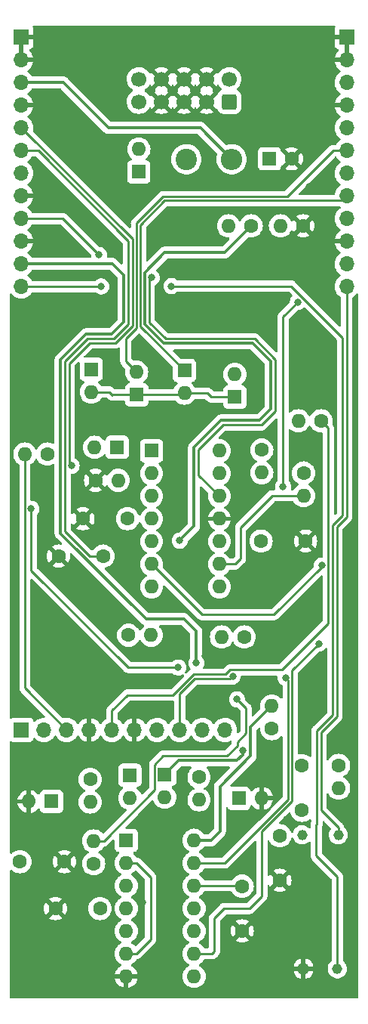
<source format=gbr>
%TF.GenerationSoftware,KiCad,Pcbnew,7.0.1-0*%
%TF.CreationDate,2023-11-10T19:29:42+13:00*%
%TF.ProjectId,Punkys-new-brew_main,50756e6b-7973-42d6-9e65-772d62726577,003*%
%TF.SameCoordinates,Original*%
%TF.FileFunction,Copper,L2,Bot*%
%TF.FilePolarity,Positive*%
%FSLAX46Y46*%
G04 Gerber Fmt 4.6, Leading zero omitted, Abs format (unit mm)*
G04 Created by KiCad (PCBNEW 7.0.1-0) date 2023-11-10 19:29:42*
%MOMM*%
%LPD*%
G01*
G04 APERTURE LIST*
G04 Aperture macros list*
%AMRoundRect*
0 Rectangle with rounded corners*
0 $1 Rounding radius*
0 $2 $3 $4 $5 $6 $7 $8 $9 X,Y pos of 4 corners*
0 Add a 4 corners polygon primitive as box body*
4,1,4,$2,$3,$4,$5,$6,$7,$8,$9,$2,$3,0*
0 Add four circle primitives for the rounded corners*
1,1,$1+$1,$2,$3*
1,1,$1+$1,$4,$5*
1,1,$1+$1,$6,$7*
1,1,$1+$1,$8,$9*
0 Add four rect primitives between the rounded corners*
20,1,$1+$1,$2,$3,$4,$5,0*
20,1,$1+$1,$4,$5,$6,$7,0*
20,1,$1+$1,$6,$7,$8,$9,0*
20,1,$1+$1,$8,$9,$2,$3,0*%
G04 Aperture macros list end*
%TA.AperFunction,ComponentPad*%
%ADD10R,1.600000X1.600000*%
%TD*%
%TA.AperFunction,ComponentPad*%
%ADD11O,1.600000X1.600000*%
%TD*%
%TA.AperFunction,ComponentPad*%
%ADD12C,1.600000*%
%TD*%
%TA.AperFunction,ComponentPad*%
%ADD13C,2.400000*%
%TD*%
%TA.AperFunction,ComponentPad*%
%ADD14O,2.400000X2.400000*%
%TD*%
%TA.AperFunction,ComponentPad*%
%ADD15R,1.700000X1.700000*%
%TD*%
%TA.AperFunction,ComponentPad*%
%ADD16O,1.700000X1.700000*%
%TD*%
%TA.AperFunction,ComponentPad*%
%ADD17RoundRect,0.287500X0.287500X-0.287500X0.287500X0.287500X-0.287500X0.287500X-0.287500X-0.287500X0*%
%TD*%
%TA.AperFunction,ComponentPad*%
%ADD18C,1.150000*%
%TD*%
%TA.AperFunction,ComponentPad*%
%ADD19RoundRect,0.250000X0.600000X-0.600000X0.600000X0.600000X-0.600000X0.600000X-0.600000X-0.600000X0*%
%TD*%
%TA.AperFunction,ComponentPad*%
%ADD20C,1.700000*%
%TD*%
%TA.AperFunction,ViaPad*%
%ADD21C,0.600000*%
%TD*%
%TA.AperFunction,ViaPad*%
%ADD22C,0.800000*%
%TD*%
%TA.AperFunction,Conductor*%
%ADD23C,0.350000*%
%TD*%
%TA.AperFunction,Conductor*%
%ADD24C,0.250000*%
%TD*%
G04 APERTURE END LIST*
D10*
%TO.P,D4,1,K*%
%TO.N,10V_REF*%
X61980000Y-118400000D03*
D11*
%TO.P,D4,2,A*%
%TO.N,CV2*%
X61980000Y-120940000D03*
%TD*%
D12*
%TO.P,R11,1*%
%TO.N,INV_ENV*%
X79530000Y-78770000D03*
D11*
%TO.P,R11,2*%
%TO.N,Net-(R10-Pad1)*%
X76990000Y-78770000D03*
%TD*%
D12*
%TO.P,R1,1*%
%TO.N,Net-(U1A-THR)*%
X54010000Y-128385000D03*
D11*
%TO.P,R1,2*%
%TO.N,Freq_1*%
X54010000Y-125845000D03*
%TD*%
D10*
%TO.P,D3,1,K*%
%TO.N,10V_REF*%
X58070000Y-118484315D03*
D11*
%TO.P,D3,2,A*%
%TO.N,CV1*%
X58070000Y-121024315D03*
%TD*%
D10*
%TO.P,D1,1,K*%
%TO.N,Net-(D1-K)*%
X59080000Y-50875686D03*
D11*
%TO.P,D1,2,A*%
%TO.N,Net-(D1-A)*%
X59080000Y-48335686D03*
%TD*%
D12*
%TO.P,C3,1*%
%TO.N,Freq_2*%
X70680000Y-130920000D03*
%TO.P,C3,2*%
%TO.N,GND*%
X70680000Y-135920000D03*
%TD*%
%TO.P,R10,1*%
%TO.N,Net-(R10-Pad1)*%
X72880000Y-82045000D03*
D11*
%TO.P,R10,2*%
%TO.N,Net-(U2D--)*%
X72880000Y-84585000D03*
%TD*%
D10*
%TO.P,C1,1*%
%TO.N,+12V*%
X73734888Y-49420000D03*
D12*
%TO.P,C1,2*%
%TO.N,GND*%
X76234888Y-49420000D03*
%TD*%
%TO.P,R15,1*%
%TO.N,5V_Ref*%
X71695000Y-56930000D03*
D11*
%TO.P,R15,2*%
%TO.N,+12V*%
X69155000Y-56930000D03*
%TD*%
D12*
%TO.P,R7,1*%
%TO.N,ENV1-Out*%
X57925000Y-102790000D03*
D11*
%TO.P,R7,2*%
%TO.N,ENV1*%
X60465000Y-102790000D03*
%TD*%
D10*
%TO.P,U1,1,DIS*%
%TO.N,Freq_1*%
X57660000Y-125775000D03*
D11*
%TO.P,U1,2,THR*%
%TO.N,Net-(U1A-THR)*%
X57660000Y-128315000D03*
%TO.P,U1,3,CV*%
%TO.N,CV1*%
X57660000Y-130855000D03*
%TO.P,U1,4,R*%
%TO.N,+12V*%
X57660000Y-133395000D03*
%TO.P,U1,5,Q*%
%TO.N,Net-(U1A-Q)*%
X57660000Y-135935000D03*
%TO.P,U1,6,TR*%
%TO.N,Net-(U1A-THR)*%
X57660000Y-138475000D03*
%TO.P,U1,7,GND*%
%TO.N,GND*%
X57660000Y-141015000D03*
%TO.P,U1,8,TR*%
%TO.N,Net-(U1A-Q)*%
X65280000Y-141015000D03*
%TO.P,U1,9,Q*%
%TO.N,APC_Out*%
X65280000Y-138475000D03*
%TO.P,U1,10,R*%
%TO.N,+12V*%
X65280000Y-135935000D03*
%TO.P,U1,11,CV*%
%TO.N,CV2*%
X65280000Y-133395000D03*
%TO.P,U1,12,THR*%
%TO.N,Freq_2*%
X65280000Y-130855000D03*
%TO.P,U1,13,DIS*%
X65280000Y-128315000D03*
%TO.P,U1,14,VCC*%
%TO.N,+12V*%
X65280000Y-125775000D03*
%TD*%
D12*
%TO.P,C6,1*%
%TO.N,Env1_AR*%
X55060000Y-93940000D03*
%TO.P,C6,2*%
%TO.N,GND*%
X50060000Y-93940000D03*
%TD*%
D13*
%TO.P,FB1,1*%
%TO.N,Net-(D1-K)*%
X64420000Y-49470000D03*
D14*
%TO.P,FB1,2*%
%TO.N,+12V*%
X69500000Y-49470000D03*
%TD*%
D10*
%TO.P,U2,1*%
%TO.N,Net-(D10-K)*%
X60510000Y-82135000D03*
D11*
%TO.P,U2,2,-*%
X60510000Y-84675000D03*
%TO.P,U2,3,+*%
%TO.N,Net-(D6-K)*%
X60510000Y-87215000D03*
%TO.P,U2,4,V+*%
%TO.N,+12V*%
X60510000Y-89755000D03*
%TO.P,U2,5,+*%
%TO.N,Env1_AR*%
X60510000Y-92295000D03*
%TO.P,U2,6,-*%
%TO.N,ENV1*%
X60510000Y-94835000D03*
%TO.P,U2,7*%
X60510000Y-97375000D03*
%TO.P,U2,8*%
%TO.N,Net-(U2C--)*%
X68130000Y-97375000D03*
%TO.P,U2,9,-*%
X68130000Y-94835000D03*
%TO.P,U2,10,+*%
%TO.N,Env2_AR*%
X68130000Y-92295000D03*
%TO.P,U2,11,V-*%
%TO.N,GND*%
X68130000Y-89755000D03*
%TO.P,U2,12,+*%
%TO.N,INV_REF*%
X68130000Y-87215000D03*
%TO.P,U2,13,-*%
%TO.N,Net-(U2D--)*%
X68130000Y-84675000D03*
%TO.P,U2,14*%
%TO.N,Net-(R10-Pad1)*%
X68130000Y-82135000D03*
%TD*%
D15*
%TO.P,J16,1,Pin_1*%
%TO.N,GND*%
X82400000Y-35800000D03*
D16*
%TO.P,J16,2,Pin_2*%
X82400000Y-38340000D03*
%TO.P,J16,3,Pin_3*%
%TO.N,+12V*%
X82400000Y-40880000D03*
%TO.P,J16,4,Pin_4*%
%TO.N,GND*%
X82400000Y-43420000D03*
%TO.P,J16,5,Pin_5*%
%TO.N,Freq_2*%
X82400000Y-45960000D03*
%TO.P,J16,6,Pin_6*%
%TO.N,Env1_R*%
X82400000Y-48500000D03*
%TO.P,J16,7,Pin_7*%
%TO.N,Env2_R*%
X82400000Y-51040000D03*
%TO.P,J16,8,Pin_8*%
%TO.N,Env2_AR*%
X82400000Y-53580000D03*
%TO.P,J16,9,Pin_9*%
%TO.N,ENV1*%
X82400000Y-56120000D03*
%TO.P,J16,10,Pin_10*%
%TO.N,GND*%
X82400000Y-58660000D03*
%TO.P,J16,11,Pin_11*%
%TO.N,APC_Out*%
X82400000Y-61200000D03*
%TO.P,J16,12,Pin_12*%
%TO.N,Ext_In*%
X82400000Y-63740000D03*
%TD*%
D12*
%TO.P,R3,1*%
%TO.N,10V_REF*%
X74010000Y-113265000D03*
D11*
%TO.P,R3,2*%
%TO.N,+12V*%
X74010000Y-110725000D03*
%TD*%
D12*
%TO.P,R12,1*%
%TO.N,Net-(C9-Pad2)*%
X81510000Y-117385000D03*
D11*
%TO.P,R12,2*%
%TO.N,Audio_Out*%
X81510000Y-119925000D03*
%TD*%
D12*
%TO.P,R8,1*%
%TO.N,ENV2*%
X70905000Y-102990000D03*
D11*
%TO.P,R8,2*%
%TO.N,Net-(U2C--)*%
X68365000Y-102990000D03*
%TD*%
D12*
%TO.P,C7,1*%
%TO.N,Env2_AR*%
X72800000Y-92250000D03*
%TO.P,C7,2*%
%TO.N,GND*%
X77800000Y-92250000D03*
%TD*%
D15*
%TO.P,J13,1,Pin_1*%
%TO.N,GND*%
X45900000Y-35800000D03*
D16*
%TO.P,J13,2,Pin_2*%
X45900000Y-38340000D03*
%TO.P,J13,3,Pin_3*%
%TO.N,+12V*%
X45900000Y-40880000D03*
%TO.P,J13,4,Pin_4*%
%TO.N,GND*%
X45900000Y-43420000D03*
%TO.P,J13,5,Pin_5*%
%TO.N,Freq_1*%
X45900000Y-45960000D03*
%TO.P,J13,6,Pin_6*%
%TO.N,Env1_AR*%
X45900000Y-48500000D03*
%TO.P,J13,7,Pin_7*%
%TO.N,Env1_A*%
X45900000Y-51040000D03*
%TO.P,J13,8,Pin_8*%
%TO.N,GND*%
X45900000Y-53580000D03*
%TO.P,J13,9,Pin_9*%
%TO.N,INV_REF*%
X45900000Y-56120000D03*
%TO.P,J13,10,Pin_10*%
%TO.N,GND*%
X45900000Y-58660000D03*
%TO.P,J13,11,Pin_11*%
%TO.N,10V_REF*%
X45900000Y-61200000D03*
%TO.P,J13,12,Pin_12*%
%TO.N,VCA_CV*%
X45900000Y-63740000D03*
%TD*%
D12*
%TO.P,R6,1*%
%TO.N,GND*%
X54220000Y-85450000D03*
D11*
%TO.P,R6,2*%
%TO.N,Net-(D6-K)*%
X56760000Y-85450000D03*
%TD*%
D10*
%TO.P,D7,1,K*%
%TO.N,Env1_A*%
X53740000Y-73014315D03*
D11*
%TO.P,D7,2,A*%
%TO.N,Net-(D10-K)*%
X53740000Y-75554315D03*
%TD*%
D12*
%TO.P,R14,1*%
%TO.N,GND*%
X77520000Y-56930000D03*
D11*
%TO.P,R14,2*%
%TO.N,5V_Ref*%
X74980000Y-56930000D03*
%TD*%
D12*
%TO.P,R9,1*%
%TO.N,Net-(U2D--)*%
X77570000Y-84625000D03*
D11*
%TO.P,R9,2*%
%TO.N,Net-(U2C--)*%
X77570000Y-87165000D03*
%TD*%
D10*
%TO.P,D8,1,K*%
%TO.N,Net-(D10-K)*%
X58840000Y-75865686D03*
D11*
%TO.P,D8,2,A*%
%TO.N,Env1_R*%
X58840000Y-73325686D03*
%TD*%
D12*
%TO.P,R5,1*%
%TO.N,Net-(D6-A)*%
X48820000Y-82500000D03*
D11*
%TO.P,R5,2*%
%TO.N,Gate_In*%
X46280000Y-82500000D03*
%TD*%
D12*
%TO.P,R4,1*%
%TO.N,CV2-In*%
X65840000Y-118695000D03*
D11*
%TO.P,R4,2*%
%TO.N,CV2*%
X65840000Y-121235000D03*
%TD*%
D12*
%TO.P,C5,1*%
%TO.N,GND*%
X49720000Y-133420000D03*
%TO.P,C5,2*%
%TO.N,+12V*%
X54720000Y-133420000D03*
%TD*%
%TO.P,C9,1*%
%TO.N,Net-(C8-Pad1)*%
X77400000Y-122420000D03*
%TO.P,C9,2*%
%TO.N,Net-(C9-Pad2)*%
X77400000Y-117420000D03*
%TD*%
D10*
%TO.P,D2,1,K*%
%TO.N,CV1*%
X49275686Y-121420000D03*
D11*
%TO.P,D2,2,A*%
%TO.N,GND*%
X46735686Y-121420000D03*
%TD*%
D12*
%TO.P,C4,1*%
%TO.N,+12V*%
X57810000Y-89740000D03*
%TO.P,C4,2*%
%TO.N,GND*%
X52810000Y-89740000D03*
%TD*%
D10*
%TO.P,D5,1,K*%
%TO.N,CV2*%
X70314315Y-121060000D03*
D11*
%TO.P,D5,2,A*%
%TO.N,GND*%
X72854315Y-121060000D03*
%TD*%
D15*
%TO.P,J11,1,Pin_1*%
%TO.N,ENV1-Out*%
X45900000Y-113400000D03*
D16*
%TO.P,J11,2,Pin_2*%
%TO.N,5V_Ref*%
X48440000Y-113400000D03*
%TO.P,J11,3,Pin_3*%
%TO.N,Gate_In*%
X50980000Y-113400000D03*
%TO.P,J11,4,Pin_4*%
%TO.N,GND*%
X53520000Y-113400000D03*
%TO.P,J11,5,Pin_5*%
%TO.N,INV_ENV*%
X56060000Y-113400000D03*
%TO.P,J11,6,Pin_6*%
%TO.N,GND*%
X58600000Y-113400000D03*
%TO.P,J11,7,Pin_7*%
%TO.N,CV1-In*%
X61140000Y-113400000D03*
%TO.P,J11,8,Pin_8*%
%TO.N,ENV2*%
X63680000Y-113400000D03*
%TO.P,J11,9,Pin_9*%
%TO.N,CV2-In*%
X66220000Y-113400000D03*
%TO.P,J11,10,Pin_10*%
%TO.N,Audio_Out*%
X68760000Y-113400000D03*
%TD*%
D10*
%TO.P,D6,1,K*%
%TO.N,Net-(D6-K)*%
X56655686Y-81740000D03*
D11*
%TO.P,D6,2,A*%
%TO.N,Net-(D6-A)*%
X54115686Y-81740000D03*
%TD*%
D17*
%TO.P,U3,1,-*%
%TO.N,GND*%
X77560000Y-140170000D03*
D18*
%TO.P,U3,2,+*%
%TO.N,VCA_CV*%
X81360000Y-140170000D03*
%TO.P,U3,3*%
%TO.N,Net-(C8-Pad1)*%
X77420000Y-125170000D03*
%TO.P,U3,4*%
%TO.N,Ext_In*%
X81470000Y-125170000D03*
%TD*%
D12*
%TO.P,C8,1*%
%TO.N,Net-(C8-Pad1)*%
X74910000Y-125260000D03*
%TO.P,C8,2*%
%TO.N,GND*%
X74910000Y-130260000D03*
%TD*%
%TO.P,R2,1*%
%TO.N,CV1-In*%
X53610000Y-118945000D03*
D11*
%TO.P,R2,2*%
%TO.N,CV1*%
X53610000Y-121485000D03*
%TD*%
D10*
%TO.P,D9,1,K*%
%TO.N,Env2_AR*%
X64200000Y-73134315D03*
D11*
%TO.P,D9,2,A*%
%TO.N,Net-(D10-K)*%
X64200000Y-75674315D03*
%TD*%
D10*
%TO.P,D10,1,K*%
%TO.N,Net-(D10-K)*%
X69860000Y-76105686D03*
D11*
%TO.P,D10,2,A*%
%TO.N,Env2_R*%
X69860000Y-73565686D03*
%TD*%
D12*
%TO.P,C2,1*%
%TO.N,Net-(U1A-THR)*%
X45720000Y-128170000D03*
%TO.P,C2,2*%
%TO.N,GND*%
X50720000Y-128170000D03*
%TD*%
D19*
%TO.P,J1,1,-12v*%
%TO.N,unconnected-(J1--12v-Pad1)*%
X69240000Y-43037500D03*
D20*
%TO.P,J1,2,-12v*%
%TO.N,unconnected-(J1--12v-Pad2)*%
X69240000Y-40497500D03*
%TO.P,J1,3,GND*%
%TO.N,GND*%
X66700000Y-43037500D03*
%TO.P,J1,4,GND*%
X66700000Y-40497500D03*
%TO.P,J1,5,GND*%
X64160000Y-43037500D03*
%TO.P,J1,6,GND*%
X64160000Y-40497500D03*
%TO.P,J1,7,GND*%
X61620000Y-43037500D03*
%TO.P,J1,8,GND*%
X61620000Y-40497500D03*
%TO.P,J1,9,12v*%
%TO.N,Net-(D1-A)*%
X59080000Y-43037500D03*
%TO.P,J1,10,12v*%
X59080000Y-40497500D03*
%TD*%
D21*
%TO.N,GND*%
X49110000Y-67370000D03*
D22*
X59998995Y-70852542D03*
X78232000Y-52578000D03*
X75692000Y-123444000D03*
X77160000Y-74530000D03*
X63080000Y-133610000D03*
X63940000Y-120030000D03*
X61468000Y-124206000D03*
X65278000Y-110744000D03*
X63880000Y-137220000D03*
X77660000Y-81400000D03*
X56134000Y-72898000D03*
X59470000Y-132730000D03*
X71440000Y-128050000D03*
X62484000Y-102108000D03*
X66548000Y-105156000D03*
X70358000Y-83312000D03*
X55880000Y-119634000D03*
X55600000Y-62530000D03*
X78190000Y-110600000D03*
X55626000Y-127254000D03*
%TO.N,10V_REF*%
X65532000Y-105918000D03*
X70743299Y-115701299D03*
%TO.N,APC_Out*%
X79280000Y-103740000D03*
%TO.N,ENV2*%
X69619050Y-107427550D03*
%TO.N,ENV1*%
X79615500Y-95000000D03*
%TO.N,Freq_2*%
X75280000Y-86140000D03*
X76943245Y-65457843D03*
X75550500Y-107540000D03*
%TO.N,INV_REF*%
X60534500Y-62738000D03*
X54610000Y-60198000D03*
%TO.N,VCA_CV*%
X54864000Y-63730000D03*
X62738000Y-63680000D03*
%TO.N,5V_Ref*%
X63665500Y-92202000D03*
%TO.N,Freq_1*%
X47004500Y-88646000D03*
X70104000Y-109982000D03*
X51524500Y-83820000D03*
X63504894Y-106421106D03*
%TD*%
D23*
%TO.N,+12V*%
X45900000Y-40880000D02*
X50620000Y-40880000D01*
X71620000Y-116340000D02*
X71620000Y-113115000D01*
X50620000Y-40880000D02*
X55700000Y-45960000D01*
X55700000Y-45960000D02*
X65990000Y-45960000D01*
X65990000Y-45960000D02*
X69500000Y-49470000D01*
X65280000Y-125775000D02*
X67185000Y-125775000D01*
X67185000Y-125775000D02*
X68180000Y-124780000D01*
X68180000Y-124780000D02*
X68180000Y-119780000D01*
X71620000Y-113115000D02*
X74010000Y-110725000D01*
X68180000Y-119780000D02*
X71620000Y-116340000D01*
D24*
%TO.N,Net-(U1A-THR)*%
X60390000Y-129900000D02*
X58805000Y-128315000D01*
X60390000Y-136880000D02*
X60390000Y-129900000D01*
X58795000Y-138475000D02*
X60390000Y-136880000D01*
X58805000Y-128315000D02*
X57660000Y-128315000D01*
X57660000Y-138475000D02*
X58795000Y-138475000D01*
D23*
%TO.N,10V_REF*%
X53132894Y-69096000D02*
X56052498Y-69096000D01*
X56052498Y-69096000D02*
X57410000Y-67738498D01*
X64160000Y-100990000D02*
X59896894Y-100990000D01*
X70743299Y-115701299D02*
X70743299Y-116200701D01*
X56120000Y-61200000D02*
X45900000Y-61200000D01*
X59896894Y-100990000D02*
X50300000Y-91393106D01*
X63540000Y-116840000D02*
X61980000Y-118400000D01*
X57410000Y-67738498D02*
X57410000Y-62490000D01*
X65532000Y-102362000D02*
X64160000Y-100990000D01*
X50300000Y-91393106D02*
X50300000Y-71928894D01*
X65532000Y-105918000D02*
X65532000Y-102362000D01*
X70104000Y-116840000D02*
X63540000Y-116840000D01*
X57410000Y-62490000D02*
X56120000Y-61200000D01*
X70743299Y-116200701D02*
X70104000Y-116840000D01*
X50300000Y-71928894D02*
X53132894Y-69096000D01*
D24*
%TO.N,Net-(D10-K)*%
X56110000Y-75890000D02*
X56134314Y-75865686D01*
X53740000Y-75554315D02*
X55774315Y-75554315D01*
X64200000Y-75674315D02*
X66774315Y-75674315D01*
X56134314Y-75865686D02*
X58840000Y-75865686D01*
X55774315Y-75554315D02*
X56110000Y-75890000D01*
X66774315Y-75674315D02*
X67220000Y-76120000D01*
X67220000Y-76120000D02*
X67234314Y-76105686D01*
X58840000Y-75865686D02*
X64008629Y-75865686D01*
X67234314Y-76105686D02*
X69860000Y-76105686D01*
X64008629Y-75865686D02*
X64200000Y-75674315D01*
%TO.N,APC_Out*%
X76275000Y-106745000D02*
X79280000Y-103740000D01*
X76275000Y-121395000D02*
X76275000Y-106745000D01*
X65280000Y-138475000D02*
X67285000Y-138475000D01*
X68640000Y-133420000D02*
X71480000Y-133420000D01*
X67560000Y-134500000D02*
X68640000Y-133420000D01*
X67560000Y-138200000D02*
X67560000Y-134500000D01*
X67285000Y-138475000D02*
X67560000Y-138200000D01*
X72880000Y-124790000D02*
X76275000Y-121395000D01*
X72880000Y-132020000D02*
X72880000Y-124790000D01*
X71480000Y-133420000D02*
X72880000Y-132020000D01*
%TO.N,INV_ENV*%
X68834000Y-107188000D02*
X65215604Y-107188000D01*
X80340000Y-101460000D02*
X75120000Y-106680000D01*
X69342000Y-106680000D02*
X68834000Y-107188000D01*
X79530000Y-78770000D02*
X80340000Y-79580000D01*
X57800000Y-109490000D02*
X56060000Y-111230000D01*
X56060000Y-111230000D02*
X56060000Y-113400000D01*
X65215604Y-107188000D02*
X62913604Y-109490000D01*
X80340000Y-79580000D02*
X80340000Y-101460000D01*
X75120000Y-106680000D02*
X69342000Y-106680000D01*
X62913604Y-109490000D02*
X57800000Y-109490000D01*
%TO.N,ENV2*%
X63680000Y-109360000D02*
X63680000Y-113400000D01*
X65345500Y-107694500D02*
X63680000Y-109360000D01*
X69352100Y-107694500D02*
X65345500Y-107694500D01*
X69619050Y-107427550D02*
X69352100Y-107694500D01*
%TO.N,ENV1*%
X66165000Y-100490000D02*
X60510000Y-94835000D01*
X79615500Y-95114500D02*
X74240000Y-100490000D01*
X79615500Y-95000000D02*
X79615500Y-95114500D01*
X74240000Y-100490000D02*
X66165000Y-100490000D01*
%TO.N,Freq_2*%
X72981802Y-124051802D02*
X75825000Y-121208604D01*
X68718604Y-128315000D02*
X72981802Y-124051802D01*
X65280000Y-130855000D02*
X70615000Y-130855000D01*
X70615000Y-130855000D02*
X70680000Y-130920000D01*
X75825000Y-121208604D02*
X75825000Y-108700000D01*
X76943245Y-65457843D02*
X75280000Y-67121088D01*
X65280000Y-128315000D02*
X68718604Y-128315000D01*
X75825000Y-108700000D02*
X75825000Y-107814500D01*
X75280000Y-67121088D02*
X75280000Y-86140000D01*
X75825000Y-107814500D02*
X75550500Y-107540000D01*
%TO.N,Net-(U2C--)*%
X70500000Y-94235000D02*
X69900000Y-94835000D01*
X69900000Y-94835000D02*
X68130000Y-94835000D01*
X70500000Y-90720000D02*
X70500000Y-94235000D01*
X74055000Y-87165000D02*
X70500000Y-90720000D01*
X77570000Y-87165000D02*
X74055000Y-87165000D01*
%TO.N,INV_REF*%
X65786000Y-81987106D02*
X65786000Y-84871000D01*
X72089106Y-69604000D02*
X74414000Y-71928894D01*
X65786000Y-84871000D02*
X68130000Y-87215000D01*
X60260000Y-67780103D02*
X62083897Y-69604000D01*
X60260000Y-63012500D02*
X60260000Y-67780103D01*
X68533106Y-79240000D02*
X65786000Y-81987106D01*
X50532000Y-56120000D02*
X45900000Y-56120000D01*
X74414000Y-77677106D02*
X72851106Y-79240000D01*
X74414000Y-71928894D02*
X74414000Y-77677106D01*
X54610000Y-60198000D02*
X50532000Y-56120000D01*
X62083897Y-69604000D02*
X72089106Y-69604000D01*
X72851106Y-79240000D02*
X68533106Y-79240000D01*
X60534500Y-62738000D02*
X60260000Y-63012500D01*
%TO.N,Env1_AR*%
X53340000Y-69596000D02*
X56259604Y-69596000D01*
X53554000Y-93940000D02*
X50800000Y-91186000D01*
X47803604Y-48500000D02*
X45900000Y-48500000D01*
X57910000Y-67945604D02*
X57910000Y-58606396D01*
X50800000Y-72136000D02*
X53340000Y-69596000D01*
X57910000Y-58606396D02*
X47803604Y-48500000D01*
X50800000Y-91186000D02*
X50800000Y-72136000D01*
X56259604Y-69596000D02*
X57910000Y-67945604D01*
X55060000Y-93940000D02*
X53554000Y-93940000D01*
%TO.N,Env2_AR*%
X59260000Y-68194315D02*
X59260000Y-56836396D01*
X59260000Y-56836396D02*
X61986396Y-54110000D01*
X64200000Y-73134315D02*
X59260000Y-68194315D01*
X61986396Y-54110000D02*
X81870000Y-54110000D01*
X81870000Y-54110000D02*
X82400000Y-53580000D01*
%TO.N,Env1_R*%
X57620000Y-72105686D02*
X57620000Y-69570711D01*
X58810000Y-56650000D02*
X61800000Y-53660000D01*
X61800000Y-53660000D02*
X75750000Y-53660000D01*
X58810000Y-68380711D02*
X58810000Y-56650000D01*
X57620000Y-69570711D02*
X58810000Y-68380711D01*
X75750000Y-53660000D02*
X80910000Y-48500000D01*
X58840000Y-73325686D02*
X57620000Y-72105686D01*
X80910000Y-48500000D02*
X82400000Y-48500000D01*
%TO.N,VCA_CV*%
X54854000Y-63740000D02*
X45900000Y-63740000D01*
X80870000Y-111713604D02*
X79070000Y-113513604D01*
X76190000Y-63680000D02*
X81950000Y-69440000D01*
X79000000Y-127480000D02*
X81360000Y-129840000D01*
X81360000Y-129840000D02*
X81360000Y-140170000D01*
X80870000Y-90473604D02*
X80870000Y-111713604D01*
X81950000Y-69440000D02*
X81950000Y-89393604D01*
X62738000Y-63680000D02*
X76190000Y-63680000D01*
X79070000Y-124042793D02*
X79000000Y-123972793D01*
X54864000Y-63730000D02*
X54854000Y-63740000D01*
X79070000Y-113513604D02*
X79070000Y-124042793D01*
X79000000Y-123972793D02*
X79000000Y-127480000D01*
X81950000Y-89393604D02*
X80870000Y-90473604D01*
%TO.N,Gate_In*%
X46280000Y-108700000D02*
X46280000Y-82500000D01*
X50980000Y-113400000D02*
X46280000Y-108700000D01*
D23*
%TO.N,5V_Ref*%
X68326000Y-78740000D02*
X72644000Y-78740000D01*
X65278000Y-81788000D02*
X68326000Y-78740000D01*
X63665500Y-92202000D02*
X65278000Y-90589500D01*
X68681000Y-59944000D02*
X71695000Y-56930000D01*
X61876791Y-70104000D02*
X59760000Y-67987209D01*
X71882000Y-70104000D02*
X61876791Y-70104000D01*
X59760000Y-62160000D02*
X61976000Y-59944000D01*
X73914000Y-72136000D02*
X71882000Y-70104000D01*
X73914000Y-77470000D02*
X73914000Y-72136000D01*
X59760000Y-67987209D02*
X59760000Y-62160000D01*
X72644000Y-78740000D02*
X73914000Y-77470000D01*
X61976000Y-59944000D02*
X68681000Y-59944000D01*
X65278000Y-90589500D02*
X65278000Y-81788000D01*
D24*
%TO.N,Ext_In*%
X79520000Y-122380000D02*
X79520000Y-113700000D01*
X81470000Y-125170000D02*
X81470000Y-124330000D01*
X82400000Y-89580000D02*
X82400000Y-63740000D01*
X81320000Y-90660000D02*
X82400000Y-89580000D01*
X81320000Y-111900000D02*
X81320000Y-90660000D01*
X79520000Y-113700000D02*
X81320000Y-111900000D01*
X81470000Y-124330000D02*
X79520000Y-122380000D01*
%TO.N,Freq_1*%
X63500000Y-106416212D02*
X57902212Y-106416212D01*
X58360000Y-58420000D02*
X45900000Y-45960000D01*
X69017290Y-116332000D02*
X70147991Y-115201299D01*
X70147991Y-115201299D02*
X70147991Y-114764009D01*
X56446000Y-70046000D02*
X58360000Y-68132000D01*
X70147991Y-114764009D02*
X71120000Y-113792000D01*
X60855000Y-117275000D02*
X61798000Y-116332000D01*
X51250000Y-83545500D02*
X51250000Y-72322396D01*
X71120000Y-110998000D02*
X70104000Y-109982000D01*
X60855000Y-120131370D02*
X60855000Y-117275000D01*
X51250000Y-72322396D02*
X53526396Y-70046000D01*
X57902212Y-106416212D02*
X47004500Y-95518500D01*
X53526396Y-70046000D02*
X56446000Y-70046000D01*
X54010000Y-125845000D02*
X55141370Y-125845000D01*
X55141370Y-125845000D02*
X60855000Y-120131370D01*
X47004500Y-95518500D02*
X47004500Y-88646000D01*
X63504894Y-106421106D02*
X63500000Y-106416212D01*
X71120000Y-113792000D02*
X71120000Y-110998000D01*
X58360000Y-68132000D02*
X58360000Y-58420000D01*
X51524500Y-83820000D02*
X51250000Y-83545500D01*
X61798000Y-116332000D02*
X69017290Y-116332000D01*
%TD*%
%TA.AperFunction,Conductor*%
%TO.N,GND*%
G36*
X83641210Y-64526766D02*
G01*
X83683953Y-64571808D01*
X83699500Y-64631924D01*
X83699500Y-143375500D01*
X83682887Y-143437500D01*
X83637500Y-143482887D01*
X83575500Y-143499500D01*
X44724500Y-143499500D01*
X44662500Y-143482887D01*
X44617113Y-143437500D01*
X44600500Y-143375500D01*
X44600500Y-141265000D01*
X56381128Y-141265000D01*
X56433733Y-141461326D01*
X56529865Y-141667480D01*
X56660341Y-141853819D01*
X56821180Y-142014658D01*
X57007519Y-142145134D01*
X57213673Y-142241266D01*
X57409999Y-142293871D01*
X57410000Y-142293872D01*
X57410000Y-141265000D01*
X57910000Y-141265000D01*
X57910000Y-142293871D01*
X58106326Y-142241266D01*
X58312480Y-142145134D01*
X58498819Y-142014658D01*
X58659658Y-141853819D01*
X58790134Y-141667480D01*
X58886266Y-141461326D01*
X58938872Y-141265000D01*
X57910000Y-141265000D01*
X57410000Y-141265000D01*
X56381128Y-141265000D01*
X44600500Y-141265000D01*
X44600500Y-134499026D01*
X48994526Y-134499026D01*
X49067515Y-134550133D01*
X49273673Y-134646266D01*
X49493397Y-134705141D01*
X49720000Y-134724966D01*
X49946602Y-134705141D01*
X50166326Y-134646266D01*
X50372480Y-134550134D01*
X50445472Y-134499025D01*
X49720001Y-133773553D01*
X49720000Y-133773553D01*
X48994526Y-134499025D01*
X48994526Y-134499026D01*
X44600500Y-134499026D01*
X44600500Y-133420000D01*
X48415033Y-133420000D01*
X48434858Y-133646602D01*
X48493733Y-133866326D01*
X48589866Y-134072484D01*
X48640972Y-134145471D01*
X48640973Y-134145472D01*
X49366446Y-133419999D01*
X50073553Y-133419999D01*
X50799025Y-134145472D01*
X50850134Y-134072480D01*
X50946266Y-133866326D01*
X51005141Y-133646602D01*
X51024966Y-133420000D01*
X51024966Y-133419999D01*
X53414531Y-133419999D01*
X53434364Y-133646689D01*
X53493261Y-133866497D01*
X53589432Y-134072735D01*
X53719953Y-134259140D01*
X53880859Y-134420046D01*
X54067264Y-134550567D01*
X54067265Y-134550567D01*
X54067266Y-134550568D01*
X54273504Y-134646739D01*
X54493308Y-134705635D01*
X54720000Y-134725468D01*
X54946692Y-134705635D01*
X55166496Y-134646739D01*
X55372734Y-134550568D01*
X55559139Y-134420047D01*
X55720047Y-134259139D01*
X55850568Y-134072734D01*
X55946739Y-133866496D01*
X56005635Y-133646692D01*
X56025468Y-133420000D01*
X56005635Y-133193308D01*
X55946739Y-132973504D01*
X55850568Y-132767266D01*
X55799635Y-132694526D01*
X55720046Y-132580859D01*
X55559140Y-132419953D01*
X55372735Y-132289432D01*
X55166497Y-132193261D01*
X54946689Y-132134364D01*
X54720000Y-132114531D01*
X54493310Y-132134364D01*
X54273502Y-132193261D01*
X54067264Y-132289432D01*
X53880859Y-132419953D01*
X53719953Y-132580859D01*
X53589432Y-132767264D01*
X53493261Y-132973502D01*
X53434364Y-133193310D01*
X53414531Y-133419999D01*
X51024966Y-133419999D01*
X51005141Y-133193397D01*
X50946266Y-132973673D01*
X50850133Y-132767515D01*
X50799025Y-132694526D01*
X50073553Y-133419998D01*
X50073553Y-133419999D01*
X49366446Y-133419999D01*
X49366446Y-133419998D01*
X48640973Y-132694527D01*
X48589865Y-132767516D01*
X48493733Y-132973672D01*
X48434858Y-133193397D01*
X48415033Y-133420000D01*
X44600500Y-133420000D01*
X44600500Y-132340973D01*
X48994526Y-132340973D01*
X49719998Y-133066446D01*
X49719999Y-133066446D01*
X50445472Y-132340973D01*
X50445471Y-132340972D01*
X50372484Y-132289866D01*
X50166326Y-132193733D01*
X49946602Y-132134858D01*
X49720000Y-132115033D01*
X49493397Y-132134858D01*
X49273672Y-132193733D01*
X49067516Y-132289865D01*
X48994526Y-132340973D01*
X44600500Y-132340973D01*
X44600500Y-129189049D01*
X44614015Y-129132754D01*
X44651615Y-129088731D01*
X44705102Y-129066576D01*
X44762818Y-129071118D01*
X44812181Y-129101368D01*
X44880859Y-129170046D01*
X45067264Y-129300567D01*
X45067265Y-129300567D01*
X45067266Y-129300568D01*
X45273504Y-129396739D01*
X45493308Y-129455635D01*
X45720000Y-129475468D01*
X45946692Y-129455635D01*
X46166496Y-129396739D01*
X46372734Y-129300568D01*
X46446344Y-129249026D01*
X49994526Y-129249026D01*
X50067515Y-129300133D01*
X50273673Y-129396266D01*
X50493397Y-129455141D01*
X50720000Y-129474966D01*
X50946602Y-129455141D01*
X51166326Y-129396266D01*
X51372480Y-129300134D01*
X51445472Y-129249025D01*
X50720001Y-128523553D01*
X50720000Y-128523553D01*
X49994526Y-129249025D01*
X49994526Y-129249026D01*
X46446344Y-129249026D01*
X46559139Y-129170047D01*
X46720047Y-129009139D01*
X46850568Y-128822734D01*
X46946739Y-128616496D01*
X47005635Y-128396692D01*
X47025468Y-128170000D01*
X47025468Y-128169999D01*
X49415033Y-128169999D01*
X49434858Y-128396602D01*
X49493733Y-128616326D01*
X49589866Y-128822484D01*
X49640972Y-128895471D01*
X49640974Y-128895472D01*
X50366446Y-128170001D01*
X51073553Y-128170001D01*
X51799025Y-128895472D01*
X51850134Y-128822480D01*
X51946266Y-128616326D01*
X52005141Y-128396602D01*
X52024966Y-128169999D01*
X52005141Y-127943397D01*
X51946266Y-127723673D01*
X51850133Y-127517515D01*
X51799025Y-127444526D01*
X51073553Y-128170000D01*
X51073553Y-128170001D01*
X50366446Y-128170001D01*
X50366446Y-128170000D01*
X49640973Y-127444526D01*
X49640973Y-127444527D01*
X49589865Y-127517516D01*
X49493733Y-127723672D01*
X49434858Y-127943397D01*
X49415033Y-128169999D01*
X47025468Y-128169999D01*
X47005635Y-127943308D01*
X46946739Y-127723504D01*
X46850568Y-127517266D01*
X46832714Y-127491768D01*
X46720046Y-127330859D01*
X46559140Y-127169953D01*
X46446344Y-127090973D01*
X49994526Y-127090973D01*
X50720000Y-127816446D01*
X50720001Y-127816446D01*
X51445472Y-127090974D01*
X51445471Y-127090972D01*
X51372484Y-127039866D01*
X51166326Y-126943733D01*
X50946602Y-126884858D01*
X50720000Y-126865033D01*
X50493397Y-126884858D01*
X50273672Y-126943733D01*
X50067516Y-127039865D01*
X49994527Y-127090973D01*
X49994526Y-127090973D01*
X46446344Y-127090973D01*
X46372735Y-127039432D01*
X46166497Y-126943261D01*
X45946689Y-126884364D01*
X45720000Y-126864531D01*
X45493310Y-126884364D01*
X45273502Y-126943261D01*
X45067264Y-127039432D01*
X44880859Y-127169953D01*
X44812181Y-127238632D01*
X44762818Y-127268882D01*
X44705102Y-127273424D01*
X44651615Y-127251269D01*
X44614015Y-127207246D01*
X44600500Y-127150951D01*
X44600500Y-121670000D01*
X45456814Y-121670000D01*
X45509419Y-121866326D01*
X45605551Y-122072480D01*
X45736027Y-122258819D01*
X45896866Y-122419658D01*
X46083205Y-122550134D01*
X46289359Y-122646266D01*
X46485685Y-122698871D01*
X46485686Y-122698872D01*
X46485686Y-122698871D01*
X46985686Y-122698871D01*
X47182012Y-122646266D01*
X47388166Y-122550134D01*
X47574505Y-122419658D01*
X47735345Y-122258818D01*
X47752877Y-122233780D01*
X47797719Y-122194642D01*
X47855633Y-122180908D01*
X47913275Y-122195741D01*
X47957364Y-122235726D01*
X47977743Y-122291648D01*
X47981595Y-122327484D01*
X47995799Y-122365567D01*
X48031890Y-122462331D01*
X48118140Y-122577546D01*
X48233355Y-122663796D01*
X48368203Y-122714091D01*
X48427813Y-122720500D01*
X50123558Y-122720499D01*
X50183169Y-122714091D01*
X50318017Y-122663796D01*
X50433232Y-122577546D01*
X50519482Y-122462331D01*
X50569777Y-122327483D01*
X50576186Y-122267873D01*
X50576186Y-121485000D01*
X52304531Y-121485000D01*
X52324364Y-121711689D01*
X52383261Y-121931497D01*
X52479432Y-122137735D01*
X52609953Y-122324140D01*
X52770859Y-122485046D01*
X52957264Y-122615567D01*
X52957265Y-122615567D01*
X52957266Y-122615568D01*
X53163504Y-122711739D01*
X53383308Y-122770635D01*
X53610000Y-122790468D01*
X53836692Y-122770635D01*
X54056496Y-122711739D01*
X54262734Y-122615568D01*
X54449139Y-122485047D01*
X54610047Y-122324139D01*
X54740568Y-122137734D01*
X54836739Y-121931496D01*
X54895635Y-121711692D01*
X54915468Y-121485000D01*
X54895635Y-121258308D01*
X54836739Y-121038504D01*
X54740568Y-120832266D01*
X54724977Y-120810000D01*
X54610046Y-120645859D01*
X54449140Y-120484953D01*
X54262732Y-120354430D01*
X54204724Y-120327380D01*
X54152549Y-120281623D01*
X54133130Y-120214997D01*
X54152550Y-120148373D01*
X54204721Y-120102619D01*
X54262734Y-120075568D01*
X54449139Y-119945047D01*
X54610047Y-119784139D01*
X54740568Y-119597734D01*
X54836739Y-119391496D01*
X54895635Y-119171692D01*
X54915468Y-118945000D01*
X54895635Y-118718308D01*
X54836739Y-118498504D01*
X54740568Y-118292266D01*
X54717372Y-118259139D01*
X54610046Y-118105859D01*
X54449140Y-117944953D01*
X54262735Y-117814432D01*
X54056497Y-117718261D01*
X53836689Y-117659364D01*
X53610000Y-117639531D01*
X53383310Y-117659364D01*
X53163502Y-117718261D01*
X52957264Y-117814432D01*
X52770859Y-117944953D01*
X52609953Y-118105859D01*
X52479432Y-118292264D01*
X52383261Y-118498502D01*
X52324364Y-118718310D01*
X52304531Y-118945000D01*
X52324364Y-119171689D01*
X52383261Y-119391497D01*
X52479432Y-119597735D01*
X52609953Y-119784140D01*
X52770859Y-119945046D01*
X52874577Y-120017669D01*
X52957266Y-120075568D01*
X53015273Y-120102617D01*
X53067449Y-120148373D01*
X53086869Y-120214997D01*
X53067451Y-120281622D01*
X53015276Y-120327380D01*
X52957266Y-120354431D01*
X52770859Y-120484953D01*
X52609953Y-120645859D01*
X52479432Y-120832264D01*
X52383261Y-121038502D01*
X52324364Y-121258310D01*
X52304531Y-121485000D01*
X50576186Y-121485000D01*
X50576185Y-120572128D01*
X50569777Y-120512517D01*
X50519482Y-120377669D01*
X50433232Y-120262454D01*
X50318017Y-120176204D01*
X50183169Y-120125909D01*
X50123559Y-120119500D01*
X50123555Y-120119500D01*
X48427816Y-120119500D01*
X48368201Y-120125909D01*
X48233355Y-120176204D01*
X48118140Y-120262454D01*
X48031890Y-120377668D01*
X47981593Y-120512520D01*
X47977741Y-120548352D01*
X47957362Y-120604274D01*
X47913273Y-120644257D01*
X47855631Y-120659090D01*
X47797718Y-120645356D01*
X47752877Y-120606219D01*
X47735346Y-120581182D01*
X47574505Y-120420341D01*
X47388166Y-120289865D01*
X47182012Y-120193733D01*
X46985686Y-120141128D01*
X46985686Y-122698871D01*
X46485686Y-122698871D01*
X46485686Y-121670000D01*
X45456814Y-121670000D01*
X44600500Y-121670000D01*
X44600500Y-121170000D01*
X45456814Y-121170000D01*
X46485686Y-121170000D01*
X46485686Y-120141128D01*
X46485685Y-120141128D01*
X46289359Y-120193733D01*
X46083205Y-120289865D01*
X45896866Y-120420341D01*
X45736027Y-120581180D01*
X45605551Y-120767519D01*
X45509419Y-120973673D01*
X45456814Y-121169999D01*
X45456814Y-121170000D01*
X44600500Y-121170000D01*
X44600500Y-114786431D01*
X44619005Y-114721264D01*
X44668996Y-114675547D01*
X44735553Y-114662925D01*
X44798811Y-114687165D01*
X44807669Y-114693796D01*
X44942517Y-114744091D01*
X45002127Y-114750500D01*
X46797872Y-114750499D01*
X46857483Y-114744091D01*
X46992331Y-114693796D01*
X47107546Y-114607546D01*
X47193796Y-114492331D01*
X47242810Y-114360916D01*
X47277789Y-114310537D01*
X47332634Y-114283084D01*
X47393927Y-114285273D01*
X47446673Y-114316569D01*
X47568599Y-114438495D01*
X47762170Y-114574035D01*
X47976337Y-114673903D01*
X48204592Y-114735063D01*
X48440000Y-114755659D01*
X48675408Y-114735063D01*
X48903663Y-114673903D01*
X49117830Y-114574035D01*
X49311401Y-114438495D01*
X49478495Y-114271401D01*
X49608426Y-114085839D01*
X49652743Y-114046976D01*
X49710000Y-114032965D01*
X49767257Y-114046976D01*
X49811573Y-114085839D01*
X49941505Y-114271401D01*
X50108599Y-114438495D01*
X50302170Y-114574035D01*
X50516337Y-114673903D01*
X50744592Y-114735063D01*
X50980000Y-114755659D01*
X51215408Y-114735063D01*
X51443663Y-114673903D01*
X51657830Y-114574035D01*
X51851401Y-114438495D01*
X52018495Y-114271401D01*
X52148732Y-114085402D01*
X52193048Y-114046539D01*
X52250305Y-114032528D01*
X52307562Y-114046539D01*
X52351880Y-114085404D01*
X52481893Y-114271081D01*
X52648918Y-114438106D01*
X52842423Y-114573600D01*
X53056507Y-114673430D01*
X53269999Y-114730635D01*
X53270000Y-114730636D01*
X53270000Y-112069364D01*
X53269999Y-112069364D01*
X53056507Y-112126569D01*
X52842421Y-112226400D01*
X52648921Y-112361890D01*
X52481893Y-112528918D01*
X52351880Y-112714596D01*
X52307562Y-112753461D01*
X52250305Y-112767472D01*
X52193048Y-112753461D01*
X52148730Y-112714595D01*
X52018494Y-112528598D01*
X51851404Y-112361508D01*
X51851403Y-112361507D01*
X51851401Y-112361505D01*
X51657830Y-112225965D01*
X51443663Y-112126097D01*
X51373817Y-112107382D01*
X51215407Y-112064936D01*
X50980000Y-112044340D01*
X50744593Y-112064936D01*
X50644126Y-112091856D01*
X50579939Y-112091856D01*
X50524352Y-112059762D01*
X46941819Y-108477228D01*
X46914939Y-108437000D01*
X46905500Y-108389547D01*
X46905500Y-96603452D01*
X46919015Y-96547157D01*
X46956615Y-96503134D01*
X47010102Y-96480979D01*
X47067818Y-96485521D01*
X47117180Y-96515770D01*
X52259524Y-101658115D01*
X57401408Y-106799999D01*
X57414308Y-106816100D01*
X57465435Y-106864112D01*
X57468232Y-106866823D01*
X57487741Y-106886332D01*
X57490923Y-106888800D01*
X57499783Y-106896367D01*
X57518896Y-106914316D01*
X57531630Y-106926274D01*
X57549182Y-106935923D01*
X57565450Y-106946609D01*
X57581276Y-106958885D01*
X57621358Y-106976229D01*
X57631845Y-106981367D01*
X57670119Y-107002409D01*
X57676667Y-107004090D01*
X57689520Y-107007390D01*
X57707925Y-107013690D01*
X57726316Y-107021649D01*
X57769462Y-107028482D01*
X57780880Y-107030847D01*
X57823193Y-107041712D01*
X57843228Y-107041712D01*
X57862627Y-107043239D01*
X57882408Y-107046372D01*
X57925886Y-107042262D01*
X57937556Y-107041712D01*
X62796740Y-107041712D01*
X62847176Y-107052433D01*
X62888891Y-107082741D01*
X62899024Y-107093995D01*
X63052163Y-107205257D01*
X63225091Y-107282250D01*
X63410246Y-107321606D01*
X63410248Y-107321606D01*
X63599540Y-107321606D01*
X63599542Y-107321606D01*
X63722977Y-107295368D01*
X63784697Y-107282250D01*
X63957624Y-107205257D01*
X63985289Y-107185156D01*
X64041989Y-107162535D01*
X64102613Y-107169710D01*
X64152466Y-107204942D01*
X64179466Y-107259692D01*
X64177070Y-107320692D01*
X64145857Y-107373155D01*
X62690832Y-108828181D01*
X62650604Y-108855061D01*
X62603151Y-108864500D01*
X57882744Y-108864500D01*
X57862236Y-108862235D01*
X57792113Y-108864439D01*
X57788219Y-108864500D01*
X57760650Y-108864500D01*
X57756671Y-108865002D01*
X57745041Y-108865917D01*
X57701372Y-108867289D01*
X57682128Y-108872880D01*
X57663084Y-108876824D01*
X57643208Y-108879335D01*
X57602600Y-108895413D01*
X57591554Y-108899194D01*
X57579020Y-108902837D01*
X57549607Y-108911383D01*
X57532365Y-108921579D01*
X57514904Y-108930133D01*
X57496267Y-108937512D01*
X57460931Y-108963185D01*
X57451174Y-108969595D01*
X57413580Y-108991829D01*
X57399413Y-109005996D01*
X57384624Y-109018626D01*
X57368413Y-109030404D01*
X57340572Y-109064058D01*
X57332711Y-109072697D01*
X55676208Y-110729199D01*
X55660110Y-110742096D01*
X55612096Y-110793225D01*
X55609391Y-110796017D01*
X55589874Y-110815534D01*
X55587415Y-110818705D01*
X55579842Y-110827572D01*
X55549935Y-110859420D01*
X55540285Y-110876974D01*
X55529609Y-110893228D01*
X55517326Y-110909063D01*
X55499975Y-110949158D01*
X55494838Y-110959644D01*
X55473802Y-110997907D01*
X55468821Y-111017309D01*
X55462520Y-111035711D01*
X55454561Y-111054102D01*
X55447728Y-111097242D01*
X55445360Y-111108674D01*
X55434500Y-111150978D01*
X55434500Y-111171016D01*
X55432973Y-111190415D01*
X55429840Y-111210194D01*
X55433950Y-111253675D01*
X55434500Y-111265344D01*
X55434500Y-112124774D01*
X55420489Y-112182031D01*
X55381623Y-112226348D01*
X55326490Y-112264953D01*
X55188598Y-112361505D01*
X55021508Y-112528595D01*
X54891269Y-112714596D01*
X54846951Y-112753461D01*
X54789694Y-112767472D01*
X54732437Y-112753461D01*
X54688119Y-112714595D01*
X54558109Y-112528921D01*
X54391081Y-112361893D01*
X54197576Y-112226399D01*
X53983492Y-112126569D01*
X53770000Y-112069364D01*
X53770000Y-114730635D01*
X53983492Y-114673430D01*
X54197576Y-114573600D01*
X54391081Y-114438106D01*
X54558109Y-114271078D01*
X54688119Y-114085405D01*
X54732437Y-114046539D01*
X54789694Y-114032528D01*
X54846951Y-114046539D01*
X54891267Y-114085402D01*
X55021505Y-114271401D01*
X55188599Y-114438495D01*
X55382170Y-114574035D01*
X55596337Y-114673903D01*
X55824592Y-114735063D01*
X56060000Y-114755659D01*
X56295408Y-114735063D01*
X56523663Y-114673903D01*
X56737830Y-114574035D01*
X56931401Y-114438495D01*
X57098495Y-114271401D01*
X57228732Y-114085402D01*
X57273048Y-114046539D01*
X57330305Y-114032528D01*
X57387562Y-114046539D01*
X57431880Y-114085404D01*
X57561893Y-114271081D01*
X57728918Y-114438106D01*
X57922423Y-114573600D01*
X58136507Y-114673430D01*
X58349999Y-114730635D01*
X58350000Y-114730636D01*
X58350000Y-112069364D01*
X58349999Y-112069364D01*
X58136507Y-112126569D01*
X57922421Y-112226400D01*
X57728921Y-112361890D01*
X57561893Y-112528918D01*
X57431880Y-112714596D01*
X57387562Y-112753461D01*
X57330305Y-112767472D01*
X57273048Y-112753461D01*
X57228730Y-112714595D01*
X57098494Y-112528598D01*
X56931404Y-112361508D01*
X56931401Y-112361505D01*
X56738374Y-112226346D01*
X56699511Y-112182030D01*
X56685500Y-112124773D01*
X56685500Y-111540452D01*
X56694939Y-111492999D01*
X56721819Y-111452771D01*
X58022771Y-110151819D01*
X58062999Y-110124939D01*
X58110452Y-110115500D01*
X62830860Y-110115500D01*
X62851366Y-110117764D01*
X62854269Y-110117672D01*
X62854271Y-110117673D01*
X62921476Y-110115561D01*
X62925372Y-110115500D01*
X62930500Y-110115500D01*
X62992500Y-110132113D01*
X63037887Y-110177500D01*
X63054500Y-110239500D01*
X63054500Y-112124774D01*
X63040489Y-112182031D01*
X63001623Y-112226348D01*
X62946490Y-112264953D01*
X62808598Y-112361505D01*
X62641505Y-112528598D01*
X62511575Y-112714159D01*
X62467257Y-112753025D01*
X62410000Y-112767036D01*
X62352743Y-112753025D01*
X62308425Y-112714159D01*
X62178494Y-112528598D01*
X62011404Y-112361508D01*
X62011403Y-112361507D01*
X62011401Y-112361505D01*
X61817830Y-112225965D01*
X61603663Y-112126097D01*
X61533817Y-112107382D01*
X61375407Y-112064936D01*
X61140000Y-112044340D01*
X60904592Y-112064936D01*
X60676336Y-112126097D01*
X60462170Y-112225965D01*
X60268598Y-112361505D01*
X60101508Y-112528595D01*
X59971269Y-112714596D01*
X59926951Y-112753461D01*
X59869694Y-112767472D01*
X59812437Y-112753461D01*
X59768119Y-112714595D01*
X59638109Y-112528921D01*
X59471081Y-112361893D01*
X59277576Y-112226399D01*
X59063492Y-112126569D01*
X58850000Y-112069364D01*
X58850000Y-114730635D01*
X59063492Y-114673430D01*
X59277576Y-114573600D01*
X59471081Y-114438106D01*
X59638109Y-114271078D01*
X59768119Y-114085405D01*
X59812437Y-114046539D01*
X59869694Y-114032528D01*
X59926951Y-114046539D01*
X59971267Y-114085402D01*
X60101505Y-114271401D01*
X60268599Y-114438495D01*
X60462170Y-114574035D01*
X60676337Y-114673903D01*
X60904592Y-114735063D01*
X61140000Y-114755659D01*
X61375408Y-114735063D01*
X61603663Y-114673903D01*
X61817830Y-114574035D01*
X62011401Y-114438495D01*
X62178495Y-114271401D01*
X62308426Y-114085839D01*
X62352743Y-114046976D01*
X62410000Y-114032965D01*
X62467257Y-114046976D01*
X62511573Y-114085839D01*
X62641505Y-114271401D01*
X62808599Y-114438495D01*
X63002170Y-114574035D01*
X63216337Y-114673903D01*
X63444592Y-114735063D01*
X63680000Y-114755659D01*
X63915408Y-114735063D01*
X64143663Y-114673903D01*
X64357830Y-114574035D01*
X64551401Y-114438495D01*
X64718495Y-114271401D01*
X64848426Y-114085839D01*
X64892743Y-114046976D01*
X64950000Y-114032965D01*
X65007257Y-114046976D01*
X65051573Y-114085839D01*
X65181505Y-114271401D01*
X65348599Y-114438495D01*
X65542170Y-114574035D01*
X65756337Y-114673903D01*
X65984592Y-114735063D01*
X66220000Y-114755659D01*
X66455408Y-114735063D01*
X66683663Y-114673903D01*
X66897830Y-114574035D01*
X67091401Y-114438495D01*
X67258495Y-114271401D01*
X67388426Y-114085839D01*
X67432743Y-114046975D01*
X67490000Y-114032964D01*
X67547257Y-114046975D01*
X67591573Y-114085839D01*
X67721505Y-114271401D01*
X67888599Y-114438495D01*
X68082170Y-114574035D01*
X68296337Y-114673903D01*
X68524592Y-114735063D01*
X68760000Y-114755659D01*
X68995408Y-114735063D01*
X69223663Y-114673903D01*
X69341955Y-114618742D01*
X69407314Y-114607804D01*
X69468976Y-114632091D01*
X69509324Y-114684666D01*
X69514355Y-114728799D01*
X69516357Y-114728610D01*
X69521941Y-114787684D01*
X69522491Y-114799353D01*
X69522491Y-114890847D01*
X69513052Y-114938300D01*
X69486172Y-114978528D01*
X68794518Y-115670181D01*
X68754290Y-115697061D01*
X68706837Y-115706500D01*
X61880740Y-115706500D01*
X61860236Y-115704236D01*
X61790144Y-115706439D01*
X61786250Y-115706500D01*
X61758648Y-115706500D01*
X61754653Y-115707004D01*
X61743029Y-115707918D01*
X61699368Y-115709290D01*
X61680129Y-115714880D01*
X61661080Y-115718825D01*
X61641208Y-115721335D01*
X61600593Y-115737415D01*
X61589549Y-115741196D01*
X61547611Y-115753382D01*
X61530364Y-115763581D01*
X61512900Y-115772136D01*
X61494267Y-115779514D01*
X61458926Y-115805189D01*
X61449168Y-115811599D01*
X61411579Y-115833829D01*
X61397410Y-115847998D01*
X61382622Y-115860628D01*
X61366413Y-115872405D01*
X61338572Y-115906058D01*
X61330711Y-115914696D01*
X60471208Y-116774199D01*
X60455110Y-116787096D01*
X60407096Y-116838225D01*
X60404391Y-116841017D01*
X60384874Y-116860534D01*
X60382415Y-116863705D01*
X60374842Y-116872572D01*
X60344935Y-116904420D01*
X60335285Y-116921974D01*
X60324609Y-116938228D01*
X60312326Y-116954063D01*
X60294975Y-116994158D01*
X60289838Y-117004644D01*
X60268802Y-117042907D01*
X60263821Y-117062309D01*
X60257520Y-117080711D01*
X60249561Y-117099102D01*
X60242728Y-117142242D01*
X60240360Y-117153674D01*
X60229500Y-117195978D01*
X60229500Y-117216016D01*
X60227973Y-117235415D01*
X60224840Y-117255194D01*
X60228950Y-117298675D01*
X60229500Y-117310344D01*
X60229500Y-119820918D01*
X60220061Y-119868371D01*
X60193181Y-119908599D01*
X59494220Y-120607558D01*
X59443826Y-120638138D01*
X59385007Y-120641993D01*
X59331053Y-120618253D01*
X59294157Y-120572282D01*
X59200567Y-120371579D01*
X59070046Y-120185174D01*
X58909140Y-120024268D01*
X58884537Y-120007041D01*
X58845399Y-119962199D01*
X58831666Y-119904285D01*
X58846500Y-119846643D01*
X58886485Y-119802554D01*
X58942406Y-119782176D01*
X58977483Y-119778406D01*
X59112331Y-119728111D01*
X59227546Y-119641861D01*
X59313796Y-119526646D01*
X59364091Y-119391798D01*
X59370500Y-119332188D01*
X59370499Y-117636443D01*
X59364091Y-117576832D01*
X59313796Y-117441984D01*
X59227546Y-117326769D01*
X59112331Y-117240519D01*
X58977483Y-117190224D01*
X58917873Y-117183815D01*
X58917869Y-117183815D01*
X57222130Y-117183815D01*
X57162515Y-117190224D01*
X57027669Y-117240519D01*
X56912454Y-117326769D01*
X56826204Y-117441983D01*
X56775909Y-117576831D01*
X56769500Y-117636445D01*
X56769500Y-119332184D01*
X56775909Y-119391799D01*
X56796420Y-119446791D01*
X56826204Y-119526646D01*
X56912454Y-119641861D01*
X57027669Y-119728111D01*
X57162517Y-119778406D01*
X57197594Y-119782177D01*
X57253513Y-119802554D01*
X57293497Y-119846642D01*
X57308332Y-119904283D01*
X57294600Y-119962196D01*
X57255464Y-120007039D01*
X57230860Y-120024267D01*
X57069953Y-120185174D01*
X56939432Y-120371579D01*
X56843261Y-120577817D01*
X56784364Y-120797625D01*
X56764531Y-121024315D01*
X56784364Y-121251004D01*
X56843261Y-121470812D01*
X56939432Y-121677050D01*
X57069953Y-121863455D01*
X57230859Y-122024361D01*
X57417264Y-122154882D01*
X57417265Y-122154882D01*
X57417266Y-122154883D01*
X57487554Y-122187659D01*
X57617967Y-122248472D01*
X57663938Y-122285368D01*
X57687678Y-122339322D01*
X57683823Y-122398142D01*
X57653243Y-122448535D01*
X55140663Y-124961114D01*
X55085076Y-124993208D01*
X55020888Y-124993208D01*
X54965301Y-124961114D01*
X54849140Y-124844953D01*
X54662735Y-124714432D01*
X54456497Y-124618261D01*
X54236689Y-124559364D01*
X54010000Y-124539531D01*
X53783310Y-124559364D01*
X53563502Y-124618261D01*
X53357264Y-124714432D01*
X53170859Y-124844953D01*
X53009953Y-125005859D01*
X52879432Y-125192264D01*
X52783261Y-125398502D01*
X52724364Y-125618310D01*
X52704531Y-125845000D01*
X52724364Y-126071689D01*
X52783261Y-126291497D01*
X52879432Y-126497735D01*
X53009953Y-126684140D01*
X53170859Y-126845046D01*
X53295926Y-126932618D01*
X53357266Y-126975568D01*
X53415275Y-127002618D01*
X53467450Y-127048375D01*
X53486869Y-127115000D01*
X53467450Y-127181625D01*
X53415275Y-127227382D01*
X53357263Y-127254433D01*
X53170859Y-127384953D01*
X53009953Y-127545859D01*
X52879432Y-127732264D01*
X52783261Y-127938502D01*
X52724364Y-128158310D01*
X52704531Y-128385000D01*
X52724364Y-128611689D01*
X52783261Y-128831497D01*
X52879432Y-129037735D01*
X53009953Y-129224140D01*
X53170859Y-129385046D01*
X53357264Y-129515567D01*
X53357265Y-129515567D01*
X53357266Y-129515568D01*
X53563504Y-129611739D01*
X53783308Y-129670635D01*
X54010000Y-129690468D01*
X54236692Y-129670635D01*
X54456496Y-129611739D01*
X54662734Y-129515568D01*
X54849139Y-129385047D01*
X55010047Y-129224139D01*
X55140568Y-129037734D01*
X55236739Y-128831496D01*
X55295635Y-128611692D01*
X55315468Y-128385000D01*
X55295635Y-128158308D01*
X55236739Y-127938504D01*
X55140568Y-127732266D01*
X55139255Y-127730391D01*
X55010046Y-127545859D01*
X54849140Y-127384953D01*
X54662736Y-127254433D01*
X54604723Y-127227381D01*
X54552548Y-127181623D01*
X54533129Y-127114997D01*
X54552549Y-127048372D01*
X54604721Y-127002619D01*
X54662734Y-126975568D01*
X54849139Y-126845047D01*
X55010047Y-126684139D01*
X55124213Y-126521090D01*
X55166810Y-126483139D01*
X55221892Y-126468277D01*
X55239997Y-126467709D01*
X55259229Y-126462120D01*
X55278288Y-126458174D01*
X55284566Y-126457381D01*
X55298162Y-126455664D01*
X55338777Y-126439582D01*
X55349814Y-126435803D01*
X55391760Y-126423618D01*
X55408999Y-126413422D01*
X55426472Y-126404862D01*
X55445102Y-126397486D01*
X55480434Y-126371814D01*
X55490200Y-126365400D01*
X55527788Y-126343171D01*
X55527787Y-126343171D01*
X55527790Y-126343170D01*
X55541955Y-126329004D01*
X55556743Y-126316373D01*
X55572957Y-126304594D01*
X55600808Y-126270926D01*
X55608649Y-126262309D01*
X56147821Y-125723137D01*
X56197182Y-125692889D01*
X56254898Y-125688347D01*
X56308385Y-125710502D01*
X56345985Y-125754525D01*
X56359500Y-125810820D01*
X56359500Y-126622869D01*
X56365909Y-126682484D01*
X56366527Y-126684140D01*
X56416204Y-126817331D01*
X56502454Y-126932546D01*
X56617669Y-127018796D01*
X56752517Y-127069091D01*
X56787594Y-127072862D01*
X56843513Y-127093239D01*
X56883497Y-127137327D01*
X56898332Y-127194968D01*
X56884600Y-127252881D01*
X56845464Y-127297724D01*
X56820860Y-127314952D01*
X56659953Y-127475859D01*
X56529432Y-127662264D01*
X56433261Y-127868502D01*
X56374364Y-128088310D01*
X56354531Y-128315000D01*
X56374364Y-128541689D01*
X56433261Y-128761497D01*
X56529432Y-128967735D01*
X56659953Y-129154140D01*
X56820859Y-129315046D01*
X56988624Y-129432515D01*
X57007266Y-129445568D01*
X57065275Y-129472618D01*
X57117450Y-129518375D01*
X57136869Y-129585000D01*
X57117450Y-129651625D01*
X57065275Y-129697381D01*
X57053051Y-129703082D01*
X57007263Y-129724433D01*
X56820859Y-129854953D01*
X56659953Y-130015859D01*
X56529432Y-130202264D01*
X56433261Y-130408502D01*
X56374364Y-130628310D01*
X56354531Y-130855000D01*
X56374364Y-131081689D01*
X56433261Y-131301497D01*
X56529432Y-131507735D01*
X56659953Y-131694140D01*
X56820859Y-131855046D01*
X57007263Y-131985566D01*
X57007266Y-131985568D01*
X57065275Y-132012618D01*
X57117450Y-132058375D01*
X57136869Y-132125000D01*
X57117450Y-132191625D01*
X57065275Y-132237382D01*
X57007263Y-132264433D01*
X56820859Y-132394953D01*
X56659953Y-132555859D01*
X56529432Y-132742264D01*
X56433261Y-132948502D01*
X56374364Y-133168310D01*
X56354531Y-133395000D01*
X56374364Y-133621689D01*
X56433261Y-133841497D01*
X56529432Y-134047735D01*
X56659953Y-134234140D01*
X56820859Y-134395046D01*
X56942467Y-134480196D01*
X57007266Y-134525568D01*
X57065275Y-134552618D01*
X57117450Y-134598375D01*
X57136869Y-134665000D01*
X57117450Y-134731625D01*
X57065275Y-134777382D01*
X57007263Y-134804433D01*
X56820859Y-134934953D01*
X56659953Y-135095859D01*
X56529432Y-135282264D01*
X56433261Y-135488502D01*
X56374364Y-135708310D01*
X56354531Y-135935000D01*
X56374364Y-136161689D01*
X56433261Y-136381497D01*
X56529432Y-136587735D01*
X56659953Y-136774140D01*
X56820859Y-136935046D01*
X56985222Y-137050133D01*
X57007266Y-137065568D01*
X57065275Y-137092618D01*
X57117450Y-137138375D01*
X57136869Y-137205000D01*
X57117450Y-137271625D01*
X57065275Y-137317382D01*
X57007263Y-137344433D01*
X56820859Y-137474953D01*
X56659953Y-137635859D01*
X56529432Y-137822264D01*
X56433261Y-138028502D01*
X56374364Y-138248310D01*
X56354531Y-138474999D01*
X56374364Y-138701689D01*
X56433261Y-138921497D01*
X56529432Y-139127735D01*
X56659953Y-139314140D01*
X56820859Y-139475046D01*
X57007264Y-139605567D01*
X57007265Y-139605567D01*
X57007266Y-139605568D01*
X57065865Y-139632893D01*
X57118040Y-139678650D01*
X57137460Y-139745274D01*
X57118041Y-139811899D01*
X57065866Y-139857656D01*
X57007522Y-139884863D01*
X56821180Y-140015341D01*
X56660341Y-140176180D01*
X56529865Y-140362519D01*
X56433733Y-140568673D01*
X56381128Y-140764999D01*
X56381128Y-140765000D01*
X58938872Y-140765000D01*
X58938871Y-140764999D01*
X58886266Y-140568673D01*
X58790134Y-140362519D01*
X58659658Y-140176180D01*
X58498819Y-140015341D01*
X58312482Y-139884866D01*
X58254133Y-139857657D01*
X58201958Y-139811899D01*
X58182539Y-139745274D01*
X58201959Y-139678649D01*
X58254134Y-139632893D01*
X58312734Y-139605568D01*
X58499139Y-139475047D01*
X58660047Y-139314139D01*
X58774130Y-139151209D01*
X58816728Y-139113256D01*
X58871810Y-139098394D01*
X58893627Y-139097709D01*
X58912859Y-139092120D01*
X58931918Y-139088174D01*
X58938196Y-139087381D01*
X58951792Y-139085664D01*
X58992407Y-139069582D01*
X59003444Y-139065803D01*
X59045390Y-139053618D01*
X59062629Y-139043422D01*
X59080102Y-139034862D01*
X59098732Y-139027486D01*
X59134064Y-139001814D01*
X59143830Y-138995400D01*
X59181418Y-138973171D01*
X59181417Y-138973171D01*
X59181420Y-138973170D01*
X59195585Y-138959004D01*
X59210373Y-138946373D01*
X59226587Y-138934594D01*
X59254438Y-138900926D01*
X59262279Y-138892309D01*
X60773786Y-137380802D01*
X60789887Y-137367904D01*
X60791874Y-137365787D01*
X60791877Y-137365786D01*
X60837932Y-137316741D01*
X60840613Y-137313976D01*
X60860120Y-137294470D01*
X60862581Y-137291295D01*
X60870152Y-137282431D01*
X60900062Y-137250582D01*
X60909713Y-137233026D01*
X60920393Y-137216767D01*
X60932674Y-137200936D01*
X60950018Y-137160851D01*
X60955160Y-137150356D01*
X60961747Y-137138375D01*
X60976197Y-137112092D01*
X60981178Y-137092688D01*
X60987480Y-137074283D01*
X60995438Y-137055895D01*
X61002270Y-137012748D01*
X61004639Y-137001316D01*
X61015500Y-136959020D01*
X61015500Y-136938984D01*
X61017027Y-136919585D01*
X61020160Y-136899804D01*
X61016050Y-136856325D01*
X61015500Y-136844656D01*
X61015500Y-129982740D01*
X61017763Y-129962236D01*
X61015561Y-129892144D01*
X61015500Y-129888250D01*
X61015500Y-129860657D01*
X61015500Y-129860650D01*
X61014995Y-129856653D01*
X61014080Y-129845023D01*
X61013614Y-129830186D01*
X61012709Y-129801372D01*
X61007119Y-129782134D01*
X61003174Y-129763082D01*
X61000664Y-129743208D01*
X60993230Y-129724432D01*
X60984578Y-129702581D01*
X60980805Y-129691560D01*
X60968617Y-129649610D01*
X60959601Y-129634365D01*
X60958421Y-129632369D01*
X60949863Y-129614902D01*
X60942486Y-129596268D01*
X60916798Y-129560912D01*
X60910409Y-129551184D01*
X60888170Y-129513579D01*
X60874005Y-129499414D01*
X60861369Y-129484620D01*
X60849595Y-129468414D01*
X60849594Y-129468413D01*
X60815935Y-129440568D01*
X60807305Y-129432714D01*
X59305802Y-127931211D01*
X59292906Y-127915113D01*
X59241775Y-127867098D01*
X59238978Y-127864387D01*
X59219470Y-127844879D01*
X59216290Y-127842412D01*
X59207424Y-127834839D01*
X59175582Y-127804938D01*
X59158024Y-127795285D01*
X59141764Y-127784604D01*
X59125936Y-127772327D01*
X59085851Y-127754980D01*
X59075361Y-127749841D01*
X59037091Y-127728802D01*
X59017691Y-127723821D01*
X58999284Y-127717519D01*
X58980897Y-127709562D01*
X58937758Y-127702729D01*
X58926324Y-127700361D01*
X58884019Y-127689500D01*
X58874188Y-127689500D01*
X58816931Y-127675489D01*
X58772613Y-127636623D01*
X58660046Y-127475859D01*
X58499140Y-127314953D01*
X58474537Y-127297726D01*
X58435399Y-127252884D01*
X58421666Y-127194970D01*
X58436500Y-127137328D01*
X58476485Y-127093239D01*
X58532406Y-127072861D01*
X58567483Y-127069091D01*
X58702331Y-127018796D01*
X58817546Y-126932546D01*
X58903796Y-126817331D01*
X58954091Y-126682483D01*
X58960500Y-126622873D01*
X58960499Y-124927128D01*
X58954091Y-124867517D01*
X58903796Y-124732669D01*
X58817546Y-124617454D01*
X58702331Y-124531204D01*
X58567483Y-124480909D01*
X58507873Y-124474500D01*
X58507869Y-124474500D01*
X57695821Y-124474500D01*
X57639526Y-124460985D01*
X57595503Y-124423385D01*
X57573348Y-124369898D01*
X57577890Y-124312182D01*
X57608140Y-124262819D01*
X59004463Y-122866496D01*
X60544590Y-121326368D01*
X60600174Y-121294277D01*
X60664359Y-121294275D01*
X60719946Y-121326366D01*
X60752042Y-121381950D01*
X60753259Y-121386493D01*
X60849432Y-121592735D01*
X60979953Y-121779140D01*
X61140859Y-121940046D01*
X61327264Y-122070567D01*
X61327265Y-122070567D01*
X61327266Y-122070568D01*
X61533504Y-122166739D01*
X61753308Y-122225635D01*
X61980000Y-122245468D01*
X62206692Y-122225635D01*
X62426496Y-122166739D01*
X62632734Y-122070568D01*
X62819139Y-121940047D01*
X62980047Y-121779139D01*
X63110568Y-121592734D01*
X63206739Y-121386496D01*
X63265635Y-121166692D01*
X63285468Y-120940000D01*
X63265635Y-120713308D01*
X63206739Y-120493504D01*
X63110568Y-120287266D01*
X63108460Y-120284256D01*
X62980046Y-120100859D01*
X62819140Y-119939953D01*
X62794537Y-119922726D01*
X62755399Y-119877884D01*
X62741666Y-119819970D01*
X62756500Y-119762328D01*
X62796485Y-119718239D01*
X62852406Y-119697861D01*
X62887483Y-119694091D01*
X63022331Y-119643796D01*
X63137546Y-119557546D01*
X63223796Y-119442331D01*
X63274091Y-119307483D01*
X63280500Y-119247873D01*
X63280499Y-118106162D01*
X63289938Y-118058710D01*
X63316818Y-118018482D01*
X63783482Y-117551819D01*
X63823710Y-117524939D01*
X63871163Y-117515500D01*
X64880951Y-117515500D01*
X64937246Y-117529015D01*
X64981269Y-117566615D01*
X65003424Y-117620102D01*
X64998882Y-117677818D01*
X64968632Y-117727181D01*
X64839953Y-117855859D01*
X64709432Y-118042264D01*
X64613261Y-118248502D01*
X64554364Y-118468310D01*
X64534531Y-118694999D01*
X64554364Y-118921689D01*
X64613261Y-119141497D01*
X64709432Y-119347735D01*
X64839953Y-119534140D01*
X65000859Y-119695046D01*
X65129064Y-119784815D01*
X65187266Y-119825568D01*
X65245275Y-119852618D01*
X65297450Y-119898375D01*
X65316869Y-119965000D01*
X65297450Y-120031625D01*
X65245275Y-120077382D01*
X65187263Y-120104433D01*
X65000859Y-120234953D01*
X64839953Y-120395859D01*
X64709432Y-120582264D01*
X64613261Y-120788502D01*
X64554364Y-121008310D01*
X64534531Y-121234999D01*
X64554364Y-121461689D01*
X64613261Y-121681497D01*
X64709432Y-121887735D01*
X64839953Y-122074140D01*
X65000859Y-122235046D01*
X65187264Y-122365567D01*
X65187265Y-122365567D01*
X65187266Y-122365568D01*
X65393504Y-122461739D01*
X65613308Y-122520635D01*
X65840000Y-122540468D01*
X66066692Y-122520635D01*
X66286496Y-122461739D01*
X66492734Y-122365568D01*
X66679139Y-122235047D01*
X66840047Y-122074139D01*
X66970568Y-121887734D01*
X67066739Y-121681496D01*
X67125635Y-121461692D01*
X67145468Y-121235000D01*
X67125635Y-121008308D01*
X67066739Y-120788504D01*
X66970568Y-120582266D01*
X66967454Y-120577819D01*
X66840046Y-120395859D01*
X66679140Y-120234953D01*
X66492733Y-120104431D01*
X66434725Y-120077382D01*
X66382549Y-120031625D01*
X66363129Y-119965000D01*
X66382549Y-119898375D01*
X66434725Y-119852618D01*
X66492734Y-119825568D01*
X66679139Y-119695047D01*
X66840047Y-119534139D01*
X66970568Y-119347734D01*
X67066739Y-119141496D01*
X67125635Y-118921692D01*
X67145468Y-118695000D01*
X67125635Y-118468308D01*
X67066739Y-118248504D01*
X66970568Y-118042266D01*
X66967395Y-118037735D01*
X66840046Y-117855859D01*
X66711368Y-117727181D01*
X66681118Y-117677818D01*
X66676576Y-117620102D01*
X66698731Y-117566615D01*
X66742754Y-117529015D01*
X66799049Y-117515500D01*
X69189837Y-117515500D01*
X69246132Y-117529015D01*
X69290155Y-117566615D01*
X69312310Y-117620102D01*
X69307768Y-117677818D01*
X69277518Y-117727181D01*
X67719424Y-119285273D01*
X67713972Y-119290406D01*
X67670668Y-119328770D01*
X67637800Y-119376387D01*
X67633363Y-119382417D01*
X67597673Y-119427973D01*
X67593824Y-119436524D01*
X67582807Y-119456058D01*
X67577481Y-119463775D01*
X67556965Y-119517868D01*
X67554102Y-119524782D01*
X67530349Y-119577562D01*
X67528661Y-119586776D01*
X67522638Y-119608383D01*
X67519310Y-119617157D01*
X67512333Y-119674612D01*
X67511207Y-119682011D01*
X67500780Y-119738912D01*
X67504274Y-119796664D01*
X67504500Y-119804151D01*
X67504500Y-124448836D01*
X67495061Y-124496289D01*
X67468181Y-124536517D01*
X66941518Y-125063181D01*
X66901290Y-125090061D01*
X66853837Y-125099500D01*
X66459178Y-125099500D01*
X66401921Y-125085489D01*
X66357603Y-125046623D01*
X66280046Y-124935859D01*
X66119140Y-124774953D01*
X65932735Y-124644432D01*
X65726497Y-124548261D01*
X65506689Y-124489364D01*
X65280000Y-124469531D01*
X65053310Y-124489364D01*
X64833502Y-124548261D01*
X64627264Y-124644432D01*
X64440859Y-124774953D01*
X64279953Y-124935859D01*
X64149432Y-125122264D01*
X64053261Y-125328502D01*
X63994364Y-125548310D01*
X63974531Y-125775000D01*
X63994364Y-126001689D01*
X64053261Y-126221497D01*
X64149432Y-126427735D01*
X64279953Y-126614140D01*
X64440859Y-126775046D01*
X64597689Y-126884858D01*
X64627266Y-126905568D01*
X64685275Y-126932618D01*
X64737450Y-126978375D01*
X64756869Y-127045000D01*
X64737450Y-127111625D01*
X64685275Y-127157382D01*
X64627263Y-127184433D01*
X64440859Y-127314953D01*
X64279953Y-127475859D01*
X64149432Y-127662264D01*
X64053261Y-127868502D01*
X63994364Y-128088310D01*
X63974531Y-128315000D01*
X63994364Y-128541689D01*
X64053261Y-128761497D01*
X64149432Y-128967735D01*
X64279953Y-129154140D01*
X64440859Y-129315046D01*
X64608624Y-129432515D01*
X64627266Y-129445568D01*
X64685275Y-129472618D01*
X64737450Y-129518375D01*
X64756869Y-129585000D01*
X64737450Y-129651625D01*
X64685275Y-129697381D01*
X64673051Y-129703082D01*
X64627263Y-129724433D01*
X64440859Y-129854953D01*
X64279953Y-130015859D01*
X64149432Y-130202264D01*
X64053261Y-130408502D01*
X63994364Y-130628310D01*
X63974531Y-130855000D01*
X63994364Y-131081689D01*
X64053261Y-131301497D01*
X64149432Y-131507735D01*
X64279953Y-131694140D01*
X64440859Y-131855046D01*
X64627263Y-131985566D01*
X64627266Y-131985568D01*
X64685275Y-132012618D01*
X64737450Y-132058375D01*
X64756869Y-132125000D01*
X64737450Y-132191625D01*
X64685275Y-132237382D01*
X64627263Y-132264433D01*
X64440859Y-132394953D01*
X64279953Y-132555859D01*
X64149432Y-132742264D01*
X64053261Y-132948502D01*
X63994364Y-133168310D01*
X63974531Y-133395000D01*
X63994364Y-133621689D01*
X64053261Y-133841497D01*
X64149432Y-134047735D01*
X64279953Y-134234140D01*
X64440859Y-134395046D01*
X64562467Y-134480196D01*
X64627266Y-134525568D01*
X64685275Y-134552618D01*
X64737450Y-134598375D01*
X64756869Y-134665000D01*
X64737450Y-134731625D01*
X64685275Y-134777382D01*
X64627263Y-134804433D01*
X64440859Y-134934953D01*
X64279953Y-135095859D01*
X64149432Y-135282264D01*
X64053261Y-135488502D01*
X63994364Y-135708310D01*
X63974531Y-135935000D01*
X63994364Y-136161689D01*
X64053261Y-136381497D01*
X64149432Y-136587735D01*
X64279953Y-136774140D01*
X64440859Y-136935046D01*
X64605222Y-137050133D01*
X64627266Y-137065568D01*
X64685275Y-137092618D01*
X64737450Y-137138375D01*
X64756869Y-137205000D01*
X64737450Y-137271625D01*
X64685275Y-137317382D01*
X64627263Y-137344433D01*
X64440859Y-137474953D01*
X64279953Y-137635859D01*
X64149432Y-137822264D01*
X64053261Y-138028502D01*
X63994364Y-138248310D01*
X63974531Y-138474999D01*
X63994364Y-138701689D01*
X64053261Y-138921497D01*
X64149432Y-139127735D01*
X64279953Y-139314140D01*
X64440859Y-139475046D01*
X64621308Y-139601396D01*
X64627266Y-139605568D01*
X64685275Y-139632618D01*
X64737450Y-139678375D01*
X64756869Y-139745000D01*
X64737450Y-139811625D01*
X64685275Y-139857382D01*
X64627263Y-139884433D01*
X64440859Y-140014953D01*
X64279953Y-140175859D01*
X64149432Y-140362264D01*
X64053261Y-140568502D01*
X63994364Y-140788310D01*
X63974531Y-141015000D01*
X63994364Y-141241689D01*
X64053261Y-141461497D01*
X64149432Y-141667735D01*
X64279953Y-141854140D01*
X64440859Y-142015046D01*
X64627264Y-142145567D01*
X64627265Y-142145567D01*
X64627266Y-142145568D01*
X64833504Y-142241739D01*
X65053308Y-142300635D01*
X65280000Y-142320468D01*
X65506692Y-142300635D01*
X65726496Y-142241739D01*
X65932734Y-142145568D01*
X66119139Y-142015047D01*
X66280047Y-141854139D01*
X66410568Y-141667734D01*
X66506739Y-141461496D01*
X66565635Y-141241692D01*
X66585468Y-141015000D01*
X66565635Y-140788308D01*
X66506739Y-140568504D01*
X66437490Y-140420000D01*
X76485000Y-140420000D01*
X76485000Y-140501729D01*
X76499885Y-140633840D01*
X76558498Y-140801346D01*
X76652913Y-140951606D01*
X76778393Y-141077086D01*
X76928653Y-141171501D01*
X77096159Y-141230114D01*
X77228271Y-141245000D01*
X77310000Y-141245000D01*
X77310000Y-140420000D01*
X77810000Y-140420000D01*
X77810000Y-141245000D01*
X77891729Y-141245000D01*
X78023840Y-141230114D01*
X78191346Y-141171501D01*
X78341606Y-141077086D01*
X78467086Y-140951606D01*
X78561501Y-140801346D01*
X78620114Y-140633840D01*
X78635000Y-140501729D01*
X78635000Y-140420000D01*
X77810000Y-140420000D01*
X77310000Y-140420000D01*
X76485000Y-140420000D01*
X66437490Y-140420000D01*
X66410568Y-140362266D01*
X66280270Y-140176180D01*
X66280046Y-140175859D01*
X66119140Y-140014953D01*
X65983531Y-139920000D01*
X76485000Y-139920000D01*
X77310000Y-139920000D01*
X77310000Y-139095000D01*
X77810000Y-139095000D01*
X77810000Y-139920000D01*
X78635000Y-139920000D01*
X78635000Y-139838271D01*
X78620114Y-139706159D01*
X78561501Y-139538653D01*
X78467086Y-139388393D01*
X78341606Y-139262913D01*
X78191346Y-139168498D01*
X78023840Y-139109885D01*
X77891729Y-139095000D01*
X77810000Y-139095000D01*
X77310000Y-139095000D01*
X77228271Y-139095000D01*
X77096159Y-139109885D01*
X76928653Y-139168498D01*
X76778393Y-139262913D01*
X76652913Y-139388393D01*
X76558498Y-139538653D01*
X76499885Y-139706159D01*
X76485000Y-139838271D01*
X76485000Y-139920000D01*
X65983531Y-139920000D01*
X65932733Y-139884431D01*
X65874725Y-139857382D01*
X65822549Y-139811625D01*
X65803129Y-139745000D01*
X65822549Y-139678375D01*
X65874725Y-139632618D01*
X65932734Y-139605568D01*
X66119139Y-139475047D01*
X66280047Y-139314139D01*
X66392612Y-139153377D01*
X66436931Y-139114511D01*
X66494188Y-139100500D01*
X67202256Y-139100500D01*
X67222762Y-139102764D01*
X67225665Y-139102672D01*
X67225667Y-139102673D01*
X67292872Y-139100561D01*
X67296768Y-139100500D01*
X67324349Y-139100500D01*
X67324350Y-139100500D01*
X67328319Y-139099998D01*
X67339965Y-139099080D01*
X67383627Y-139097709D01*
X67402859Y-139092120D01*
X67421918Y-139088174D01*
X67428196Y-139087381D01*
X67441792Y-139085664D01*
X67482407Y-139069582D01*
X67493444Y-139065803D01*
X67535390Y-139053618D01*
X67552629Y-139043422D01*
X67570102Y-139034862D01*
X67588732Y-139027486D01*
X67624064Y-139001814D01*
X67633830Y-138995400D01*
X67671418Y-138973171D01*
X67671417Y-138973171D01*
X67671420Y-138973170D01*
X67685585Y-138959004D01*
X67700373Y-138946373D01*
X67716587Y-138934594D01*
X67744438Y-138900926D01*
X67752279Y-138892309D01*
X67943786Y-138700802D01*
X67959887Y-138687904D01*
X67961874Y-138685787D01*
X67961877Y-138685786D01*
X68007932Y-138636741D01*
X68010613Y-138633976D01*
X68030120Y-138614470D01*
X68032581Y-138611295D01*
X68040152Y-138602431D01*
X68070062Y-138570582D01*
X68079713Y-138553026D01*
X68090393Y-138536767D01*
X68102674Y-138520936D01*
X68120018Y-138480851D01*
X68125160Y-138470356D01*
X68146197Y-138432092D01*
X68151178Y-138412688D01*
X68157480Y-138394283D01*
X68165438Y-138375895D01*
X68172270Y-138332748D01*
X68174639Y-138321316D01*
X68185500Y-138279020D01*
X68185500Y-138258984D01*
X68187027Y-138239585D01*
X68190160Y-138219804D01*
X68186050Y-138176325D01*
X68185500Y-138164656D01*
X68185500Y-136999026D01*
X69954526Y-136999026D01*
X70027515Y-137050133D01*
X70233673Y-137146266D01*
X70453397Y-137205141D01*
X70680000Y-137224966D01*
X70906602Y-137205141D01*
X71126326Y-137146266D01*
X71332480Y-137050134D01*
X71405472Y-136999025D01*
X70680001Y-136273553D01*
X70680000Y-136273553D01*
X69954526Y-136999025D01*
X69954526Y-136999026D01*
X68185500Y-136999026D01*
X68185500Y-135919999D01*
X69375033Y-135919999D01*
X69394858Y-136146602D01*
X69453733Y-136366326D01*
X69549866Y-136572484D01*
X69600972Y-136645471D01*
X69600973Y-136645472D01*
X70326445Y-135920000D01*
X71033553Y-135920000D01*
X71759025Y-136645472D01*
X71810134Y-136572480D01*
X71906266Y-136366326D01*
X71965141Y-136146602D01*
X71984966Y-135920000D01*
X71965141Y-135693397D01*
X71906266Y-135473673D01*
X71810133Y-135267515D01*
X71759025Y-135194526D01*
X71033553Y-135919998D01*
X71033553Y-135920000D01*
X70326445Y-135920000D01*
X70326446Y-135919999D01*
X70326446Y-135919998D01*
X69600973Y-135194527D01*
X69549865Y-135267516D01*
X69453733Y-135473672D01*
X69394858Y-135693397D01*
X69375033Y-135919999D01*
X68185500Y-135919999D01*
X68185500Y-134840973D01*
X69954526Y-134840973D01*
X70680000Y-135566446D01*
X70680001Y-135566446D01*
X71405472Y-134840974D01*
X71405471Y-134840972D01*
X71332484Y-134789866D01*
X71126326Y-134693733D01*
X70906602Y-134634858D01*
X70680000Y-134615033D01*
X70453397Y-134634858D01*
X70233672Y-134693733D01*
X70027516Y-134789865D01*
X69954527Y-134840973D01*
X69954526Y-134840973D01*
X68185500Y-134840973D01*
X68185500Y-134810452D01*
X68194939Y-134762999D01*
X68221819Y-134722771D01*
X68862771Y-134081819D01*
X68902999Y-134054939D01*
X68950452Y-134045500D01*
X71397256Y-134045500D01*
X71417762Y-134047764D01*
X71420665Y-134047672D01*
X71420667Y-134047673D01*
X71487872Y-134045561D01*
X71491768Y-134045500D01*
X71519349Y-134045500D01*
X71519350Y-134045500D01*
X71523319Y-134044998D01*
X71534965Y-134044080D01*
X71578627Y-134042709D01*
X71597859Y-134037120D01*
X71616918Y-134033174D01*
X71623196Y-134032381D01*
X71636792Y-134030664D01*
X71677407Y-134014582D01*
X71688444Y-134010803D01*
X71730390Y-133998618D01*
X71747629Y-133988422D01*
X71765102Y-133979862D01*
X71783732Y-133972486D01*
X71819064Y-133946814D01*
X71828830Y-133940400D01*
X71866418Y-133918171D01*
X71866417Y-133918171D01*
X71866420Y-133918170D01*
X71880585Y-133904004D01*
X71895373Y-133891373D01*
X71911587Y-133879594D01*
X71939438Y-133845926D01*
X71947279Y-133837309D01*
X73263788Y-132520801D01*
X73279885Y-132507906D01*
X73281873Y-132505787D01*
X73281877Y-132505786D01*
X73327948Y-132456723D01*
X73330566Y-132454023D01*
X73350120Y-132434471D01*
X73352581Y-132431298D01*
X73360156Y-132422427D01*
X73390062Y-132390582D01*
X73399712Y-132373027D01*
X73410400Y-132356757D01*
X73422671Y-132340938D01*
X73422673Y-132340936D01*
X73440026Y-132300832D01*
X73445157Y-132290362D01*
X73445430Y-132289866D01*
X73466197Y-132252092D01*
X73471175Y-132232699D01*
X73477481Y-132214282D01*
X73481223Y-132205635D01*
X73485438Y-132195896D01*
X73492272Y-132152745D01*
X73494635Y-132141331D01*
X73505500Y-132099019D01*
X73505500Y-132078984D01*
X73507027Y-132059585D01*
X73508455Y-132050567D01*
X73510160Y-132039804D01*
X73506050Y-131996325D01*
X73505500Y-131984656D01*
X73505500Y-131339026D01*
X74184526Y-131339026D01*
X74257515Y-131390133D01*
X74463673Y-131486266D01*
X74683397Y-131545141D01*
X74910000Y-131564966D01*
X75136602Y-131545141D01*
X75356326Y-131486266D01*
X75562480Y-131390134D01*
X75635472Y-131339025D01*
X74910001Y-130613553D01*
X74910000Y-130613553D01*
X74184526Y-131339025D01*
X74184526Y-131339026D01*
X73505500Y-131339026D01*
X73505500Y-130883431D01*
X73523211Y-130819566D01*
X73571285Y-130773946D01*
X73635989Y-130759601D01*
X73698840Y-130780630D01*
X73741882Y-130831026D01*
X73779866Y-130912484D01*
X73830972Y-130985471D01*
X73830974Y-130985472D01*
X74556446Y-130260001D01*
X75263553Y-130260001D01*
X75989025Y-130985472D01*
X76040134Y-130912480D01*
X76136266Y-130706326D01*
X76195141Y-130486602D01*
X76214966Y-130260000D01*
X76195141Y-130033397D01*
X76136266Y-129813673D01*
X76040133Y-129607515D01*
X75989025Y-129534526D01*
X75263553Y-130260000D01*
X75263553Y-130260001D01*
X74556446Y-130260001D01*
X74556446Y-130260000D01*
X73830973Y-129534526D01*
X73830973Y-129534527D01*
X73779865Y-129607516D01*
X73741882Y-129688973D01*
X73698840Y-129739369D01*
X73635990Y-129760398D01*
X73571285Y-129746053D01*
X73523211Y-129700433D01*
X73505500Y-129636568D01*
X73505500Y-129180973D01*
X74184526Y-129180973D01*
X74910000Y-129906446D01*
X74910001Y-129906446D01*
X75635472Y-129180974D01*
X75635471Y-129180972D01*
X75562484Y-129129866D01*
X75356326Y-129033733D01*
X75136602Y-128974858D01*
X74910000Y-128955033D01*
X74683397Y-128974858D01*
X74463672Y-129033733D01*
X74257516Y-129129865D01*
X74184527Y-129180973D01*
X74184526Y-129180973D01*
X73505500Y-129180973D01*
X73505500Y-125884613D01*
X73523211Y-125820748D01*
X73571285Y-125775128D01*
X73635989Y-125760783D01*
X73698840Y-125781812D01*
X73741882Y-125832208D01*
X73779432Y-125912735D01*
X73909953Y-126099140D01*
X74070859Y-126260046D01*
X74257264Y-126390567D01*
X74257265Y-126390567D01*
X74257266Y-126390568D01*
X74463504Y-126486739D01*
X74683308Y-126545635D01*
X74910000Y-126565468D01*
X75136692Y-126545635D01*
X75356496Y-126486739D01*
X75562734Y-126390568D01*
X75749139Y-126260047D01*
X75910047Y-126099139D01*
X76040568Y-125912734D01*
X76136739Y-125706496D01*
X76174643Y-125565032D01*
X76206468Y-125509715D01*
X76261587Y-125477550D01*
X76325403Y-125477058D01*
X76381012Y-125508369D01*
X76406206Y-125550641D01*
X76407707Y-125549894D01*
X76412828Y-125560178D01*
X76412829Y-125560180D01*
X76501674Y-125738604D01*
X76556209Y-125810820D01*
X76621791Y-125897665D01*
X76769087Y-126031943D01*
X76769089Y-126031944D01*
X76769090Y-126031945D01*
X76938554Y-126136873D01*
X77124414Y-126208876D01*
X77320340Y-126245500D01*
X77519658Y-126245500D01*
X77519660Y-126245500D01*
X77715586Y-126208876D01*
X77901446Y-126136873D01*
X78070910Y-126031945D01*
X78166961Y-125944382D01*
X78216566Y-125916753D01*
X78273285Y-125914130D01*
X78325227Y-125937065D01*
X78361500Y-125980747D01*
X78374500Y-126036019D01*
X78374500Y-127397256D01*
X78372235Y-127417762D01*
X78374439Y-127487873D01*
X78374500Y-127491768D01*
X78374500Y-127519349D01*
X78375003Y-127523334D01*
X78375918Y-127534967D01*
X78377290Y-127578626D01*
X78382879Y-127597860D01*
X78386825Y-127616916D01*
X78389335Y-127636792D01*
X78405414Y-127677404D01*
X78409197Y-127688451D01*
X78421382Y-127730391D01*
X78431580Y-127747635D01*
X78440136Y-127765100D01*
X78447514Y-127783732D01*
X78447515Y-127783733D01*
X78473180Y-127819059D01*
X78479593Y-127828822D01*
X78501826Y-127866416D01*
X78501829Y-127866419D01*
X78501830Y-127866420D01*
X78515995Y-127880585D01*
X78528627Y-127895375D01*
X78540406Y-127911587D01*
X78574058Y-127939426D01*
X78582699Y-127947289D01*
X80698181Y-130062772D01*
X80725061Y-130103000D01*
X80734500Y-130150453D01*
X80734500Y-139230139D01*
X80723934Y-139280225D01*
X80694038Y-139321776D01*
X80561791Y-139442334D01*
X80441674Y-139601396D01*
X80352827Y-139779821D01*
X80298282Y-139971529D01*
X80279892Y-140170000D01*
X80298282Y-140368470D01*
X80352827Y-140560178D01*
X80389507Y-140633840D01*
X80441674Y-140738604D01*
X80489055Y-140801346D01*
X80561791Y-140897665D01*
X80709087Y-141031943D01*
X80709089Y-141031944D01*
X80709090Y-141031945D01*
X80878554Y-141136873D01*
X81064414Y-141208876D01*
X81260340Y-141245500D01*
X81459658Y-141245500D01*
X81459660Y-141245500D01*
X81655586Y-141208876D01*
X81841446Y-141136873D01*
X82010910Y-141031945D01*
X82158209Y-140897664D01*
X82278326Y-140738604D01*
X82367171Y-140560180D01*
X82407056Y-140420000D01*
X82421717Y-140368470D01*
X82423276Y-140351638D01*
X82440108Y-140170000D01*
X82421717Y-139971531D01*
X82421717Y-139971529D01*
X82367172Y-139779821D01*
X82316794Y-139678650D01*
X82278326Y-139601396D01*
X82182911Y-139475046D01*
X82158208Y-139442334D01*
X82025962Y-139321776D01*
X81996066Y-139280225D01*
X81985500Y-139230139D01*
X81985500Y-129922744D01*
X81987764Y-129902237D01*
X81987324Y-129888250D01*
X81985561Y-129832127D01*
X81985500Y-129828232D01*
X81985500Y-129800653D01*
X81984997Y-129796672D01*
X81984080Y-129785019D01*
X81983695Y-129772765D01*
X81982709Y-129741373D01*
X81977120Y-129722140D01*
X81973174Y-129703082D01*
X81970664Y-129683206D01*
X81954588Y-129642604D01*
X81950804Y-129631553D01*
X81940552Y-129596268D01*
X81938618Y-129589610D01*
X81928414Y-129572355D01*
X81919861Y-129554895D01*
X81912486Y-129536269D01*
X81912486Y-129536268D01*
X81886808Y-129500925D01*
X81880401Y-129491171D01*
X81871114Y-129475468D01*
X81858170Y-129453580D01*
X81844005Y-129439415D01*
X81831367Y-129424617D01*
X81819595Y-129408413D01*
X81785941Y-129380573D01*
X81777299Y-129372709D01*
X79661819Y-127257228D01*
X79634939Y-127217000D01*
X79625500Y-127169547D01*
X79625500Y-124362560D01*
X79640837Y-124302824D01*
X79656197Y-124274885D01*
X79656197Y-124274883D01*
X79657600Y-124272332D01*
X79662563Y-124259196D01*
X79663196Y-124256360D01*
X79663198Y-124256358D01*
X79677873Y-124190700D01*
X79678760Y-124187004D01*
X79695500Y-124121812D01*
X79695500Y-124121806D01*
X79696221Y-124118998D01*
X79697764Y-124105030D01*
X79695561Y-124034920D01*
X79695500Y-124031025D01*
X79695500Y-123739452D01*
X79709015Y-123683157D01*
X79746615Y-123639134D01*
X79800102Y-123616979D01*
X79857818Y-123621521D01*
X79907181Y-123651771D01*
X80606659Y-124351249D01*
X80637143Y-124401339D01*
X80641203Y-124459835D01*
X80617932Y-124513655D01*
X80551673Y-124601396D01*
X80551674Y-124601396D01*
X80462827Y-124779821D01*
X80408282Y-124971529D01*
X80389892Y-125170000D01*
X80408282Y-125368470D01*
X80462827Y-125560178D01*
X80515500Y-125665957D01*
X80551674Y-125738604D01*
X80606209Y-125810820D01*
X80671791Y-125897665D01*
X80819087Y-126031943D01*
X80819089Y-126031944D01*
X80819090Y-126031945D01*
X80988554Y-126136873D01*
X81174414Y-126208876D01*
X81370340Y-126245500D01*
X81569658Y-126245500D01*
X81569660Y-126245500D01*
X81765586Y-126208876D01*
X81951446Y-126136873D01*
X82120910Y-126031945D01*
X82268209Y-125897664D01*
X82388326Y-125738604D01*
X82477171Y-125560180D01*
X82480549Y-125548310D01*
X82531717Y-125368470D01*
X82535420Y-125328504D01*
X82550108Y-125170000D01*
X82531717Y-124971531D01*
X82531717Y-124971529D01*
X82477172Y-124779821D01*
X82409755Y-124644432D01*
X82388326Y-124601396D01*
X82273118Y-124448836D01*
X82268208Y-124442334D01*
X82162357Y-124345839D01*
X82133110Y-124319177D01*
X82104014Y-124279399D01*
X82092710Y-124231430D01*
X82092709Y-124231372D01*
X82087119Y-124212134D01*
X82083174Y-124193082D01*
X82082637Y-124188834D01*
X82080664Y-124173208D01*
X82064578Y-124132581D01*
X82060805Y-124121560D01*
X82048617Y-124079610D01*
X82038421Y-124062369D01*
X82029863Y-124044902D01*
X82022486Y-124026268D01*
X81996798Y-123990912D01*
X81990409Y-123981184D01*
X81968170Y-123943579D01*
X81954005Y-123929414D01*
X81941369Y-123914620D01*
X81929595Y-123898414D01*
X81923986Y-123893774D01*
X81895935Y-123870568D01*
X81887305Y-123862714D01*
X80181819Y-122157228D01*
X80154939Y-122117000D01*
X80145500Y-122069547D01*
X80145500Y-120635393D01*
X80163211Y-120571529D01*
X80211284Y-120525909D01*
X80275986Y-120511563D01*
X80338836Y-120532590D01*
X80371080Y-120570339D01*
X80373210Y-120568848D01*
X80509953Y-120764140D01*
X80670859Y-120925046D01*
X80857264Y-121055567D01*
X80857265Y-121055567D01*
X80857266Y-121055568D01*
X81063504Y-121151739D01*
X81283308Y-121210635D01*
X81510000Y-121230468D01*
X81736692Y-121210635D01*
X81956496Y-121151739D01*
X82162734Y-121055568D01*
X82349139Y-120925047D01*
X82510047Y-120764139D01*
X82640568Y-120577734D01*
X82736739Y-120371496D01*
X82795635Y-120151692D01*
X82815468Y-119925000D01*
X82795635Y-119698308D01*
X82736739Y-119478504D01*
X82640568Y-119272266D01*
X82623485Y-119247869D01*
X82510046Y-119085859D01*
X82349140Y-118924953D01*
X82162732Y-118794430D01*
X82104724Y-118767380D01*
X82052549Y-118721623D01*
X82033130Y-118654997D01*
X82052550Y-118588373D01*
X82104721Y-118542619D01*
X82162734Y-118515568D01*
X82349139Y-118385047D01*
X82510047Y-118224139D01*
X82640568Y-118037734D01*
X82736739Y-117831496D01*
X82795635Y-117611692D01*
X82815468Y-117385000D01*
X82795635Y-117158308D01*
X82736739Y-116938504D01*
X82640568Y-116732266D01*
X82612393Y-116692028D01*
X82510046Y-116545859D01*
X82349140Y-116384953D01*
X82162735Y-116254432D01*
X81956497Y-116158261D01*
X81736689Y-116099364D01*
X81510000Y-116079531D01*
X81283310Y-116099364D01*
X81063502Y-116158261D01*
X80857264Y-116254432D01*
X80670859Y-116384953D01*
X80509953Y-116545859D01*
X80373210Y-116741152D01*
X80371080Y-116739660D01*
X80338836Y-116777410D01*
X80275986Y-116798437D01*
X80211284Y-116784091D01*
X80163211Y-116738471D01*
X80145500Y-116674607D01*
X80145500Y-114010452D01*
X80154939Y-113962999D01*
X80181819Y-113922771D01*
X80941705Y-113162885D01*
X81703789Y-112400800D01*
X81719885Y-112387906D01*
X81721873Y-112385787D01*
X81721877Y-112385786D01*
X81767948Y-112336723D01*
X81770566Y-112334023D01*
X81790120Y-112314471D01*
X81792581Y-112311298D01*
X81800156Y-112302427D01*
X81830062Y-112270582D01*
X81839717Y-112253018D01*
X81850394Y-112236764D01*
X81862673Y-112220936D01*
X81880018Y-112180852D01*
X81885160Y-112170356D01*
X81903457Y-112137075D01*
X81906197Y-112132092D01*
X81911179Y-112112684D01*
X81917481Y-112094280D01*
X81925437Y-112075896D01*
X81932269Y-112032752D01*
X81934633Y-112021338D01*
X81945500Y-111979019D01*
X81945500Y-111958984D01*
X81947027Y-111939585D01*
X81948802Y-111928375D01*
X81950160Y-111919804D01*
X81946050Y-111876325D01*
X81945500Y-111864656D01*
X81945500Y-90970452D01*
X81954939Y-90922999D01*
X81981819Y-90882771D01*
X82177097Y-90687493D01*
X82783786Y-90080802D01*
X82799887Y-90067904D01*
X82801874Y-90065787D01*
X82801877Y-90065786D01*
X82847932Y-90016741D01*
X82850613Y-90013976D01*
X82859589Y-90005000D01*
X82870120Y-89994470D01*
X82872581Y-89991295D01*
X82880152Y-89982431D01*
X82910062Y-89950582D01*
X82919713Y-89933026D01*
X82930393Y-89916767D01*
X82942674Y-89900936D01*
X82960018Y-89860851D01*
X82965160Y-89850356D01*
X82986197Y-89812092D01*
X82991178Y-89792688D01*
X82997480Y-89774283D01*
X83005438Y-89755895D01*
X83012270Y-89712748D01*
X83014639Y-89701316D01*
X83025500Y-89659020D01*
X83025500Y-89638984D01*
X83027027Y-89619585D01*
X83030160Y-89599804D01*
X83026050Y-89556325D01*
X83025500Y-89544656D01*
X83025500Y-65015227D01*
X83039511Y-64957970D01*
X83078374Y-64913653D01*
X83271401Y-64778495D01*
X83438495Y-64611401D01*
X83473926Y-64560799D01*
X83521142Y-64520474D01*
X83581989Y-64508094D01*
X83641210Y-64526766D01*
G37*
%TD.AperFunction*%
%TA.AperFunction,Conductor*%
G36*
X72203385Y-125862739D02*
G01*
X72240985Y-125906762D01*
X72254500Y-125963057D01*
X72254500Y-131709548D01*
X72245061Y-131757001D01*
X72218181Y-131797229D01*
X71257228Y-132758181D01*
X71217000Y-132785061D01*
X71169547Y-132794500D01*
X68722744Y-132794500D01*
X68702236Y-132792235D01*
X68632113Y-132794439D01*
X68628219Y-132794500D01*
X68600650Y-132794500D01*
X68596671Y-132795002D01*
X68585041Y-132795917D01*
X68541372Y-132797289D01*
X68522128Y-132802880D01*
X68503084Y-132806824D01*
X68483208Y-132809335D01*
X68442600Y-132825413D01*
X68431554Y-132829194D01*
X68389610Y-132841382D01*
X68389607Y-132841383D01*
X68372365Y-132851579D01*
X68354904Y-132860133D01*
X68336267Y-132867512D01*
X68300931Y-132893185D01*
X68291174Y-132899595D01*
X68253580Y-132921829D01*
X68239413Y-132935996D01*
X68224624Y-132948626D01*
X68208413Y-132960404D01*
X68180572Y-132994058D01*
X68172711Y-133002697D01*
X67176208Y-133999199D01*
X67160110Y-134012096D01*
X67112096Y-134063225D01*
X67109391Y-134066017D01*
X67089874Y-134085534D01*
X67087415Y-134088705D01*
X67079842Y-134097572D01*
X67049935Y-134129420D01*
X67040285Y-134146974D01*
X67029609Y-134163228D01*
X67017326Y-134179063D01*
X66999975Y-134219158D01*
X66994838Y-134229644D01*
X66973802Y-134267907D01*
X66968821Y-134287309D01*
X66962520Y-134305711D01*
X66954561Y-134324102D01*
X66947728Y-134367242D01*
X66945360Y-134378674D01*
X66934500Y-134420978D01*
X66934500Y-134441016D01*
X66932973Y-134460415D01*
X66929840Y-134480194D01*
X66933950Y-134523675D01*
X66934500Y-134535344D01*
X66934500Y-137725500D01*
X66917887Y-137787500D01*
X66872500Y-137832887D01*
X66810500Y-137849500D01*
X66494188Y-137849500D01*
X66436931Y-137835489D01*
X66392613Y-137796623D01*
X66280046Y-137635859D01*
X66119140Y-137474953D01*
X65932733Y-137344431D01*
X65874725Y-137317382D01*
X65822549Y-137271625D01*
X65803129Y-137205000D01*
X65822549Y-137138375D01*
X65874725Y-137092618D01*
X65932734Y-137065568D01*
X66119139Y-136935047D01*
X66280047Y-136774139D01*
X66410568Y-136587734D01*
X66506739Y-136381496D01*
X66565635Y-136161692D01*
X66585468Y-135935000D01*
X66584155Y-135919998D01*
X66565635Y-135708310D01*
X66565635Y-135708308D01*
X66506739Y-135488504D01*
X66410568Y-135282266D01*
X66400239Y-135267515D01*
X66280046Y-135095859D01*
X66119140Y-134934953D01*
X65932733Y-134804431D01*
X65874725Y-134777382D01*
X65822549Y-134731625D01*
X65803129Y-134665000D01*
X65822549Y-134598375D01*
X65874725Y-134552618D01*
X65932734Y-134525568D01*
X66119139Y-134395047D01*
X66280047Y-134234139D01*
X66410568Y-134047734D01*
X66506739Y-133841496D01*
X66565635Y-133621692D01*
X66585468Y-133395000D01*
X66565635Y-133168308D01*
X66506739Y-132948504D01*
X66410568Y-132742266D01*
X66377140Y-132694526D01*
X66280046Y-132555859D01*
X66119140Y-132394953D01*
X65932733Y-132264431D01*
X65874725Y-132237382D01*
X65822549Y-132191625D01*
X65803129Y-132125000D01*
X65822549Y-132058375D01*
X65874725Y-132012618D01*
X65932734Y-131985568D01*
X66119139Y-131855047D01*
X66280047Y-131694139D01*
X66370494Y-131564966D01*
X66392613Y-131533377D01*
X66436931Y-131494511D01*
X66494188Y-131480500D01*
X69427426Y-131480500D01*
X69494051Y-131499919D01*
X69539808Y-131552095D01*
X69549432Y-131572735D01*
X69679953Y-131759140D01*
X69840859Y-131920046D01*
X70027264Y-132050567D01*
X70027265Y-132050567D01*
X70027266Y-132050568D01*
X70233504Y-132146739D01*
X70453308Y-132205635D01*
X70680000Y-132225468D01*
X70906692Y-132205635D01*
X71126496Y-132146739D01*
X71332734Y-132050568D01*
X71519139Y-131920047D01*
X71680047Y-131759139D01*
X71810568Y-131572734D01*
X71906739Y-131366496D01*
X71965635Y-131146692D01*
X71985468Y-130920000D01*
X71984810Y-130912484D01*
X71965635Y-130693310D01*
X71965635Y-130693308D01*
X71906739Y-130473504D01*
X71810568Y-130267266D01*
X71805480Y-130260000D01*
X71680046Y-130080859D01*
X71519140Y-129919953D01*
X71332735Y-129789432D01*
X71126497Y-129693261D01*
X70906689Y-129634364D01*
X70680000Y-129614531D01*
X70453310Y-129634364D01*
X70233502Y-129693261D01*
X70027264Y-129789432D01*
X69840859Y-129919953D01*
X69679953Y-130080859D01*
X69612900Y-130176623D01*
X69568582Y-130215489D01*
X69511325Y-130229500D01*
X66494188Y-130229500D01*
X66436931Y-130215489D01*
X66392613Y-130176623D01*
X66280046Y-130015859D01*
X66119140Y-129854953D01*
X65932733Y-129724431D01*
X65886949Y-129703082D01*
X65874724Y-129697381D01*
X65822549Y-129651625D01*
X65803129Y-129585000D01*
X65822549Y-129518375D01*
X65874725Y-129472618D01*
X65932734Y-129445568D01*
X66119139Y-129315047D01*
X66280047Y-129154139D01*
X66361554Y-129037734D01*
X66392613Y-128993377D01*
X66436931Y-128954511D01*
X66494188Y-128940500D01*
X68635860Y-128940500D01*
X68656366Y-128942764D01*
X68659269Y-128942672D01*
X68659271Y-128942673D01*
X68726476Y-128940561D01*
X68730372Y-128940500D01*
X68757953Y-128940500D01*
X68757954Y-128940500D01*
X68761923Y-128939998D01*
X68773569Y-128939080D01*
X68817231Y-128937709D01*
X68836463Y-128932120D01*
X68855522Y-128928174D01*
X68861800Y-128927381D01*
X68875396Y-128925664D01*
X68916011Y-128909582D01*
X68927048Y-128905803D01*
X68968994Y-128893618D01*
X68986233Y-128883422D01*
X69003706Y-128874862D01*
X69022336Y-128867486D01*
X69057668Y-128841814D01*
X69067434Y-128835400D01*
X69105022Y-128813171D01*
X69105021Y-128813171D01*
X69105024Y-128813170D01*
X69119189Y-128799004D01*
X69133977Y-128786373D01*
X69150191Y-128774594D01*
X69178042Y-128740926D01*
X69185883Y-128732309D01*
X72042818Y-125875376D01*
X72092182Y-125845126D01*
X72149898Y-125840584D01*
X72203385Y-125862739D01*
G37*
%TD.AperFunction*%
%TA.AperFunction,Conductor*%
G36*
X58797478Y-129192068D02*
G01*
X59276044Y-129670635D01*
X59728181Y-130122772D01*
X59755061Y-130163000D01*
X59764500Y-130210453D01*
X59764500Y-136569548D01*
X59755061Y-136617001D01*
X59728181Y-136657229D01*
X58792478Y-137592929D01*
X58736890Y-137625023D01*
X58672703Y-137625023D01*
X58617116Y-137592929D01*
X58499140Y-137474953D01*
X58312733Y-137344431D01*
X58254725Y-137317382D01*
X58202549Y-137271625D01*
X58183129Y-137205000D01*
X58202549Y-137138375D01*
X58254725Y-137092618D01*
X58312734Y-137065568D01*
X58499139Y-136935047D01*
X58660047Y-136774139D01*
X58790568Y-136587734D01*
X58886739Y-136381496D01*
X58945635Y-136161692D01*
X58965468Y-135935000D01*
X58964155Y-135919998D01*
X58945635Y-135708310D01*
X58945635Y-135708308D01*
X58886739Y-135488504D01*
X58790568Y-135282266D01*
X58780239Y-135267515D01*
X58660046Y-135095859D01*
X58499140Y-134934953D01*
X58312733Y-134804431D01*
X58254725Y-134777382D01*
X58202549Y-134731625D01*
X58183129Y-134665000D01*
X58202549Y-134598375D01*
X58254725Y-134552618D01*
X58312734Y-134525568D01*
X58499139Y-134395047D01*
X58660047Y-134234139D01*
X58790568Y-134047734D01*
X58886739Y-133841496D01*
X58945635Y-133621692D01*
X58965468Y-133395000D01*
X58945635Y-133168308D01*
X58886739Y-132948504D01*
X58790568Y-132742266D01*
X58757140Y-132694526D01*
X58660046Y-132555859D01*
X58499140Y-132394953D01*
X58312733Y-132264431D01*
X58254725Y-132237382D01*
X58202549Y-132191625D01*
X58183129Y-132125000D01*
X58202549Y-132058375D01*
X58254725Y-132012618D01*
X58312734Y-131985568D01*
X58499139Y-131855047D01*
X58660047Y-131694139D01*
X58790568Y-131507734D01*
X58886739Y-131301496D01*
X58945635Y-131081692D01*
X58965468Y-130855000D01*
X58945635Y-130628308D01*
X58886739Y-130408504D01*
X58790568Y-130202266D01*
X58754288Y-130150453D01*
X58660046Y-130015859D01*
X58499140Y-129854953D01*
X58312733Y-129724431D01*
X58266949Y-129703082D01*
X58254724Y-129697381D01*
X58202549Y-129651625D01*
X58183129Y-129585000D01*
X58202549Y-129518375D01*
X58254725Y-129472618D01*
X58312734Y-129445568D01*
X58499139Y-129315047D01*
X58622118Y-129192067D01*
X58677704Y-129159975D01*
X58741891Y-129159975D01*
X58797478Y-129192068D01*
G37*
%TD.AperFunction*%
%TA.AperFunction,Conductor*%
G36*
X72624125Y-113167424D02*
G01*
X72680091Y-113208459D01*
X72705243Y-113273138D01*
X72724364Y-113491690D01*
X72783261Y-113711497D01*
X72879432Y-113917735D01*
X73009953Y-114104140D01*
X73170859Y-114265046D01*
X73357264Y-114395567D01*
X73357265Y-114395567D01*
X73357266Y-114395568D01*
X73563504Y-114491739D01*
X73783308Y-114550635D01*
X74010000Y-114570468D01*
X74236692Y-114550635D01*
X74456496Y-114491739D01*
X74662734Y-114395568D01*
X74849139Y-114265047D01*
X74900137Y-114214049D01*
X74987819Y-114126368D01*
X75037182Y-114096118D01*
X75094898Y-114091576D01*
X75148385Y-114113731D01*
X75185985Y-114157754D01*
X75199500Y-114214049D01*
X75199500Y-120898151D01*
X75190061Y-120945604D01*
X75163181Y-120985831D01*
X73863644Y-122285368D01*
X72577940Y-123571072D01*
X72577939Y-123571073D01*
X68495832Y-127653181D01*
X68455604Y-127680061D01*
X68408151Y-127689500D01*
X66494188Y-127689500D01*
X66436931Y-127675489D01*
X66392613Y-127636623D01*
X66280046Y-127475859D01*
X66119140Y-127314953D01*
X65932736Y-127184433D01*
X65874723Y-127157381D01*
X65822548Y-127111623D01*
X65803129Y-127044997D01*
X65822549Y-126978372D01*
X65874721Y-126932619D01*
X65932734Y-126905568D01*
X66119139Y-126775047D01*
X66280047Y-126614139D01*
X66314126Y-126565468D01*
X66357603Y-126503377D01*
X66401921Y-126464511D01*
X66459178Y-126450500D01*
X67160849Y-126450500D01*
X67168335Y-126450726D01*
X67226084Y-126454219D01*
X67226084Y-126454218D01*
X67226085Y-126454219D01*
X67282997Y-126443789D01*
X67290396Y-126442663D01*
X67347845Y-126435688D01*
X67356608Y-126432364D01*
X67378222Y-126426338D01*
X67387439Y-126424650D01*
X67387443Y-126424648D01*
X67387444Y-126424648D01*
X67440207Y-126400901D01*
X67447122Y-126398036D01*
X67501226Y-126377518D01*
X67508933Y-126372197D01*
X67528484Y-126361171D01*
X67537028Y-126357326D01*
X67582609Y-126321613D01*
X67588581Y-126317219D01*
X67636229Y-126284332D01*
X67674610Y-126241007D01*
X67679711Y-126235588D01*
X68640597Y-125274703D01*
X68646017Y-125269601D01*
X68689332Y-125231229D01*
X68722208Y-125183597D01*
X68726609Y-125177614D01*
X68762325Y-125132029D01*
X68766167Y-125123489D01*
X68777197Y-125103934D01*
X68782518Y-125096226D01*
X68803041Y-125042110D01*
X68805897Y-125035215D01*
X68829650Y-124982439D01*
X68831338Y-124973222D01*
X68837364Y-124951608D01*
X68840688Y-124942845D01*
X68847663Y-124885396D01*
X68848790Y-124877993D01*
X68851334Y-124864109D01*
X68859219Y-124821085D01*
X68855726Y-124763342D01*
X68855500Y-124755855D01*
X68855500Y-122187659D01*
X68870668Y-122128232D01*
X68912460Y-122083344D01*
X68970654Y-122063975D01*
X69031011Y-122074865D01*
X69078765Y-122113346D01*
X69156769Y-122217546D01*
X69271984Y-122303796D01*
X69406832Y-122354091D01*
X69466442Y-122360500D01*
X71162187Y-122360499D01*
X71221798Y-122354091D01*
X71356646Y-122303796D01*
X71471861Y-122217546D01*
X71558111Y-122102331D01*
X71608406Y-121967483D01*
X71612259Y-121931646D01*
X71632637Y-121875727D01*
X71676726Y-121835743D01*
X71734367Y-121820909D01*
X71792281Y-121834642D01*
X71837123Y-121873780D01*
X71854653Y-121898816D01*
X72015495Y-122059658D01*
X72201834Y-122190134D01*
X72407988Y-122286266D01*
X72604314Y-122338871D01*
X72604315Y-122338872D01*
X72604315Y-121310000D01*
X73104315Y-121310000D01*
X73104315Y-122338871D01*
X73300641Y-122286266D01*
X73506795Y-122190134D01*
X73693134Y-122059658D01*
X73853973Y-121898819D01*
X73984449Y-121712480D01*
X74080581Y-121506326D01*
X74133187Y-121310000D01*
X73104315Y-121310000D01*
X72604315Y-121310000D01*
X72604315Y-119781128D01*
X73104315Y-119781128D01*
X73104315Y-120810000D01*
X74133187Y-120810000D01*
X74133186Y-120809999D01*
X74080581Y-120613673D01*
X73984449Y-120407519D01*
X73853973Y-120221180D01*
X73693134Y-120060341D01*
X73506795Y-119929865D01*
X73300641Y-119833733D01*
X73104315Y-119781128D01*
X72604315Y-119781128D01*
X72604314Y-119781128D01*
X72407988Y-119833733D01*
X72201834Y-119929865D01*
X72015495Y-120060341D01*
X71854654Y-120221182D01*
X71837121Y-120246222D01*
X71792278Y-120285359D01*
X71734364Y-120299091D01*
X71676723Y-120284256D01*
X71632635Y-120244271D01*
X71612258Y-120188352D01*
X71608406Y-120152517D01*
X71558111Y-120017669D01*
X71471861Y-119902454D01*
X71356646Y-119816204D01*
X71221798Y-119765909D01*
X71162188Y-119759500D01*
X71162184Y-119759500D01*
X69459797Y-119759501D01*
X69459797Y-119758221D01*
X69407962Y-119750953D01*
X69359169Y-119715231D01*
X69333072Y-119660680D01*
X69335879Y-119600274D01*
X69366920Y-119548380D01*
X72080588Y-116834711D01*
X72086007Y-116829610D01*
X72129332Y-116791229D01*
X72162219Y-116743581D01*
X72166613Y-116737609D01*
X72202326Y-116692028D01*
X72206171Y-116683484D01*
X72217197Y-116663935D01*
X72218467Y-116662094D01*
X72222518Y-116656226D01*
X72243036Y-116602122D01*
X72245901Y-116595207D01*
X72269648Y-116542444D01*
X72269648Y-116542443D01*
X72269650Y-116542439D01*
X72271338Y-116533222D01*
X72277364Y-116511608D01*
X72280688Y-116502845D01*
X72287663Y-116445396D01*
X72288790Y-116437993D01*
X72299219Y-116381084D01*
X72295726Y-116323335D01*
X72295500Y-116315849D01*
X72295500Y-113446163D01*
X72304939Y-113398711D01*
X72331816Y-113358484D01*
X72494038Y-113196261D01*
X72554876Y-113162885D01*
X72624125Y-113167424D01*
G37*
%TD.AperFunction*%
%TA.AperFunction,Conductor*%
G36*
X76094226Y-122635725D02*
G01*
X76126320Y-122691312D01*
X76173261Y-122866497D01*
X76269432Y-123072735D01*
X76399953Y-123259140D01*
X76560859Y-123420046D01*
X76747264Y-123550567D01*
X76747265Y-123550567D01*
X76747266Y-123550568D01*
X76953504Y-123646739D01*
X77173308Y-123705635D01*
X77400000Y-123725468D01*
X77626692Y-123705635D01*
X77846496Y-123646739D01*
X78052734Y-123550568D01*
X78112015Y-123509058D01*
X78248026Y-123413825D01*
X78249605Y-123416081D01*
X78282182Y-123396118D01*
X78339898Y-123391576D01*
X78393385Y-123413731D01*
X78430985Y-123457754D01*
X78444500Y-123514049D01*
X78444500Y-123653026D01*
X78429162Y-123712761D01*
X78417731Y-123733554D01*
X78412408Y-123743238D01*
X78407432Y-123756406D01*
X78392138Y-123824824D01*
X78391230Y-123828606D01*
X78373778Y-123896581D01*
X78372235Y-123910555D01*
X78374439Y-123980666D01*
X78374500Y-123984561D01*
X78374500Y-124303981D01*
X78361500Y-124359253D01*
X78325227Y-124402935D01*
X78273285Y-124425870D01*
X78216566Y-124423247D01*
X78166962Y-124395618D01*
X78070912Y-124308056D01*
X77901447Y-124203127D01*
X77719380Y-124132594D01*
X77715586Y-124131124D01*
X77519660Y-124094500D01*
X77320340Y-124094500D01*
X77145636Y-124127157D01*
X77124414Y-124131124D01*
X76938552Y-124203127D01*
X76769087Y-124308056D01*
X76621791Y-124442334D01*
X76501674Y-124601396D01*
X76412827Y-124779822D01*
X76388846Y-124864109D01*
X76356174Y-124918930D01*
X76300565Y-124950241D01*
X76236749Y-124949750D01*
X76181629Y-124917585D01*
X76149805Y-124862268D01*
X76136739Y-124813504D01*
X76040568Y-124607266D01*
X75991029Y-124536517D01*
X75910046Y-124420859D01*
X75749140Y-124259953D01*
X75562735Y-124129432D01*
X75356497Y-124033261D01*
X75136689Y-123974364D01*
X74909999Y-123954531D01*
X74909731Y-123954555D01*
X74909067Y-123954449D01*
X74899193Y-123953586D01*
X74899253Y-123952895D01*
X74850473Y-123945170D01*
X74802558Y-123909063D01*
X74777202Y-123854687D01*
X74780342Y-123794773D01*
X74811243Y-123743346D01*
X75295450Y-123259139D01*
X75918866Y-122635723D01*
X75974451Y-122603631D01*
X76038638Y-122603631D01*
X76094226Y-122635725D01*
G37*
%TD.AperFunction*%
%TA.AperFunction,Conductor*%
G36*
X80182499Y-104225825D02*
G01*
X80227887Y-104271212D01*
X80244500Y-104333212D01*
X80244500Y-111403151D01*
X80235061Y-111450604D01*
X80208181Y-111490832D01*
X78686208Y-113012803D01*
X78670110Y-113025700D01*
X78622096Y-113076829D01*
X78619391Y-113079621D01*
X78599874Y-113099138D01*
X78597415Y-113102309D01*
X78589842Y-113111176D01*
X78559935Y-113143024D01*
X78550285Y-113160578D01*
X78539609Y-113176832D01*
X78527326Y-113192667D01*
X78509975Y-113232762D01*
X78504838Y-113243248D01*
X78483802Y-113281511D01*
X78478821Y-113300913D01*
X78472520Y-113319315D01*
X78464561Y-113337706D01*
X78457728Y-113380846D01*
X78455360Y-113392278D01*
X78444500Y-113434582D01*
X78444500Y-113454620D01*
X78442973Y-113474019D01*
X78439840Y-113493798D01*
X78443950Y-113537279D01*
X78444500Y-113548948D01*
X78444500Y-116325951D01*
X78430985Y-116382246D01*
X78393385Y-116426269D01*
X78339898Y-116448424D01*
X78282182Y-116443882D01*
X78249605Y-116423918D01*
X78248026Y-116426175D01*
X78052735Y-116289432D01*
X77846497Y-116193261D01*
X77626689Y-116134364D01*
X77400000Y-116114531D01*
X77173308Y-116134364D01*
X77056593Y-116165638D01*
X77000309Y-116167480D01*
X76949013Y-116144239D01*
X76913288Y-116100707D01*
X76900500Y-116045863D01*
X76900500Y-107055452D01*
X76909939Y-107007999D01*
X76936819Y-106967771D01*
X79227771Y-104676819D01*
X79267999Y-104649939D01*
X79315452Y-104640500D01*
X79374648Y-104640500D01*
X79498083Y-104614262D01*
X79559803Y-104601144D01*
X79732730Y-104524151D01*
X79885871Y-104412888D01*
X80012533Y-104272216D01*
X80013112Y-104271212D01*
X80016372Y-104267952D01*
X80021254Y-104262531D01*
X80021538Y-104262786D01*
X80058499Y-104225825D01*
X80120499Y-104209212D01*
X80182499Y-104225825D01*
G37*
%TD.AperFunction*%
%TA.AperFunction,Conductor*%
G36*
X74597681Y-107324342D02*
G01*
X74643421Y-107375142D01*
X74655291Y-107442459D01*
X74645040Y-107539999D01*
X74645040Y-107540000D01*
X74664826Y-107728257D01*
X74723320Y-107908284D01*
X74817966Y-108072216D01*
X74943560Y-108211701D01*
X74944629Y-108212888D01*
X75097770Y-108324151D01*
X75125937Y-108336692D01*
X75164699Y-108363834D01*
X75190471Y-108403520D01*
X75199500Y-108449971D01*
X75199500Y-109775951D01*
X75185985Y-109832246D01*
X75148385Y-109876269D01*
X75094898Y-109898424D01*
X75037182Y-109893882D01*
X74987819Y-109863632D01*
X74849140Y-109724953D01*
X74662735Y-109594432D01*
X74456497Y-109498261D01*
X74236689Y-109439364D01*
X74010000Y-109419531D01*
X73783310Y-109439364D01*
X73563502Y-109498261D01*
X73357264Y-109594432D01*
X73170859Y-109724953D01*
X73009953Y-109885859D01*
X72879432Y-110072264D01*
X72783261Y-110278502D01*
X72724364Y-110498310D01*
X72704531Y-110724999D01*
X72724364Y-110951694D01*
X72727737Y-110964281D01*
X72727737Y-111028467D01*
X72695643Y-111084053D01*
X72325185Y-111454513D01*
X72044862Y-111734837D01*
X71957181Y-111822518D01*
X71907818Y-111852768D01*
X71850102Y-111857310D01*
X71796615Y-111835155D01*
X71759015Y-111791132D01*
X71745500Y-111734837D01*
X71745500Y-111080744D01*
X71747764Y-111060237D01*
X71747571Y-111054104D01*
X71745561Y-110990127D01*
X71745500Y-110986232D01*
X71745500Y-110958653D01*
X71744997Y-110954672D01*
X71744080Y-110943019D01*
X71742709Y-110899373D01*
X71737120Y-110880140D01*
X71733174Y-110861082D01*
X71730664Y-110841206D01*
X71714588Y-110800604D01*
X71710804Y-110789553D01*
X71704005Y-110766151D01*
X71698618Y-110747610D01*
X71688414Y-110730355D01*
X71679861Y-110712895D01*
X71672486Y-110694269D01*
X71672486Y-110694268D01*
X71646808Y-110658925D01*
X71640401Y-110649171D01*
X71618169Y-110611579D01*
X71604006Y-110597416D01*
X71591367Y-110582617D01*
X71579595Y-110566413D01*
X71545941Y-110538573D01*
X71537299Y-110530709D01*
X71042960Y-110036369D01*
X71018720Y-110002071D01*
X71007321Y-109961655D01*
X70989674Y-109793744D01*
X70949614Y-109670452D01*
X70931179Y-109613715D01*
X70836533Y-109449783D01*
X70709870Y-109309110D01*
X70556730Y-109197848D01*
X70383802Y-109120855D01*
X70198648Y-109081500D01*
X70198646Y-109081500D01*
X70009354Y-109081500D01*
X70009352Y-109081500D01*
X69824197Y-109120855D01*
X69651269Y-109197848D01*
X69498129Y-109309110D01*
X69371466Y-109449783D01*
X69276820Y-109613715D01*
X69218326Y-109793742D01*
X69208644Y-109885861D01*
X69198540Y-109982000D01*
X69204254Y-110036369D01*
X69218326Y-110170257D01*
X69276820Y-110350284D01*
X69371466Y-110514216D01*
X69498129Y-110654889D01*
X69651269Y-110766151D01*
X69824197Y-110843144D01*
X70009352Y-110882500D01*
X70009354Y-110882500D01*
X70068548Y-110882500D01*
X70116001Y-110891939D01*
X70156229Y-110918819D01*
X70458181Y-111220772D01*
X70485061Y-111261000D01*
X70494500Y-111308453D01*
X70494500Y-113481547D01*
X70485061Y-113529000D01*
X70458183Y-113569225D01*
X70405986Y-113621423D01*
X70307495Y-113719913D01*
X70256067Y-113750813D01*
X70196153Y-113753953D01*
X70141778Y-113728597D01*
X70105671Y-113680681D01*
X70096286Y-113621425D01*
X70115659Y-113400000D01*
X70095063Y-113164592D01*
X70033903Y-112936337D01*
X69934035Y-112722171D01*
X69798495Y-112528599D01*
X69631401Y-112361505D01*
X69437830Y-112225965D01*
X69223663Y-112126097D01*
X69153817Y-112107382D01*
X68995407Y-112064936D01*
X68760000Y-112044340D01*
X68524592Y-112064936D01*
X68296336Y-112126097D01*
X68082170Y-112225965D01*
X67888598Y-112361505D01*
X67721505Y-112528598D01*
X67591575Y-112714159D01*
X67547257Y-112753025D01*
X67490000Y-112767036D01*
X67432743Y-112753025D01*
X67388425Y-112714159D01*
X67258494Y-112528598D01*
X67091404Y-112361508D01*
X67091403Y-112361507D01*
X67091401Y-112361505D01*
X66897830Y-112225965D01*
X66683663Y-112126097D01*
X66613817Y-112107382D01*
X66455407Y-112064936D01*
X66220000Y-112044340D01*
X65984592Y-112064936D01*
X65756336Y-112126097D01*
X65542170Y-112225965D01*
X65348598Y-112361505D01*
X65181505Y-112528598D01*
X65051575Y-112714159D01*
X65007257Y-112753025D01*
X64950000Y-112767036D01*
X64892743Y-112753025D01*
X64848425Y-112714159D01*
X64718494Y-112528598D01*
X64551404Y-112361508D01*
X64551401Y-112361505D01*
X64358374Y-112226346D01*
X64319511Y-112182030D01*
X64305500Y-112124773D01*
X64305500Y-109670452D01*
X64314939Y-109622999D01*
X64341819Y-109582771D01*
X65568271Y-108356319D01*
X65608499Y-108329439D01*
X65655952Y-108320000D01*
X69269356Y-108320000D01*
X69289862Y-108322264D01*
X69292765Y-108322172D01*
X69292767Y-108322173D01*
X69359972Y-108320061D01*
X69363868Y-108320000D01*
X69391449Y-108320000D01*
X69391450Y-108320000D01*
X69395419Y-108319498D01*
X69407063Y-108318580D01*
X69450727Y-108317209D01*
X69450728Y-108317208D01*
X69455486Y-108317059D01*
X69485157Y-108319707D01*
X69524404Y-108328050D01*
X69713696Y-108328050D01*
X69713698Y-108328050D01*
X69837133Y-108301812D01*
X69898853Y-108288694D01*
X70071780Y-108211701D01*
X70224921Y-108100438D01*
X70351583Y-107959766D01*
X70446229Y-107795834D01*
X70504724Y-107615806D01*
X70524510Y-107427550D01*
X70524509Y-107427548D01*
X70525667Y-107416539D01*
X70546187Y-107360160D01*
X70590773Y-107320015D01*
X70648988Y-107305500D01*
X74531971Y-107305500D01*
X74597681Y-107324342D01*
G37*
%TD.AperFunction*%
%TA.AperFunction,Conductor*%
G36*
X55836290Y-61884939D02*
G01*
X55876518Y-61911819D01*
X56698181Y-62733483D01*
X56725061Y-62773711D01*
X56734500Y-62821164D01*
X56734500Y-67407335D01*
X56725061Y-67454788D01*
X56698181Y-67495016D01*
X55809016Y-68384181D01*
X55768788Y-68411061D01*
X55721335Y-68420500D01*
X53157045Y-68420500D01*
X53149559Y-68420274D01*
X53147279Y-68420136D01*
X53091806Y-68416780D01*
X53034905Y-68427207D01*
X53027506Y-68428333D01*
X52970051Y-68435310D01*
X52961277Y-68438638D01*
X52939670Y-68444661D01*
X52930456Y-68446349D01*
X52877676Y-68470102D01*
X52870762Y-68472965D01*
X52816669Y-68493481D01*
X52808952Y-68498807D01*
X52789418Y-68509824D01*
X52780867Y-68513673D01*
X52735311Y-68549363D01*
X52729281Y-68553800D01*
X52681664Y-68586668D01*
X52643300Y-68629972D01*
X52638167Y-68635424D01*
X49839424Y-71434167D01*
X49833972Y-71439300D01*
X49790668Y-71477664D01*
X49757800Y-71525281D01*
X49753363Y-71531311D01*
X49717673Y-71576867D01*
X49713824Y-71585418D01*
X49702807Y-71604952D01*
X49697481Y-71612669D01*
X49676965Y-71666762D01*
X49674102Y-71673676D01*
X49650349Y-71726456D01*
X49648661Y-71735670D01*
X49642638Y-71757277D01*
X49639310Y-71766051D01*
X49632333Y-71823506D01*
X49631207Y-71830905D01*
X49620780Y-71887806D01*
X49624274Y-71945558D01*
X49624500Y-71953045D01*
X49624500Y-81245561D01*
X49609214Y-81305204D01*
X49567125Y-81350142D01*
X49508609Y-81369296D01*
X49448096Y-81357943D01*
X49334998Y-81305204D01*
X49266497Y-81273261D01*
X49046689Y-81214364D01*
X48820000Y-81194531D01*
X48593310Y-81214364D01*
X48373502Y-81273261D01*
X48167264Y-81369432D01*
X47980859Y-81499953D01*
X47819953Y-81660859D01*
X47689431Y-81847266D01*
X47662380Y-81905276D01*
X47616622Y-81957451D01*
X47549997Y-81976869D01*
X47483373Y-81957449D01*
X47437617Y-81905273D01*
X47410568Y-81847266D01*
X47280046Y-81660859D01*
X47119140Y-81499953D01*
X46932735Y-81369432D01*
X46726497Y-81273261D01*
X46506689Y-81214364D01*
X46280000Y-81194531D01*
X46053310Y-81214364D01*
X45833502Y-81273261D01*
X45627264Y-81369432D01*
X45440859Y-81499953D01*
X45279953Y-81660859D01*
X45149432Y-81847264D01*
X45053261Y-82053502D01*
X44994364Y-82273310D01*
X44974531Y-82500000D01*
X44994364Y-82726689D01*
X45053261Y-82946497D01*
X45149432Y-83152735D01*
X45279953Y-83339140D01*
X45440859Y-83500046D01*
X45601623Y-83612613D01*
X45640489Y-83656931D01*
X45654500Y-83714188D01*
X45654500Y-108617256D01*
X45652235Y-108637762D01*
X45654439Y-108707873D01*
X45654500Y-108711768D01*
X45654500Y-108739349D01*
X45655003Y-108743334D01*
X45655918Y-108754967D01*
X45657290Y-108798626D01*
X45662879Y-108817860D01*
X45666825Y-108836916D01*
X45669335Y-108856792D01*
X45685414Y-108897404D01*
X45689197Y-108908451D01*
X45701382Y-108950391D01*
X45711580Y-108967635D01*
X45720136Y-108985100D01*
X45727514Y-109003732D01*
X45727515Y-109003733D01*
X45753180Y-109039059D01*
X45759593Y-109048822D01*
X45781826Y-109086416D01*
X45781829Y-109086419D01*
X45781830Y-109086420D01*
X45795995Y-109100585D01*
X45808627Y-109115375D01*
X45820406Y-109131587D01*
X45854058Y-109159426D01*
X45862699Y-109167289D01*
X48527602Y-111832192D01*
X48560982Y-111893034D01*
X48556443Y-111962283D01*
X48515408Y-112018249D01*
X48450729Y-112043401D01*
X48204592Y-112064936D01*
X47976336Y-112126097D01*
X47762170Y-112225965D01*
X47568601Y-112361503D01*
X47446673Y-112483431D01*
X47393926Y-112514726D01*
X47332634Y-112516915D01*
X47277789Y-112489462D01*
X47242810Y-112439082D01*
X47228533Y-112400805D01*
X47193796Y-112307669D01*
X47107546Y-112192454D01*
X46992331Y-112106204D01*
X46857483Y-112055909D01*
X46797873Y-112049500D01*
X46797869Y-112049500D01*
X45002130Y-112049500D01*
X44942515Y-112055909D01*
X44807667Y-112106204D01*
X44798811Y-112112835D01*
X44735553Y-112137075D01*
X44668996Y-112124453D01*
X44619005Y-112078736D01*
X44600500Y-112013569D01*
X44600500Y-64631924D01*
X44616047Y-64571808D01*
X44658790Y-64526766D01*
X44718011Y-64508094D01*
X44778858Y-64520474D01*
X44826073Y-64560799D01*
X44861505Y-64611401D01*
X45028599Y-64778495D01*
X45222170Y-64914035D01*
X45436337Y-65013903D01*
X45664592Y-65075063D01*
X45900000Y-65095659D01*
X46135408Y-65075063D01*
X46363663Y-65013903D01*
X46577830Y-64914035D01*
X46771401Y-64778495D01*
X46938495Y-64611401D01*
X47073653Y-64418374D01*
X47117970Y-64379511D01*
X47175227Y-64365500D01*
X54169257Y-64365500D01*
X54219692Y-64376220D01*
X54246987Y-64396050D01*
X54247586Y-64395227D01*
X54258126Y-64402884D01*
X54258129Y-64402888D01*
X54411270Y-64514151D01*
X54411271Y-64514151D01*
X54411272Y-64514152D01*
X54584197Y-64591144D01*
X54769352Y-64630500D01*
X54769354Y-64630500D01*
X54958646Y-64630500D01*
X54958648Y-64630500D01*
X55082083Y-64604262D01*
X55143803Y-64591144D01*
X55316730Y-64514151D01*
X55385548Y-64464152D01*
X55469870Y-64402889D01*
X55596533Y-64262216D01*
X55691179Y-64098284D01*
X55731104Y-63975407D01*
X55749674Y-63918256D01*
X55769460Y-63730000D01*
X55749674Y-63541744D01*
X55707156Y-63410888D01*
X55691179Y-63361715D01*
X55596533Y-63197783D01*
X55469870Y-63057110D01*
X55316730Y-62945848D01*
X55143802Y-62868855D01*
X54958648Y-62829500D01*
X54958646Y-62829500D01*
X54769354Y-62829500D01*
X54769352Y-62829500D01*
X54584197Y-62868855D01*
X54411269Y-62945848D01*
X54258129Y-63057110D01*
X54243398Y-63073472D01*
X54201683Y-63103780D01*
X54151248Y-63114500D01*
X47175226Y-63114500D01*
X47117969Y-63100489D01*
X47073651Y-63061623D01*
X46938495Y-62868599D01*
X46771401Y-62701505D01*
X46585839Y-62571573D01*
X46546975Y-62527257D01*
X46532964Y-62470000D01*
X46546975Y-62412743D01*
X46585839Y-62368426D01*
X46771401Y-62238495D01*
X46938495Y-62071401D01*
X47038642Y-61928375D01*
X47082960Y-61889511D01*
X47140217Y-61875500D01*
X55788837Y-61875500D01*
X55836290Y-61884939D01*
G37*
%TD.AperFunction*%
%TA.AperFunction,Conductor*%
G36*
X47616625Y-83042549D02*
G01*
X47662382Y-83094725D01*
X47689431Y-83152733D01*
X47819953Y-83339140D01*
X47980859Y-83500046D01*
X48167264Y-83630567D01*
X48167265Y-83630567D01*
X48167266Y-83630568D01*
X48373504Y-83726739D01*
X48593308Y-83785635D01*
X48820000Y-83805468D01*
X49046692Y-83785635D01*
X49266496Y-83726739D01*
X49448096Y-83642056D01*
X49508609Y-83630704D01*
X49567125Y-83649858D01*
X49609214Y-83694796D01*
X49624500Y-83754439D01*
X49624500Y-91368955D01*
X49624274Y-91376442D01*
X49620780Y-91434193D01*
X49631207Y-91491093D01*
X49632334Y-91498492D01*
X49639312Y-91555953D01*
X49642636Y-91564718D01*
X49648660Y-91586329D01*
X49650348Y-91595542D01*
X49662643Y-91622860D01*
X49674101Y-91648321D01*
X49676960Y-91655223D01*
X49697482Y-91709333D01*
X49702804Y-91717044D01*
X49713824Y-91736582D01*
X49717673Y-91745132D01*
X49717674Y-91745134D01*
X49753360Y-91790683D01*
X49757800Y-91796717D01*
X49790668Y-91844335D01*
X49833989Y-91882714D01*
X49839426Y-91887833D01*
X50396293Y-92444700D01*
X50428386Y-92500285D01*
X50428388Y-92564470D01*
X50396298Y-92620058D01*
X50340714Y-92652154D01*
X50297732Y-92652157D01*
X50297413Y-92655804D01*
X50059999Y-92635033D01*
X49833397Y-92654858D01*
X49613672Y-92713733D01*
X49407516Y-92809865D01*
X49334526Y-92860973D01*
X51139025Y-94665472D01*
X51190134Y-94592480D01*
X51286266Y-94386326D01*
X51345141Y-94166602D01*
X51364966Y-93939999D01*
X51344196Y-93702587D01*
X51347864Y-93702266D01*
X51347801Y-93659452D01*
X51379850Y-93603793D01*
X51435445Y-93571633D01*
X51499672Y-93571602D01*
X51555299Y-93603706D01*
X59402165Y-101450572D01*
X59407300Y-101456027D01*
X59445664Y-101499332D01*
X59493283Y-101532200D01*
X59499316Y-101536639D01*
X59544866Y-101572326D01*
X59553417Y-101576174D01*
X59572953Y-101587193D01*
X59580668Y-101592518D01*
X59580669Y-101592518D01*
X59593060Y-101601071D01*
X59592484Y-101601905D01*
X59627333Y-101626352D01*
X59654523Y-101681142D01*
X59652214Y-101742265D01*
X59620966Y-101794847D01*
X59464953Y-101950859D01*
X59334431Y-102137266D01*
X59307380Y-102195276D01*
X59261622Y-102247451D01*
X59194997Y-102266869D01*
X59128373Y-102247449D01*
X59082617Y-102195273D01*
X59075428Y-102179857D01*
X59055568Y-102137266D01*
X58979614Y-102028791D01*
X58925046Y-101950859D01*
X58764140Y-101789953D01*
X58577735Y-101659432D01*
X58371497Y-101563261D01*
X58151689Y-101504364D01*
X57925000Y-101484531D01*
X57698310Y-101504364D01*
X57478502Y-101563261D01*
X57272264Y-101659432D01*
X57085859Y-101789953D01*
X56924953Y-101950859D01*
X56794432Y-102137264D01*
X56698261Y-102343502D01*
X56639364Y-102563310D01*
X56619531Y-102789999D01*
X56639364Y-103016689D01*
X56698261Y-103236497D01*
X56794432Y-103442735D01*
X56924953Y-103629140D01*
X57085859Y-103790046D01*
X57272264Y-103920567D01*
X57272265Y-103920567D01*
X57272266Y-103920568D01*
X57478504Y-104016739D01*
X57698308Y-104075635D01*
X57925000Y-104095468D01*
X58151692Y-104075635D01*
X58371496Y-104016739D01*
X58577734Y-103920568D01*
X58764139Y-103790047D01*
X58925047Y-103629139D01*
X59055568Y-103442734D01*
X59082618Y-103384724D01*
X59128375Y-103332549D01*
X59195000Y-103313129D01*
X59261625Y-103332549D01*
X59307382Y-103384725D01*
X59334431Y-103442733D01*
X59464953Y-103629140D01*
X59625859Y-103790046D01*
X59812264Y-103920567D01*
X59812265Y-103920567D01*
X59812266Y-103920568D01*
X60018504Y-104016739D01*
X60238308Y-104075635D01*
X60465000Y-104095468D01*
X60691692Y-104075635D01*
X60911496Y-104016739D01*
X61117734Y-103920568D01*
X61304139Y-103790047D01*
X61465047Y-103629139D01*
X61595568Y-103442734D01*
X61691739Y-103236496D01*
X61750635Y-103016692D01*
X61770468Y-102790000D01*
X61750635Y-102563308D01*
X61691739Y-102343504D01*
X61595568Y-102137266D01*
X61574236Y-102106801D01*
X61465046Y-101950859D01*
X61391368Y-101877181D01*
X61361118Y-101827818D01*
X61356576Y-101770102D01*
X61378731Y-101716615D01*
X61422754Y-101679015D01*
X61479049Y-101665500D01*
X63828837Y-101665500D01*
X63876290Y-101674939D01*
X63916518Y-101701819D01*
X64820181Y-102605482D01*
X64847061Y-102645710D01*
X64856500Y-102693163D01*
X64856500Y-105274843D01*
X64848264Y-105319281D01*
X64824650Y-105357815D01*
X64799466Y-105385783D01*
X64704820Y-105549715D01*
X64646326Y-105729742D01*
X64626540Y-105918000D01*
X64646326Y-106106257D01*
X64704820Y-106286284D01*
X64799466Y-106450216D01*
X64849203Y-106505454D01*
X64875853Y-106552894D01*
X64879627Y-106607175D01*
X64859799Y-106657847D01*
X64838966Y-106677465D01*
X64840258Y-106678757D01*
X64815017Y-106703996D01*
X64800228Y-106716626D01*
X64784017Y-106728404D01*
X64756176Y-106762058D01*
X64748315Y-106770697D01*
X64455015Y-107063997D01*
X64404621Y-107094577D01*
X64345802Y-107098432D01*
X64291847Y-107074692D01*
X64254952Y-107028721D01*
X64243452Y-106970907D01*
X64259947Y-106914316D01*
X64332073Y-106789390D01*
X64351888Y-106728406D01*
X64390568Y-106609362D01*
X64410354Y-106421106D01*
X64390568Y-106232850D01*
X64337439Y-106069336D01*
X64332073Y-106052821D01*
X64237427Y-105888889D01*
X64110764Y-105748216D01*
X63957624Y-105636954D01*
X63784696Y-105559961D01*
X63599542Y-105520606D01*
X63599540Y-105520606D01*
X63410248Y-105520606D01*
X63410246Y-105520606D01*
X63225091Y-105559961D01*
X63052163Y-105636954D01*
X62899024Y-105748215D01*
X62897704Y-105749683D01*
X62855989Y-105779991D01*
X62805553Y-105790712D01*
X58212664Y-105790712D01*
X58165211Y-105781273D01*
X58124983Y-105754393D01*
X47666319Y-95295728D01*
X47639439Y-95255500D01*
X47630000Y-95208047D01*
X47630000Y-95019026D01*
X49334526Y-95019026D01*
X49407515Y-95070133D01*
X49613673Y-95166266D01*
X49833397Y-95225141D01*
X50060000Y-95244966D01*
X50286602Y-95225141D01*
X50506326Y-95166266D01*
X50712480Y-95070134D01*
X50785472Y-95019025D01*
X50060001Y-94293553D01*
X50060000Y-94293553D01*
X49334526Y-95019025D01*
X49334526Y-95019026D01*
X47630000Y-95019026D01*
X47630000Y-93939999D01*
X48755033Y-93939999D01*
X48774858Y-94166602D01*
X48833733Y-94386326D01*
X48929866Y-94592484D01*
X48980972Y-94665471D01*
X48980974Y-94665472D01*
X49706446Y-93940001D01*
X49706446Y-93940000D01*
X48980973Y-93214526D01*
X48980973Y-93214527D01*
X48929865Y-93287516D01*
X48833733Y-93493672D01*
X48774858Y-93713397D01*
X48755033Y-93939999D01*
X47630000Y-93939999D01*
X47630000Y-89344687D01*
X47638236Y-89300249D01*
X47661847Y-89261717D01*
X47737033Y-89178216D01*
X47762265Y-89134514D01*
X47831679Y-89014284D01*
X47863555Y-88916180D01*
X47890174Y-88834256D01*
X47909960Y-88646000D01*
X47890174Y-88457744D01*
X47831679Y-88277716D01*
X47831679Y-88277715D01*
X47737033Y-88113783D01*
X47610370Y-87973110D01*
X47457230Y-87861848D01*
X47284302Y-87784855D01*
X47099148Y-87745500D01*
X47099146Y-87745500D01*
X47029500Y-87745500D01*
X46967500Y-87728887D01*
X46922113Y-87683500D01*
X46905500Y-87621500D01*
X46905500Y-83714188D01*
X46919511Y-83656931D01*
X46958377Y-83612613D01*
X47055750Y-83544432D01*
X47119139Y-83500047D01*
X47280047Y-83339139D01*
X47410568Y-83152734D01*
X47437618Y-83094724D01*
X47483375Y-83042549D01*
X47550000Y-83023129D01*
X47616625Y-83042549D01*
G37*
%TD.AperFunction*%
%TA.AperFunction,Conductor*%
G36*
X71598290Y-70788939D02*
G01*
X71638518Y-70815819D01*
X73202181Y-72379482D01*
X73229061Y-72419710D01*
X73238500Y-72467163D01*
X73238500Y-77138836D01*
X73229061Y-77186289D01*
X73202181Y-77226517D01*
X72400518Y-78028181D01*
X72360290Y-78055061D01*
X72312837Y-78064500D01*
X68350151Y-78064500D01*
X68342665Y-78064274D01*
X68340385Y-78064136D01*
X68284912Y-78060780D01*
X68228011Y-78071207D01*
X68220612Y-78072333D01*
X68163157Y-78079310D01*
X68154383Y-78082638D01*
X68132776Y-78088661D01*
X68123562Y-78090349D01*
X68070782Y-78114102D01*
X68063868Y-78116965D01*
X68009775Y-78137481D01*
X68002058Y-78142807D01*
X67982524Y-78153824D01*
X67973973Y-78157673D01*
X67928417Y-78193363D01*
X67922387Y-78197800D01*
X67874770Y-78230668D01*
X67836406Y-78273972D01*
X67831273Y-78279424D01*
X64817424Y-81293273D01*
X64811972Y-81298406D01*
X64768668Y-81336770D01*
X64735800Y-81384387D01*
X64731363Y-81390417D01*
X64695673Y-81435973D01*
X64691824Y-81444524D01*
X64680807Y-81464058D01*
X64675481Y-81471775D01*
X64654965Y-81525868D01*
X64652102Y-81532782D01*
X64628349Y-81585562D01*
X64626661Y-81594776D01*
X64620638Y-81616383D01*
X64617310Y-81625157D01*
X64610333Y-81682612D01*
X64609207Y-81690011D01*
X64598780Y-81746912D01*
X64602274Y-81804664D01*
X64602500Y-81812151D01*
X64602500Y-90258336D01*
X64593061Y-90305789D01*
X64566181Y-90346017D01*
X63647018Y-91265181D01*
X63606790Y-91292061D01*
X63583170Y-91296759D01*
X63583602Y-91298790D01*
X63385697Y-91340855D01*
X63212769Y-91417848D01*
X63059629Y-91529110D01*
X62932966Y-91669783D01*
X62838320Y-91833715D01*
X62779826Y-92013742D01*
X62760040Y-92202000D01*
X62779826Y-92390257D01*
X62838320Y-92570284D01*
X62932966Y-92734216D01*
X63059629Y-92874889D01*
X63212769Y-92986151D01*
X63385697Y-93063144D01*
X63570852Y-93102500D01*
X63570854Y-93102500D01*
X63760146Y-93102500D01*
X63760148Y-93102500D01*
X63883584Y-93076262D01*
X63945303Y-93063144D01*
X64118230Y-92986151D01*
X64171107Y-92947734D01*
X64271370Y-92874889D01*
X64398033Y-92734216D01*
X64492679Y-92570284D01*
X64551174Y-92390257D01*
X64560516Y-92301364D01*
X64571916Y-92260941D01*
X64596153Y-92226646D01*
X65738597Y-91084203D01*
X65744017Y-91079101D01*
X65787332Y-91040729D01*
X65820203Y-90993105D01*
X65824624Y-90987096D01*
X65860326Y-90941528D01*
X65864172Y-90932980D01*
X65875192Y-90913441D01*
X65880518Y-90905726D01*
X65901036Y-90851622D01*
X65903901Y-90844707D01*
X65927648Y-90791944D01*
X65927648Y-90791943D01*
X65927650Y-90791939D01*
X65929338Y-90782722D01*
X65935364Y-90761108D01*
X65938688Y-90752345D01*
X65945663Y-90694896D01*
X65946790Y-90687493D01*
X65951642Y-90661016D01*
X65957219Y-90630585D01*
X65953726Y-90572842D01*
X65953500Y-90565355D01*
X65953500Y-86222452D01*
X65967015Y-86166157D01*
X66004615Y-86122134D01*
X66058102Y-86099979D01*
X66115818Y-86104521D01*
X66165181Y-86134771D01*
X66830586Y-86800176D01*
X66862680Y-86855763D01*
X66862680Y-86919949D01*
X66844364Y-86988307D01*
X66824531Y-87215000D01*
X66844364Y-87441689D01*
X66903261Y-87661497D01*
X66999432Y-87867735D01*
X67129953Y-88054140D01*
X67290859Y-88215046D01*
X67477264Y-88345567D01*
X67477265Y-88345567D01*
X67477266Y-88345568D01*
X67535865Y-88372893D01*
X67588040Y-88418650D01*
X67607460Y-88485274D01*
X67588041Y-88551899D01*
X67535866Y-88597656D01*
X67477522Y-88624863D01*
X67291180Y-88755341D01*
X67130341Y-88916180D01*
X66999865Y-89102519D01*
X66903733Y-89308673D01*
X66851128Y-89504999D01*
X66851128Y-89505000D01*
X69408872Y-89505000D01*
X69408871Y-89504999D01*
X69356266Y-89308673D01*
X69260134Y-89102519D01*
X69129658Y-88916180D01*
X68968819Y-88755341D01*
X68782482Y-88624866D01*
X68724133Y-88597657D01*
X68671958Y-88551899D01*
X68652539Y-88485274D01*
X68671959Y-88418649D01*
X68724134Y-88372893D01*
X68782734Y-88345568D01*
X68969139Y-88215047D01*
X69130047Y-88054139D01*
X69260568Y-87867734D01*
X69356739Y-87661496D01*
X69415635Y-87441692D01*
X69435468Y-87215000D01*
X69415635Y-86988308D01*
X69356739Y-86768504D01*
X69260568Y-86562266D01*
X69255015Y-86554336D01*
X69130046Y-86375859D01*
X68969140Y-86214953D01*
X68782733Y-86084431D01*
X68724725Y-86057382D01*
X68672549Y-86011625D01*
X68653129Y-85945000D01*
X68672549Y-85878375D01*
X68724725Y-85832618D01*
X68782734Y-85805568D01*
X68969139Y-85675047D01*
X69130047Y-85514139D01*
X69260568Y-85327734D01*
X69356739Y-85121496D01*
X69415635Y-84901692D01*
X69435468Y-84675000D01*
X69427594Y-84585000D01*
X71574531Y-84585000D01*
X71594364Y-84811689D01*
X71653261Y-85031497D01*
X71749432Y-85237735D01*
X71879953Y-85424140D01*
X72040859Y-85585046D01*
X72227264Y-85715567D01*
X72227265Y-85715567D01*
X72227266Y-85715568D01*
X72433504Y-85811739D01*
X72653308Y-85870635D01*
X72880000Y-85890468D01*
X73106692Y-85870635D01*
X73326496Y-85811739D01*
X73532734Y-85715568D01*
X73719139Y-85585047D01*
X73880047Y-85424139D01*
X74010568Y-85237734D01*
X74106739Y-85031496D01*
X74165635Y-84811692D01*
X74185468Y-84585000D01*
X74165635Y-84358308D01*
X74106739Y-84138504D01*
X74010568Y-83932266D01*
X73943065Y-83835861D01*
X73880046Y-83745859D01*
X73719140Y-83584953D01*
X73532733Y-83454431D01*
X73474725Y-83427382D01*
X73422549Y-83381625D01*
X73403129Y-83315000D01*
X73422549Y-83248375D01*
X73474725Y-83202618D01*
X73532734Y-83175568D01*
X73719139Y-83045047D01*
X73880047Y-82884139D01*
X74010568Y-82697734D01*
X74106739Y-82491496D01*
X74165635Y-82271692D01*
X74185468Y-82045000D01*
X74165635Y-81818308D01*
X74106739Y-81598504D01*
X74010568Y-81392266D01*
X74009273Y-81390417D01*
X73880046Y-81205859D01*
X73719140Y-81044953D01*
X73532735Y-80914432D01*
X73326497Y-80818261D01*
X73106689Y-80759364D01*
X72880000Y-80739531D01*
X72653310Y-80759364D01*
X72433502Y-80818261D01*
X72227264Y-80914432D01*
X72040859Y-81044953D01*
X71879953Y-81205859D01*
X71749432Y-81392264D01*
X71653261Y-81598502D01*
X71594364Y-81818310D01*
X71574531Y-82045000D01*
X71594364Y-82271689D01*
X71653261Y-82491497D01*
X71749432Y-82697735D01*
X71879953Y-82884140D01*
X72040859Y-83045046D01*
X72041462Y-83045468D01*
X72227266Y-83175568D01*
X72285275Y-83202618D01*
X72337450Y-83248375D01*
X72356869Y-83315000D01*
X72337450Y-83381625D01*
X72285275Y-83427382D01*
X72227263Y-83454433D01*
X72040859Y-83584953D01*
X71879953Y-83745859D01*
X71749432Y-83932264D01*
X71653261Y-84138502D01*
X71594364Y-84358310D01*
X71574531Y-84585000D01*
X69427594Y-84585000D01*
X69415635Y-84448308D01*
X69356739Y-84228504D01*
X69260568Y-84022266D01*
X69250758Y-84008256D01*
X69130046Y-83835859D01*
X68969140Y-83674953D01*
X68782733Y-83544431D01*
X68724725Y-83517382D01*
X68672549Y-83471625D01*
X68653129Y-83405000D01*
X68672549Y-83338375D01*
X68724725Y-83292618D01*
X68782734Y-83265568D01*
X68969139Y-83135047D01*
X69130047Y-82974139D01*
X69260568Y-82787734D01*
X69356739Y-82581496D01*
X69415635Y-82361692D01*
X69435468Y-82135000D01*
X69415635Y-81908308D01*
X69356739Y-81688504D01*
X69260568Y-81482266D01*
X69253222Y-81471775D01*
X69130046Y-81295859D01*
X68969140Y-81134953D01*
X68782735Y-81004432D01*
X68576497Y-80908261D01*
X68356689Y-80849364D01*
X68119193Y-80828586D01*
X68119441Y-80825745D01*
X68079321Y-80819376D01*
X68031423Y-80783262D01*
X68006082Y-80728890D01*
X68009228Y-80668986D01*
X68040124Y-80617571D01*
X68755876Y-79901819D01*
X68796105Y-79874939D01*
X68843558Y-79865500D01*
X72768362Y-79865500D01*
X72788868Y-79867764D01*
X72791771Y-79867672D01*
X72791773Y-79867673D01*
X72858978Y-79865561D01*
X72862874Y-79865500D01*
X72890455Y-79865500D01*
X72890456Y-79865500D01*
X72894425Y-79864998D01*
X72906071Y-79864080D01*
X72949733Y-79862709D01*
X72968965Y-79857120D01*
X72988024Y-79853174D01*
X72994302Y-79852381D01*
X73007898Y-79850664D01*
X73048513Y-79834582D01*
X73059550Y-79830803D01*
X73101496Y-79818618D01*
X73118735Y-79808422D01*
X73136208Y-79799862D01*
X73154838Y-79792486D01*
X73190170Y-79766814D01*
X73199936Y-79760400D01*
X73237524Y-79738171D01*
X73237523Y-79738171D01*
X73237526Y-79738170D01*
X73251691Y-79724004D01*
X73266479Y-79711373D01*
X73282693Y-79699594D01*
X73310544Y-79665926D01*
X73318385Y-79657309D01*
X74442818Y-78532878D01*
X74492182Y-78502628D01*
X74549898Y-78498086D01*
X74603385Y-78520241D01*
X74640985Y-78564264D01*
X74654500Y-78620559D01*
X74654500Y-85441313D01*
X74646264Y-85485751D01*
X74622652Y-85524282D01*
X74589545Y-85561051D01*
X74547464Y-85607786D01*
X74452820Y-85771715D01*
X74394326Y-85951742D01*
X74374540Y-86140000D01*
X74394326Y-86328259D01*
X74410223Y-86377183D01*
X74414765Y-86434898D01*
X74392610Y-86488386D01*
X74348587Y-86525985D01*
X74292292Y-86539500D01*
X74137740Y-86539500D01*
X74117236Y-86537236D01*
X74047144Y-86539439D01*
X74043250Y-86539500D01*
X74015648Y-86539500D01*
X74011653Y-86540004D01*
X74000029Y-86540918D01*
X73956368Y-86542290D01*
X73937128Y-86547880D01*
X73918081Y-86551825D01*
X73898209Y-86554335D01*
X73857599Y-86570413D01*
X73846554Y-86574194D01*
X73804611Y-86586380D01*
X73787369Y-86596578D01*
X73769897Y-86605138D01*
X73751266Y-86612514D01*
X73715938Y-86638181D01*
X73706180Y-86644591D01*
X73668579Y-86666829D01*
X73654410Y-86680998D01*
X73639622Y-86693628D01*
X73623413Y-86705405D01*
X73595572Y-86739058D01*
X73587711Y-86747696D01*
X70116208Y-90219199D01*
X70100110Y-90232096D01*
X70052096Y-90283225D01*
X70049391Y-90286017D01*
X70029874Y-90305534D01*
X70027415Y-90308705D01*
X70019842Y-90317572D01*
X69989935Y-90349420D01*
X69980285Y-90366974D01*
X69969609Y-90383228D01*
X69957326Y-90399063D01*
X69939975Y-90439158D01*
X69934838Y-90449644D01*
X69913802Y-90487907D01*
X69908821Y-90507309D01*
X69902520Y-90525711D01*
X69894561Y-90544102D01*
X69887728Y-90587242D01*
X69885360Y-90598674D01*
X69874500Y-90640978D01*
X69874500Y-90661016D01*
X69872973Y-90680415D01*
X69869840Y-90700194D01*
X69873950Y-90743675D01*
X69874500Y-90755344D01*
X69874500Y-93924547D01*
X69865061Y-93972000D01*
X69838181Y-94012228D01*
X69677228Y-94173181D01*
X69637000Y-94200061D01*
X69589547Y-94209500D01*
X69344188Y-94209500D01*
X69286931Y-94195489D01*
X69242613Y-94156623D01*
X69130046Y-93995859D01*
X68969140Y-93834953D01*
X68782733Y-93704431D01*
X68724725Y-93677382D01*
X68672549Y-93631625D01*
X68653129Y-93565000D01*
X68672549Y-93498375D01*
X68724725Y-93452618D01*
X68782734Y-93425568D01*
X68969139Y-93295047D01*
X69130047Y-93134139D01*
X69260568Y-92947734D01*
X69356739Y-92741496D01*
X69415635Y-92521692D01*
X69435468Y-92295000D01*
X69415635Y-92068308D01*
X69356739Y-91848504D01*
X69260568Y-91642266D01*
X69229233Y-91597515D01*
X69130046Y-91455859D01*
X68969140Y-91294953D01*
X68782736Y-91164433D01*
X68724725Y-91137382D01*
X68724132Y-91137105D01*
X68671958Y-91091348D01*
X68652539Y-91024723D01*
X68671959Y-90958098D01*
X68724135Y-90912342D01*
X68782479Y-90885135D01*
X68968819Y-90754658D01*
X69129658Y-90593819D01*
X69260134Y-90407480D01*
X69356266Y-90201326D01*
X69408872Y-90005000D01*
X66851128Y-90005000D01*
X66903733Y-90201326D01*
X66999865Y-90407480D01*
X67130341Y-90593819D01*
X67291180Y-90754658D01*
X67477519Y-90885134D01*
X67535865Y-90912342D01*
X67588040Y-90958099D01*
X67607460Y-91024723D01*
X67588041Y-91091348D01*
X67535866Y-91137105D01*
X67477267Y-91164430D01*
X67290859Y-91294953D01*
X67129953Y-91455859D01*
X66999432Y-91642264D01*
X66903261Y-91848502D01*
X66844364Y-92068310D01*
X66824531Y-92295000D01*
X66844364Y-92521689D01*
X66903261Y-92741497D01*
X66999432Y-92947735D01*
X67129953Y-93134140D01*
X67290859Y-93295046D01*
X67477263Y-93425566D01*
X67477266Y-93425568D01*
X67535275Y-93452618D01*
X67587450Y-93498375D01*
X67606869Y-93565000D01*
X67587450Y-93631625D01*
X67535275Y-93677382D01*
X67477263Y-93704433D01*
X67290859Y-93834953D01*
X67129953Y-93995859D01*
X66999432Y-94182264D01*
X66903261Y-94388502D01*
X66844364Y-94608310D01*
X66824531Y-94834999D01*
X66844364Y-95061689D01*
X66903261Y-95281497D01*
X66999432Y-95487735D01*
X67129953Y-95674140D01*
X67290859Y-95835046D01*
X67383754Y-95900091D01*
X67477266Y-95965568D01*
X67535275Y-95992618D01*
X67587450Y-96038375D01*
X67606869Y-96105000D01*
X67587450Y-96171625D01*
X67535275Y-96217382D01*
X67477263Y-96244433D01*
X67290859Y-96374953D01*
X67129953Y-96535859D01*
X66999432Y-96722264D01*
X66903261Y-96928502D01*
X66844364Y-97148310D01*
X66824531Y-97375000D01*
X66844364Y-97601689D01*
X66903261Y-97821497D01*
X66999432Y-98027735D01*
X67129953Y-98214140D01*
X67290859Y-98375046D01*
X67477264Y-98505567D01*
X67477265Y-98505567D01*
X67477266Y-98505568D01*
X67683504Y-98601739D01*
X67903308Y-98660635D01*
X68130000Y-98680468D01*
X68356692Y-98660635D01*
X68576496Y-98601739D01*
X68782734Y-98505568D01*
X68969139Y-98375047D01*
X69130047Y-98214139D01*
X69260568Y-98027734D01*
X69356739Y-97821496D01*
X69415635Y-97601692D01*
X69435468Y-97375000D01*
X69415635Y-97148308D01*
X69356739Y-96928504D01*
X69260568Y-96722266D01*
X69177374Y-96603452D01*
X69130046Y-96535859D01*
X68969140Y-96374953D01*
X68782733Y-96244431D01*
X68724725Y-96217382D01*
X68672549Y-96171625D01*
X68653129Y-96105000D01*
X68672549Y-96038375D01*
X68724725Y-95992618D01*
X68782734Y-95965568D01*
X68969139Y-95835047D01*
X69130047Y-95674139D01*
X69242612Y-95513377D01*
X69286931Y-95474511D01*
X69344188Y-95460500D01*
X69817256Y-95460500D01*
X69837762Y-95462764D01*
X69840665Y-95462672D01*
X69840667Y-95462673D01*
X69907872Y-95460561D01*
X69911768Y-95460500D01*
X69939349Y-95460500D01*
X69939350Y-95460500D01*
X69943319Y-95459998D01*
X69954965Y-95459080D01*
X69998627Y-95457709D01*
X70017859Y-95452120D01*
X70036918Y-95448174D01*
X70043196Y-95447381D01*
X70056792Y-95445664D01*
X70097407Y-95429582D01*
X70108444Y-95425803D01*
X70150390Y-95413618D01*
X70167629Y-95403422D01*
X70185102Y-95394862D01*
X70203732Y-95387486D01*
X70239064Y-95361814D01*
X70248830Y-95355400D01*
X70286418Y-95333171D01*
X70286417Y-95333171D01*
X70286420Y-95333170D01*
X70300585Y-95319004D01*
X70315373Y-95306373D01*
X70331587Y-95294594D01*
X70359438Y-95260926D01*
X70367279Y-95252309D01*
X70883792Y-94735797D01*
X70899885Y-94722906D01*
X70901873Y-94720787D01*
X70901877Y-94720786D01*
X70947948Y-94671723D01*
X70950566Y-94669023D01*
X70970120Y-94649471D01*
X70972581Y-94646298D01*
X70980156Y-94637427D01*
X71010062Y-94605582D01*
X71019717Y-94588018D01*
X71030394Y-94571764D01*
X71042673Y-94555936D01*
X71060018Y-94515852D01*
X71065160Y-94505356D01*
X71086197Y-94467092D01*
X71091179Y-94447684D01*
X71097481Y-94429280D01*
X71105437Y-94410896D01*
X71112269Y-94367752D01*
X71114633Y-94356338D01*
X71125500Y-94314019D01*
X71125500Y-94293984D01*
X71127027Y-94274585D01*
X71127068Y-94274321D01*
X71130160Y-94254804D01*
X71126050Y-94211325D01*
X71125500Y-94199656D01*
X71125500Y-92249999D01*
X71494531Y-92249999D01*
X71514364Y-92476689D01*
X71573261Y-92696497D01*
X71669432Y-92902735D01*
X71799953Y-93089140D01*
X71960859Y-93250046D01*
X72147264Y-93380567D01*
X72147265Y-93380567D01*
X72147266Y-93380568D01*
X72353504Y-93476739D01*
X72573308Y-93535635D01*
X72800000Y-93555468D01*
X73026692Y-93535635D01*
X73246496Y-93476739D01*
X73452734Y-93380568D01*
X73526344Y-93329026D01*
X77074526Y-93329026D01*
X77147515Y-93380133D01*
X77353673Y-93476266D01*
X77573397Y-93535141D01*
X77800000Y-93554966D01*
X78026602Y-93535141D01*
X78246326Y-93476266D01*
X78452480Y-93380134D01*
X78525472Y-93329025D01*
X77800001Y-92603553D01*
X77800000Y-92603553D01*
X77074526Y-93329025D01*
X77074526Y-93329026D01*
X73526344Y-93329026D01*
X73639139Y-93250047D01*
X73800047Y-93089139D01*
X73930568Y-92902734D01*
X74026739Y-92696496D01*
X74085635Y-92476692D01*
X74105468Y-92250000D01*
X76495033Y-92250000D01*
X76514858Y-92476602D01*
X76573733Y-92696326D01*
X76669866Y-92902484D01*
X76720972Y-92975471D01*
X76720974Y-92975472D01*
X77446446Y-92250001D01*
X78153553Y-92250001D01*
X78879025Y-92975472D01*
X78930134Y-92902480D01*
X79026266Y-92696326D01*
X79085141Y-92476602D01*
X79104966Y-92250000D01*
X79085141Y-92023397D01*
X79026266Y-91803673D01*
X78930133Y-91597515D01*
X78879025Y-91524526D01*
X78153553Y-92250000D01*
X78153553Y-92250001D01*
X77446446Y-92250001D01*
X77446446Y-92250000D01*
X76720973Y-91524526D01*
X76720973Y-91524527D01*
X76669865Y-91597516D01*
X76573733Y-91803672D01*
X76514858Y-92023397D01*
X76495033Y-92250000D01*
X74105468Y-92250000D01*
X74085635Y-92023308D01*
X74026739Y-91803504D01*
X73930568Y-91597266D01*
X73901639Y-91555951D01*
X73800046Y-91410859D01*
X73639140Y-91249953D01*
X73526344Y-91170973D01*
X77074526Y-91170973D01*
X77799998Y-91896446D01*
X77799999Y-91896446D01*
X78525472Y-91170973D01*
X78525471Y-91170972D01*
X78452484Y-91119866D01*
X78246326Y-91023733D01*
X78026602Y-90964858D01*
X77800000Y-90945033D01*
X77573397Y-90964858D01*
X77353672Y-91023733D01*
X77147516Y-91119865D01*
X77074526Y-91170973D01*
X73526344Y-91170973D01*
X73452735Y-91119432D01*
X73246497Y-91023261D01*
X73026689Y-90964364D01*
X72799999Y-90944531D01*
X72573310Y-90964364D01*
X72353502Y-91023261D01*
X72147264Y-91119432D01*
X71960859Y-91249953D01*
X71799953Y-91410859D01*
X71669432Y-91597264D01*
X71573261Y-91803502D01*
X71514364Y-92023310D01*
X71494531Y-92249999D01*
X71125500Y-92249999D01*
X71125500Y-91030452D01*
X71134939Y-90982999D01*
X71161819Y-90942771D01*
X74277772Y-87826819D01*
X74318000Y-87799939D01*
X74365453Y-87790500D01*
X76355812Y-87790500D01*
X76413069Y-87804511D01*
X76457387Y-87843377D01*
X76569953Y-88004140D01*
X76730859Y-88165046D01*
X76917264Y-88295567D01*
X76917265Y-88295567D01*
X76917266Y-88295568D01*
X77123504Y-88391739D01*
X77343308Y-88450635D01*
X77570000Y-88470468D01*
X77796692Y-88450635D01*
X78016496Y-88391739D01*
X78222734Y-88295568D01*
X78409139Y-88165047D01*
X78570047Y-88004139D01*
X78700568Y-87817734D01*
X78796739Y-87611496D01*
X78855635Y-87391692D01*
X78875468Y-87165000D01*
X78855635Y-86938308D01*
X78796739Y-86718504D01*
X78700568Y-86512266D01*
X78683847Y-86488386D01*
X78570046Y-86325859D01*
X78409140Y-86164953D01*
X78222733Y-86034431D01*
X78181727Y-86015310D01*
X78164724Y-86007381D01*
X78112549Y-85961625D01*
X78093129Y-85895000D01*
X78112549Y-85828375D01*
X78164725Y-85782618D01*
X78222734Y-85755568D01*
X78409139Y-85625047D01*
X78570047Y-85464139D01*
X78700568Y-85277734D01*
X78796739Y-85071496D01*
X78855635Y-84851692D01*
X78875468Y-84625000D01*
X78855635Y-84398308D01*
X78796739Y-84178504D01*
X78700568Y-83972266D01*
X78593951Y-83820000D01*
X78570046Y-83785859D01*
X78409140Y-83624953D01*
X78222735Y-83494432D01*
X78016497Y-83398261D01*
X77796689Y-83339364D01*
X77570000Y-83319531D01*
X77343310Y-83339364D01*
X77123502Y-83398261D01*
X76917264Y-83494432D01*
X76730859Y-83624953D01*
X76569953Y-83785859D01*
X76439432Y-83972264D01*
X76343261Y-84178502D01*
X76284364Y-84398310D01*
X76264531Y-84625000D01*
X76284364Y-84851689D01*
X76343261Y-85071497D01*
X76439432Y-85277735D01*
X76569953Y-85464140D01*
X76730859Y-85625046D01*
X76917263Y-85755566D01*
X76917266Y-85755568D01*
X76975275Y-85782618D01*
X77027450Y-85828375D01*
X77046869Y-85895000D01*
X77027450Y-85961625D01*
X76975275Y-86007381D01*
X76954576Y-86017033D01*
X76917263Y-86034433D01*
X76730859Y-86164953D01*
X76569953Y-86325859D01*
X76457387Y-86486623D01*
X76413069Y-86525489D01*
X76355812Y-86539500D01*
X76267708Y-86539500D01*
X76211413Y-86525985D01*
X76167390Y-86488386D01*
X76145235Y-86434898D01*
X76149777Y-86377183D01*
X76165673Y-86328259D01*
X76165672Y-86328259D01*
X76165674Y-86328256D01*
X76185460Y-86140000D01*
X76165674Y-85951744D01*
X76125589Y-85828375D01*
X76107179Y-85771715D01*
X76012535Y-85607786D01*
X75992060Y-85585047D01*
X75937347Y-85524282D01*
X75913736Y-85485751D01*
X75905500Y-85441313D01*
X75905500Y-79824049D01*
X75919015Y-79767754D01*
X75956615Y-79723731D01*
X76010102Y-79701576D01*
X76067818Y-79706118D01*
X76117181Y-79736368D01*
X76150859Y-79770046D01*
X76337264Y-79900567D01*
X76337265Y-79900567D01*
X76337266Y-79900568D01*
X76543504Y-79996739D01*
X76763308Y-80055635D01*
X76990000Y-80075468D01*
X77216692Y-80055635D01*
X77436496Y-79996739D01*
X77642734Y-79900568D01*
X77829139Y-79770047D01*
X77990047Y-79609139D01*
X78120568Y-79422734D01*
X78147618Y-79364724D01*
X78193375Y-79312549D01*
X78260000Y-79293129D01*
X78326625Y-79312549D01*
X78372382Y-79364725D01*
X78399431Y-79422733D01*
X78529953Y-79609140D01*
X78690859Y-79770046D01*
X78877264Y-79900567D01*
X78877265Y-79900567D01*
X78877266Y-79900568D01*
X79083504Y-79996739D01*
X79303308Y-80055635D01*
X79530000Y-80075468D01*
X79579693Y-80071121D01*
X79646151Y-80083839D01*
X79696038Y-80129552D01*
X79714500Y-80194649D01*
X79714500Y-93975500D01*
X79697887Y-94037500D01*
X79652500Y-94082887D01*
X79590500Y-94099500D01*
X79520852Y-94099500D01*
X79335697Y-94138855D01*
X79162769Y-94215848D01*
X79009629Y-94327110D01*
X78882966Y-94467783D01*
X78788320Y-94631715D01*
X78729826Y-94811742D01*
X78710040Y-95000000D01*
X78716732Y-95063675D01*
X78710298Y-95118028D01*
X78681092Y-95164316D01*
X74017228Y-99828181D01*
X73977000Y-99855061D01*
X73929547Y-99864500D01*
X66475452Y-99864500D01*
X66427999Y-99855061D01*
X66387771Y-99828181D01*
X61809413Y-95249822D01*
X61777319Y-95194234D01*
X61777319Y-95130047D01*
X61779343Y-95122495D01*
X61795635Y-95061692D01*
X61815468Y-94835000D01*
X61795635Y-94608308D01*
X61736739Y-94388504D01*
X61640568Y-94182266D01*
X61610172Y-94138856D01*
X61510046Y-93995859D01*
X61349140Y-93834953D01*
X61162733Y-93704431D01*
X61104725Y-93677382D01*
X61052549Y-93631625D01*
X61033129Y-93565000D01*
X61052549Y-93498375D01*
X61104725Y-93452618D01*
X61162734Y-93425568D01*
X61349139Y-93295047D01*
X61510047Y-93134139D01*
X61640568Y-92947734D01*
X61736739Y-92741496D01*
X61795635Y-92521692D01*
X61815468Y-92295000D01*
X61795635Y-92068308D01*
X61736739Y-91848504D01*
X61640568Y-91642266D01*
X61609233Y-91597515D01*
X61510046Y-91455859D01*
X61349140Y-91294953D01*
X61162733Y-91164431D01*
X61104725Y-91137382D01*
X61052549Y-91091625D01*
X61033129Y-91025000D01*
X61052549Y-90958375D01*
X61104725Y-90912618D01*
X61119505Y-90905726D01*
X61162734Y-90885568D01*
X61349139Y-90755047D01*
X61510047Y-90594139D01*
X61640568Y-90407734D01*
X61736739Y-90201496D01*
X61795635Y-89981692D01*
X61815468Y-89755000D01*
X61795635Y-89528308D01*
X61736739Y-89308504D01*
X61640568Y-89102266D01*
X61630239Y-89087515D01*
X61510046Y-88915859D01*
X61349140Y-88754953D01*
X61162733Y-88624431D01*
X61104725Y-88597382D01*
X61052549Y-88551625D01*
X61033129Y-88485000D01*
X61052549Y-88418375D01*
X61104725Y-88372618D01*
X61162734Y-88345568D01*
X61349139Y-88215047D01*
X61510047Y-88054139D01*
X61640568Y-87867734D01*
X61736739Y-87661496D01*
X61795635Y-87441692D01*
X61815468Y-87215000D01*
X61795635Y-86988308D01*
X61736739Y-86768504D01*
X61640568Y-86562266D01*
X61635015Y-86554336D01*
X61510046Y-86375859D01*
X61349140Y-86214953D01*
X61162733Y-86084431D01*
X61104725Y-86057382D01*
X61052549Y-86011625D01*
X61033129Y-85945000D01*
X61052549Y-85878375D01*
X61104725Y-85832618D01*
X61162734Y-85805568D01*
X61349139Y-85675047D01*
X61510047Y-85514139D01*
X61640568Y-85327734D01*
X61736739Y-85121496D01*
X61795635Y-84901692D01*
X61815468Y-84675000D01*
X61795635Y-84448308D01*
X61736739Y-84228504D01*
X61640568Y-84022266D01*
X61630758Y-84008256D01*
X61510046Y-83835859D01*
X61349140Y-83674953D01*
X61324537Y-83657726D01*
X61285399Y-83612884D01*
X61271666Y-83554970D01*
X61286500Y-83497328D01*
X61326485Y-83453239D01*
X61382406Y-83432861D01*
X61417483Y-83429091D01*
X61552331Y-83378796D01*
X61667546Y-83292546D01*
X61753796Y-83177331D01*
X61804091Y-83042483D01*
X61810500Y-82982873D01*
X61810499Y-81287128D01*
X61804091Y-81227517D01*
X61753796Y-81092669D01*
X61667546Y-80977454D01*
X61552331Y-80891204D01*
X61417483Y-80840909D01*
X61357873Y-80834500D01*
X61357869Y-80834500D01*
X59662130Y-80834500D01*
X59602515Y-80840909D01*
X59467669Y-80891204D01*
X59352454Y-80977454D01*
X59266204Y-81092668D01*
X59215909Y-81227516D01*
X59209500Y-81287130D01*
X59209500Y-82982869D01*
X59215909Y-83042484D01*
X59216865Y-83045046D01*
X59266204Y-83177331D01*
X59352454Y-83292546D01*
X59467669Y-83378796D01*
X59602517Y-83429091D01*
X59637594Y-83432862D01*
X59693513Y-83453239D01*
X59733497Y-83497327D01*
X59748332Y-83554968D01*
X59734600Y-83612881D01*
X59695464Y-83657724D01*
X59670860Y-83674952D01*
X59509953Y-83835859D01*
X59379432Y-84022264D01*
X59283261Y-84228502D01*
X59224364Y-84448310D01*
X59204531Y-84675000D01*
X59224364Y-84901689D01*
X59283261Y-85121497D01*
X59379432Y-85327735D01*
X59509953Y-85514140D01*
X59670859Y-85675046D01*
X59854388Y-85803553D01*
X59857266Y-85805568D01*
X59915275Y-85832618D01*
X59967450Y-85878375D01*
X59986869Y-85945000D01*
X59967450Y-86011625D01*
X59915275Y-86057382D01*
X59857263Y-86084433D01*
X59670859Y-86214953D01*
X59509953Y-86375859D01*
X59379432Y-86562264D01*
X59283261Y-86768502D01*
X59224364Y-86988310D01*
X59204531Y-87215000D01*
X59224364Y-87441689D01*
X59283261Y-87661497D01*
X59379432Y-87867735D01*
X59509953Y-88054140D01*
X59670859Y-88215046D01*
X59785858Y-88295568D01*
X59857266Y-88345568D01*
X59915275Y-88372618D01*
X59967450Y-88418375D01*
X59986869Y-88485000D01*
X59967450Y-88551625D01*
X59915275Y-88597382D01*
X59857263Y-88624433D01*
X59670859Y-88754953D01*
X59509953Y-88915859D01*
X59379432Y-89102264D01*
X59283258Y-89308507D01*
X59281782Y-89314019D01*
X59249687Y-89369605D01*
X59194099Y-89401696D01*
X59129912Y-89401694D01*
X59074326Y-89369599D01*
X59042234Y-89314012D01*
X59040803Y-89308673D01*
X59036739Y-89293504D01*
X58940568Y-89087266D01*
X58937687Y-89083152D01*
X58810046Y-88900859D01*
X58649140Y-88739953D01*
X58462735Y-88609432D01*
X58256497Y-88513261D01*
X58036689Y-88454364D01*
X57810000Y-88434531D01*
X57583310Y-88454364D01*
X57363502Y-88513261D01*
X57157264Y-88609432D01*
X56970859Y-88739953D01*
X56809953Y-88900859D01*
X56679432Y-89087264D01*
X56583261Y-89293502D01*
X56524364Y-89513310D01*
X56504531Y-89740000D01*
X56524364Y-89966689D01*
X56583261Y-90186497D01*
X56679432Y-90392735D01*
X56809953Y-90579140D01*
X56970859Y-90740046D01*
X57157264Y-90870567D01*
X57157265Y-90870567D01*
X57157266Y-90870568D01*
X57363504Y-90966739D01*
X57583308Y-91025635D01*
X57810000Y-91045468D01*
X58036692Y-91025635D01*
X58256496Y-90966739D01*
X58462734Y-90870568D01*
X58649139Y-90740047D01*
X58810047Y-90579139D01*
X58940568Y-90392734D01*
X59036739Y-90186496D01*
X59038216Y-90180985D01*
X59070307Y-90125400D01*
X59125894Y-90093305D01*
X59190082Y-90093304D01*
X59245670Y-90125397D01*
X59277765Y-90180985D01*
X59283261Y-90201497D01*
X59379432Y-90407735D01*
X59509953Y-90594140D01*
X59670859Y-90755046D01*
X59857263Y-90885566D01*
X59857266Y-90885568D01*
X59900495Y-90905726D01*
X59915275Y-90912618D01*
X59967450Y-90958375D01*
X59986869Y-91025000D01*
X59967450Y-91091625D01*
X59915275Y-91137382D01*
X59857263Y-91164433D01*
X59670859Y-91294953D01*
X59509953Y-91455859D01*
X59379432Y-91642264D01*
X59283261Y-91848502D01*
X59224364Y-92068310D01*
X59204531Y-92295000D01*
X59224364Y-92521689D01*
X59283261Y-92741497D01*
X59379432Y-92947735D01*
X59509953Y-93134140D01*
X59670859Y-93295046D01*
X59857263Y-93425566D01*
X59857266Y-93425568D01*
X59915275Y-93452618D01*
X59967450Y-93498375D01*
X59986869Y-93565000D01*
X59967450Y-93631625D01*
X59915275Y-93677382D01*
X59857263Y-93704433D01*
X59670859Y-93834953D01*
X59509953Y-93995859D01*
X59379432Y-94182264D01*
X59283261Y-94388502D01*
X59224364Y-94608310D01*
X59204531Y-94834999D01*
X59224364Y-95061689D01*
X59283261Y-95281497D01*
X59379432Y-95487735D01*
X59509953Y-95674140D01*
X59670859Y-95835046D01*
X59763754Y-95900091D01*
X59857266Y-95965568D01*
X59915275Y-95992618D01*
X59967450Y-96038375D01*
X59986869Y-96105000D01*
X59967450Y-96171625D01*
X59915275Y-96217382D01*
X59857263Y-96244433D01*
X59670859Y-96374953D01*
X59509953Y-96535859D01*
X59379432Y-96722264D01*
X59283261Y-96928502D01*
X59224364Y-97148310D01*
X59204531Y-97375000D01*
X59224364Y-97601689D01*
X59283261Y-97821497D01*
X59379432Y-98027735D01*
X59509953Y-98214140D01*
X59670859Y-98375046D01*
X59857264Y-98505567D01*
X59857265Y-98505567D01*
X59857266Y-98505568D01*
X60063504Y-98601739D01*
X60283308Y-98660635D01*
X60510000Y-98680468D01*
X60736692Y-98660635D01*
X60956496Y-98601739D01*
X61162734Y-98505568D01*
X61349139Y-98375047D01*
X61510047Y-98214139D01*
X61640568Y-98027734D01*
X61736739Y-97821496D01*
X61795635Y-97601692D01*
X61815468Y-97375000D01*
X61811610Y-97330897D01*
X61820995Y-97271639D01*
X61857102Y-97223724D01*
X61911478Y-97198368D01*
X61971392Y-97201508D01*
X62022819Y-97232409D01*
X65664197Y-100873787D01*
X65677098Y-100889889D01*
X65679212Y-100891874D01*
X65679214Y-100891877D01*
X65726561Y-100936339D01*
X65728240Y-100937916D01*
X65731035Y-100940625D01*
X65750530Y-100960120D01*
X65753704Y-100962582D01*
X65762568Y-100970153D01*
X65794418Y-101000062D01*
X65804914Y-101005832D01*
X65811974Y-101009714D01*
X65828231Y-101020392D01*
X65844064Y-101032674D01*
X65860185Y-101039649D01*
X65884156Y-101050023D01*
X65894643Y-101055160D01*
X65932908Y-101076197D01*
X65952316Y-101081180D01*
X65970710Y-101087478D01*
X65989105Y-101095438D01*
X66032254Y-101102271D01*
X66043680Y-101104638D01*
X66059222Y-101108629D01*
X66085980Y-101115500D01*
X66085981Y-101115500D01*
X66106016Y-101115500D01*
X66125413Y-101117026D01*
X66145196Y-101120160D01*
X66188674Y-101116050D01*
X66200344Y-101115500D01*
X74157256Y-101115500D01*
X74177762Y-101117764D01*
X74180665Y-101117672D01*
X74180667Y-101117673D01*
X74247872Y-101115561D01*
X74251768Y-101115500D01*
X74279349Y-101115500D01*
X74279350Y-101115500D01*
X74283319Y-101114998D01*
X74294965Y-101114080D01*
X74338627Y-101112709D01*
X74357859Y-101107120D01*
X74376918Y-101103174D01*
X74384091Y-101102268D01*
X74396792Y-101100664D01*
X74437407Y-101084582D01*
X74448444Y-101080803D01*
X74490390Y-101068618D01*
X74507629Y-101058422D01*
X74525102Y-101049862D01*
X74543732Y-101042486D01*
X74579064Y-101016814D01*
X74588830Y-101010400D01*
X74626418Y-100988171D01*
X74626417Y-100988171D01*
X74626420Y-100988170D01*
X74640585Y-100974004D01*
X74655373Y-100961373D01*
X74671587Y-100949594D01*
X74699438Y-100915926D01*
X74707279Y-100907309D01*
X79502818Y-96111772D01*
X79552182Y-96081522D01*
X79609898Y-96076980D01*
X79663385Y-96099135D01*
X79700985Y-96143158D01*
X79714500Y-96199453D01*
X79714500Y-101149548D01*
X79705061Y-101197001D01*
X79678181Y-101237229D01*
X74897228Y-106018181D01*
X74857000Y-106045061D01*
X74809547Y-106054500D01*
X69424740Y-106054500D01*
X69404236Y-106052236D01*
X69334144Y-106054439D01*
X69330250Y-106054500D01*
X69302648Y-106054500D01*
X69298653Y-106055004D01*
X69287029Y-106055918D01*
X69243368Y-106057290D01*
X69224129Y-106062880D01*
X69205080Y-106066825D01*
X69185208Y-106069335D01*
X69144593Y-106085415D01*
X69133549Y-106089196D01*
X69091611Y-106101382D01*
X69074364Y-106111581D01*
X69056900Y-106120136D01*
X69038267Y-106127514D01*
X69002926Y-106153189D01*
X68993168Y-106159599D01*
X68955579Y-106181829D01*
X68941410Y-106195998D01*
X68926622Y-106208628D01*
X68910410Y-106220407D01*
X68882570Y-106254059D01*
X68874710Y-106262697D01*
X68611225Y-106526183D01*
X68571000Y-106553061D01*
X68523547Y-106562500D01*
X66414480Y-106562500D01*
X66352480Y-106545887D01*
X66307093Y-106500500D01*
X66290480Y-106438500D01*
X66307093Y-106376500D01*
X66359179Y-106286284D01*
X66368188Y-106258557D01*
X66417674Y-106106256D01*
X66437460Y-105918000D01*
X66417674Y-105729744D01*
X66359179Y-105549716D01*
X66359179Y-105549715D01*
X66264533Y-105385783D01*
X66239350Y-105357815D01*
X66215736Y-105319281D01*
X66207500Y-105274843D01*
X66207500Y-102990000D01*
X67059531Y-102990000D01*
X67079364Y-103216689D01*
X67138261Y-103436497D01*
X67234432Y-103642735D01*
X67364953Y-103829140D01*
X67525859Y-103990046D01*
X67712264Y-104120567D01*
X67712265Y-104120567D01*
X67712266Y-104120568D01*
X67918504Y-104216739D01*
X68138308Y-104275635D01*
X68365000Y-104295468D01*
X68591692Y-104275635D01*
X68811496Y-104216739D01*
X69017734Y-104120568D01*
X69204139Y-103990047D01*
X69365047Y-103829139D01*
X69495568Y-103642734D01*
X69522618Y-103584724D01*
X69568375Y-103532549D01*
X69635000Y-103513129D01*
X69701625Y-103532549D01*
X69747382Y-103584725D01*
X69774431Y-103642733D01*
X69904953Y-103829140D01*
X70065859Y-103990046D01*
X70252264Y-104120567D01*
X70252265Y-104120567D01*
X70252266Y-104120568D01*
X70458504Y-104216739D01*
X70678308Y-104275635D01*
X70905000Y-104295468D01*
X71131692Y-104275635D01*
X71351496Y-104216739D01*
X71557734Y-104120568D01*
X71744139Y-103990047D01*
X71905047Y-103829139D01*
X72035568Y-103642734D01*
X72131739Y-103436496D01*
X72190635Y-103216692D01*
X72210468Y-102990000D01*
X72190635Y-102763308D01*
X72131739Y-102543504D01*
X72035568Y-102337266D01*
X71972679Y-102247451D01*
X71905046Y-102150859D01*
X71744140Y-101989953D01*
X71557735Y-101859432D01*
X71351497Y-101763261D01*
X71131689Y-101704364D01*
X70905000Y-101684531D01*
X70678310Y-101704364D01*
X70458502Y-101763261D01*
X70252264Y-101859432D01*
X70065859Y-101989953D01*
X69904953Y-102150859D01*
X69774433Y-102337263D01*
X69774433Y-102337264D01*
X69774432Y-102337266D01*
X69751637Y-102386151D01*
X69747382Y-102395275D01*
X69701625Y-102447450D01*
X69635000Y-102466869D01*
X69568375Y-102447450D01*
X69522618Y-102395275D01*
X69495568Y-102337266D01*
X69439088Y-102256603D01*
X69365046Y-102150859D01*
X69204140Y-101989953D01*
X69017735Y-101859432D01*
X68811497Y-101763261D01*
X68591689Y-101704364D01*
X68365000Y-101684531D01*
X68138310Y-101704364D01*
X67918502Y-101763261D01*
X67712264Y-101859432D01*
X67525859Y-101989953D01*
X67364953Y-102150859D01*
X67234432Y-102337264D01*
X67138261Y-102543502D01*
X67079364Y-102763310D01*
X67059531Y-102990000D01*
X66207500Y-102990000D01*
X66207500Y-102386151D01*
X66207726Y-102378665D01*
X66207823Y-102377059D01*
X66211219Y-102320915D01*
X66200785Y-102263982D01*
X66199663Y-102256603D01*
X66198552Y-102247451D01*
X66192688Y-102199155D01*
X66192687Y-102199153D01*
X66192687Y-102199151D01*
X66189364Y-102190388D01*
X66183337Y-102168768D01*
X66181650Y-102159561D01*
X66157903Y-102106798D01*
X66155039Y-102099883D01*
X66134518Y-102045774D01*
X66129193Y-102038059D01*
X66118174Y-102018523D01*
X66114326Y-102009972D01*
X66078639Y-101964422D01*
X66074200Y-101958389D01*
X66041332Y-101910770D01*
X65998027Y-101872406D01*
X65992572Y-101867271D01*
X64654727Y-100529426D01*
X64649608Y-100523989D01*
X64611229Y-100480668D01*
X64563611Y-100447800D01*
X64557577Y-100443360D01*
X64512028Y-100407674D01*
X64512026Y-100407673D01*
X64503476Y-100403824D01*
X64483938Y-100392804D01*
X64476227Y-100387482D01*
X64422117Y-100366960D01*
X64415215Y-100364101D01*
X64389754Y-100352643D01*
X64362436Y-100340348D01*
X64353223Y-100338660D01*
X64331612Y-100332636D01*
X64322847Y-100329312D01*
X64265386Y-100322334D01*
X64257987Y-100321207D01*
X64201087Y-100310780D01*
X64145463Y-100314145D01*
X64143334Y-100314274D01*
X64135849Y-100314500D01*
X60228057Y-100314500D01*
X60180604Y-100305061D01*
X60140376Y-100278181D01*
X55281722Y-95419527D01*
X55249628Y-95363939D01*
X55249628Y-95299752D01*
X55281722Y-95244164D01*
X55337306Y-95212072D01*
X55506496Y-95166739D01*
X55712734Y-95070568D01*
X55899139Y-94940047D01*
X56060047Y-94779139D01*
X56190568Y-94592734D01*
X56286739Y-94386496D01*
X56345635Y-94166692D01*
X56365468Y-93940000D01*
X56345635Y-93713308D01*
X56286739Y-93493504D01*
X56190568Y-93287266D01*
X56164507Y-93250047D01*
X56060046Y-93100859D01*
X55899140Y-92939953D01*
X55712735Y-92809432D01*
X55506497Y-92713261D01*
X55286689Y-92654364D01*
X55060000Y-92634531D01*
X54833310Y-92654364D01*
X54613502Y-92713261D01*
X54407264Y-92809432D01*
X54220859Y-92939953D01*
X54059953Y-93100859D01*
X53955064Y-93250659D01*
X53915489Y-93286923D01*
X53864297Y-93303064D01*
X53811079Y-93296058D01*
X53765808Y-93267217D01*
X51461819Y-90963228D01*
X51434939Y-90923000D01*
X51425500Y-90875547D01*
X51425500Y-90819026D01*
X52084526Y-90819026D01*
X52157515Y-90870133D01*
X52363673Y-90966266D01*
X52583397Y-91025141D01*
X52810000Y-91044966D01*
X53036602Y-91025141D01*
X53256326Y-90966266D01*
X53462480Y-90870134D01*
X53535472Y-90819025D01*
X52810001Y-90093553D01*
X52810000Y-90093553D01*
X52084526Y-90819025D01*
X52084526Y-90819026D01*
X51425500Y-90819026D01*
X51425500Y-90406321D01*
X51443211Y-90342456D01*
X51491285Y-90296836D01*
X51555989Y-90282491D01*
X51618840Y-90303520D01*
X51661882Y-90353916D01*
X51679866Y-90392484D01*
X51730972Y-90465471D01*
X51730974Y-90465472D01*
X52456446Y-89740001D01*
X53163553Y-89740001D01*
X53889025Y-90465472D01*
X53940134Y-90392480D01*
X54036266Y-90186326D01*
X54095141Y-89966602D01*
X54114966Y-89740000D01*
X54095141Y-89513397D01*
X54036266Y-89293673D01*
X53940133Y-89087515D01*
X53889025Y-89014526D01*
X53163553Y-89740000D01*
X53163553Y-89740001D01*
X52456446Y-89740001D01*
X52456446Y-89740000D01*
X51730973Y-89014526D01*
X51730973Y-89014527D01*
X51679865Y-89087516D01*
X51661882Y-89126083D01*
X51618840Y-89176479D01*
X51555990Y-89197508D01*
X51491285Y-89183163D01*
X51443211Y-89137543D01*
X51425500Y-89073678D01*
X51425500Y-88660973D01*
X52084526Y-88660973D01*
X52810000Y-89386446D01*
X52810001Y-89386446D01*
X53535472Y-88660974D01*
X53535471Y-88660972D01*
X53462484Y-88609866D01*
X53256326Y-88513733D01*
X53036602Y-88454858D01*
X52810000Y-88435033D01*
X52583397Y-88454858D01*
X52363672Y-88513733D01*
X52157516Y-88609865D01*
X52084527Y-88660973D01*
X52084526Y-88660973D01*
X51425500Y-88660973D01*
X51425500Y-86529026D01*
X53494526Y-86529026D01*
X53567515Y-86580133D01*
X53773673Y-86676266D01*
X53993397Y-86735141D01*
X54220000Y-86754966D01*
X54446602Y-86735141D01*
X54666326Y-86676266D01*
X54872480Y-86580134D01*
X54945472Y-86529025D01*
X54220001Y-85803553D01*
X54220000Y-85803553D01*
X53494526Y-86529025D01*
X53494526Y-86529026D01*
X51425500Y-86529026D01*
X51425500Y-85450000D01*
X52915033Y-85450000D01*
X52934858Y-85676602D01*
X52993733Y-85896326D01*
X53089866Y-86102484D01*
X53140972Y-86175471D01*
X53140974Y-86175472D01*
X53866446Y-85450001D01*
X53866446Y-85450000D01*
X53866445Y-85449999D01*
X54573553Y-85449999D01*
X55299025Y-86175472D01*
X55350136Y-86102479D01*
X55377342Y-86044135D01*
X55423098Y-85991959D01*
X55489723Y-85972539D01*
X55556348Y-85991958D01*
X55602106Y-86044133D01*
X55629433Y-86102736D01*
X55759953Y-86289140D01*
X55920859Y-86450046D01*
X56107264Y-86580567D01*
X56107265Y-86580567D01*
X56107266Y-86580568D01*
X56313504Y-86676739D01*
X56533308Y-86735635D01*
X56760000Y-86755468D01*
X56986692Y-86735635D01*
X57206496Y-86676739D01*
X57412734Y-86580568D01*
X57599139Y-86450047D01*
X57760047Y-86289139D01*
X57890568Y-86102734D01*
X57986739Y-85896496D01*
X58045635Y-85676692D01*
X58065468Y-85450000D01*
X58063205Y-85424139D01*
X58045635Y-85223310D01*
X58045635Y-85223308D01*
X57986739Y-85003504D01*
X57890568Y-84797266D01*
X57839635Y-84724526D01*
X57760046Y-84610859D01*
X57599140Y-84449953D01*
X57412735Y-84319432D01*
X57206497Y-84223261D01*
X56986689Y-84164364D01*
X56760000Y-84144531D01*
X56533310Y-84164364D01*
X56313502Y-84223261D01*
X56107264Y-84319432D01*
X55920859Y-84449953D01*
X55759953Y-84610859D01*
X55629430Y-84797267D01*
X55602105Y-84855866D01*
X55556348Y-84908041D01*
X55489723Y-84927460D01*
X55423099Y-84908040D01*
X55377342Y-84855865D01*
X55350133Y-84797515D01*
X55299025Y-84724526D01*
X54573553Y-85449998D01*
X54573553Y-85449999D01*
X53866445Y-85449999D01*
X53140973Y-84724526D01*
X53140973Y-84724527D01*
X53089865Y-84797516D01*
X52993733Y-85003672D01*
X52934858Y-85223397D01*
X52915033Y-85450000D01*
X51425500Y-85450000D01*
X51425500Y-84844500D01*
X51442113Y-84782500D01*
X51487500Y-84737113D01*
X51549500Y-84720500D01*
X51619148Y-84720500D01*
X51742583Y-84694262D01*
X51804303Y-84681144D01*
X51977230Y-84604151D01*
X52130371Y-84492888D01*
X52240144Y-84370973D01*
X53494526Y-84370973D01*
X54220000Y-85096446D01*
X54220001Y-85096446D01*
X54945472Y-84370974D01*
X54945471Y-84370972D01*
X54872484Y-84319866D01*
X54666326Y-84223733D01*
X54446602Y-84164858D01*
X54220000Y-84145033D01*
X53993397Y-84164858D01*
X53773672Y-84223733D01*
X53567516Y-84319865D01*
X53494527Y-84370973D01*
X53494526Y-84370973D01*
X52240144Y-84370973D01*
X52257033Y-84352216D01*
X52351679Y-84188284D01*
X52410174Y-84008256D01*
X52429960Y-83820000D01*
X52410174Y-83631744D01*
X52367383Y-83500047D01*
X52351679Y-83451715D01*
X52257033Y-83287783D01*
X52130370Y-83147111D01*
X51989890Y-83045047D01*
X51977230Y-83035849D01*
X51949062Y-83023307D01*
X51910301Y-82996166D01*
X51884529Y-82956480D01*
X51875500Y-82910029D01*
X51875500Y-81740000D01*
X52810217Y-81740000D01*
X52830050Y-81966689D01*
X52888947Y-82186497D01*
X52985118Y-82392735D01*
X53115639Y-82579140D01*
X53276545Y-82740046D01*
X53462950Y-82870567D01*
X53462951Y-82870567D01*
X53462952Y-82870568D01*
X53669190Y-82966739D01*
X53888994Y-83025635D01*
X54005752Y-83035850D01*
X54115685Y-83045468D01*
X54115685Y-83045467D01*
X54115686Y-83045468D01*
X54342378Y-83025635D01*
X54562182Y-82966739D01*
X54768420Y-82870568D01*
X54954825Y-82740047D01*
X55115733Y-82579139D01*
X55132959Y-82554536D01*
X55177799Y-82515400D01*
X55235713Y-82501666D01*
X55293355Y-82516499D01*
X55337444Y-82556483D01*
X55357824Y-82612405D01*
X55361595Y-82647483D01*
X55411890Y-82782331D01*
X55498140Y-82897546D01*
X55613355Y-82983796D01*
X55748203Y-83034091D01*
X55807813Y-83040500D01*
X57503558Y-83040499D01*
X57563169Y-83034091D01*
X57698017Y-82983796D01*
X57813232Y-82897546D01*
X57899482Y-82782331D01*
X57949777Y-82647483D01*
X57956186Y-82587873D01*
X57956185Y-80892128D01*
X57949777Y-80832517D01*
X57899482Y-80697669D01*
X57813232Y-80582454D01*
X57698017Y-80496204D01*
X57563169Y-80445909D01*
X57503559Y-80439500D01*
X57503555Y-80439500D01*
X55807816Y-80439500D01*
X55748201Y-80445909D01*
X55613355Y-80496204D01*
X55498140Y-80582454D01*
X55411890Y-80697668D01*
X55361595Y-80832516D01*
X55357824Y-80867593D01*
X55337445Y-80923515D01*
X55293356Y-80963498D01*
X55235715Y-80978332D01*
X55177802Y-80964599D01*
X55132959Y-80925462D01*
X55115730Y-80900857D01*
X54954826Y-80739953D01*
X54768421Y-80609432D01*
X54562183Y-80513261D01*
X54342375Y-80454364D01*
X54115686Y-80434531D01*
X53888996Y-80454364D01*
X53669188Y-80513261D01*
X53462950Y-80609432D01*
X53276545Y-80739953D01*
X53115639Y-80900859D01*
X52985118Y-81087264D01*
X52888947Y-81293502D01*
X52830050Y-81513310D01*
X52810217Y-81740000D01*
X51875500Y-81740000D01*
X51875500Y-72632848D01*
X51884939Y-72585395D01*
X51911819Y-72545167D01*
X52066199Y-72390787D01*
X52227820Y-72229165D01*
X52277182Y-72198916D01*
X52334898Y-72194374D01*
X52388385Y-72216529D01*
X52425985Y-72260552D01*
X52439500Y-72316847D01*
X52439500Y-73862184D01*
X52445909Y-73921798D01*
X52496204Y-74056646D01*
X52582454Y-74171861D01*
X52697669Y-74258111D01*
X52832517Y-74308406D01*
X52867594Y-74312177D01*
X52923513Y-74332554D01*
X52963497Y-74376642D01*
X52978332Y-74434283D01*
X52964600Y-74492196D01*
X52925464Y-74537039D01*
X52900860Y-74554267D01*
X52739953Y-74715174D01*
X52609432Y-74901579D01*
X52513261Y-75107817D01*
X52454364Y-75327625D01*
X52434531Y-75554314D01*
X52454364Y-75781004D01*
X52513261Y-76000812D01*
X52609432Y-76207050D01*
X52739953Y-76393455D01*
X52900859Y-76554361D01*
X53087264Y-76684882D01*
X53087265Y-76684882D01*
X53087266Y-76684883D01*
X53293504Y-76781054D01*
X53513308Y-76839950D01*
X53740000Y-76859783D01*
X53966692Y-76839950D01*
X54186496Y-76781054D01*
X54392734Y-76684883D01*
X54579139Y-76554362D01*
X54740047Y-76393454D01*
X54852612Y-76232692D01*
X54896931Y-76193826D01*
X54954188Y-76179815D01*
X55463862Y-76179815D01*
X55511315Y-76189254D01*
X55551543Y-76216134D01*
X55617606Y-76282197D01*
X55632483Y-76300179D01*
X55637076Y-76306938D01*
X55678695Y-76343629D01*
X55684356Y-76348947D01*
X55695529Y-76360120D01*
X55708018Y-76369808D01*
X55714017Y-76374771D01*
X55755622Y-76411450D01*
X55762901Y-76415159D01*
X55782604Y-76427662D01*
X55789064Y-76432673D01*
X55813918Y-76443428D01*
X55839965Y-76454700D01*
X55847010Y-76458015D01*
X55896435Y-76483198D01*
X55904411Y-76484980D01*
X55926604Y-76492191D01*
X55934104Y-76495437D01*
X55988903Y-76504115D01*
X55996534Y-76505572D01*
X56050667Y-76517673D01*
X56058836Y-76517416D01*
X56082126Y-76518881D01*
X56090196Y-76520160D01*
X56145431Y-76514937D01*
X56153178Y-76514450D01*
X56208627Y-76512709D01*
X56216473Y-76510428D01*
X56239405Y-76506054D01*
X56247533Y-76505287D01*
X56266342Y-76498515D01*
X56308341Y-76491186D01*
X57415501Y-76491186D01*
X57477501Y-76507799D01*
X57522888Y-76553186D01*
X57539501Y-76615186D01*
X57539501Y-76713558D01*
X57543436Y-76750160D01*
X57545909Y-76773170D01*
X57570817Y-76839950D01*
X57596204Y-76908017D01*
X57682454Y-77023232D01*
X57797669Y-77109482D01*
X57932517Y-77159777D01*
X57992127Y-77166186D01*
X59687872Y-77166185D01*
X59747483Y-77159777D01*
X59882331Y-77109482D01*
X59997546Y-77023232D01*
X60083796Y-76908017D01*
X60134091Y-76773169D01*
X60140500Y-76713559D01*
X60140500Y-76615186D01*
X60157113Y-76553186D01*
X60202500Y-76507799D01*
X60264500Y-76491186D01*
X63126322Y-76491186D01*
X63173775Y-76500625D01*
X63214003Y-76527505D01*
X63360859Y-76674361D01*
X63547264Y-76804882D01*
X63547265Y-76804882D01*
X63547266Y-76804883D01*
X63753504Y-76901054D01*
X63973308Y-76959950D01*
X64124435Y-76973171D01*
X64199999Y-76979783D01*
X64199999Y-76979782D01*
X64200000Y-76979783D01*
X64426692Y-76959950D01*
X64646496Y-76901054D01*
X64852734Y-76804883D01*
X65039139Y-76674362D01*
X65200047Y-76513454D01*
X65271470Y-76411450D01*
X65312613Y-76352692D01*
X65356931Y-76313826D01*
X65414188Y-76299815D01*
X66463863Y-76299815D01*
X66511316Y-76309254D01*
X66551544Y-76336134D01*
X66727604Y-76512194D01*
X66742481Y-76530176D01*
X66747076Y-76536938D01*
X66788703Y-76573637D01*
X66794363Y-76578953D01*
X66805530Y-76590120D01*
X66818007Y-76599798D01*
X66824008Y-76604763D01*
X66865621Y-76641450D01*
X66872896Y-76645157D01*
X66892602Y-76657662D01*
X66899062Y-76662673D01*
X66899063Y-76662673D01*
X66899064Y-76662674D01*
X66949982Y-76684708D01*
X66957027Y-76688023D01*
X67006435Y-76713198D01*
X67014419Y-76714982D01*
X67036596Y-76722188D01*
X67044105Y-76725438D01*
X67098925Y-76734120D01*
X67106518Y-76735568D01*
X67160667Y-76747673D01*
X67168836Y-76747416D01*
X67192126Y-76748881D01*
X67200196Y-76750160D01*
X67255431Y-76744937D01*
X67263178Y-76744450D01*
X67318627Y-76742709D01*
X67326473Y-76740428D01*
X67349405Y-76736054D01*
X67357533Y-76735287D01*
X67357534Y-76735286D01*
X67373133Y-76733813D01*
X67373171Y-76734221D01*
X67390564Y-76731186D01*
X68435501Y-76731186D01*
X68497501Y-76747799D01*
X68542888Y-76793186D01*
X68559501Y-76855186D01*
X68559501Y-76953558D01*
X68565909Y-77013169D01*
X68616204Y-77148017D01*
X68702454Y-77263232D01*
X68817669Y-77349482D01*
X68952517Y-77399777D01*
X69012127Y-77406186D01*
X70707872Y-77406185D01*
X70767483Y-77399777D01*
X70902331Y-77349482D01*
X71017546Y-77263232D01*
X71103796Y-77148017D01*
X71154091Y-77013169D01*
X71160500Y-76953559D01*
X71160499Y-75257814D01*
X71154091Y-75198203D01*
X71103796Y-75063355D01*
X71017546Y-74948140D01*
X70902331Y-74861890D01*
X70767483Y-74811595D01*
X70732404Y-74807823D01*
X70676484Y-74787444D01*
X70636500Y-74743355D01*
X70621667Y-74685714D01*
X70635401Y-74627800D01*
X70674539Y-74582958D01*
X70690767Y-74571595D01*
X70699139Y-74565733D01*
X70860047Y-74404825D01*
X70990568Y-74218420D01*
X71086739Y-74012182D01*
X71145635Y-73792378D01*
X71165468Y-73565686D01*
X71145635Y-73338994D01*
X71086739Y-73119190D01*
X70990568Y-72912952D01*
X70966926Y-72879188D01*
X70860046Y-72726545D01*
X70699140Y-72565639D01*
X70512735Y-72435118D01*
X70306497Y-72338947D01*
X70086689Y-72280050D01*
X69860000Y-72260217D01*
X69633310Y-72280050D01*
X69413502Y-72338947D01*
X69207264Y-72435118D01*
X69020859Y-72565639D01*
X68859953Y-72726545D01*
X68729432Y-72912950D01*
X68633261Y-73119188D01*
X68574364Y-73338996D01*
X68554531Y-73565685D01*
X68574364Y-73792375D01*
X68633261Y-74012183D01*
X68729432Y-74218421D01*
X68859953Y-74404826D01*
X69020858Y-74565731D01*
X69045461Y-74582958D01*
X69084599Y-74627800D01*
X69098333Y-74685714D01*
X69083500Y-74743355D01*
X69043516Y-74787444D01*
X68987594Y-74807824D01*
X68952515Y-74811595D01*
X68817669Y-74861890D01*
X68702454Y-74948140D01*
X68616204Y-75063354D01*
X68565909Y-75198201D01*
X68565909Y-75198203D01*
X68563019Y-75225088D01*
X68559500Y-75257817D01*
X68559500Y-75356186D01*
X68542887Y-75418186D01*
X68497500Y-75463573D01*
X68435500Y-75480186D01*
X67516138Y-75480186D01*
X67468685Y-75470747D01*
X67428457Y-75443867D01*
X67275121Y-75290531D01*
X67262220Y-75274428D01*
X67211090Y-75226413D01*
X67208293Y-75223702D01*
X67188785Y-75204194D01*
X67185605Y-75201727D01*
X67176739Y-75194154D01*
X67144897Y-75164253D01*
X67127339Y-75154600D01*
X67111079Y-75143919D01*
X67095251Y-75131642D01*
X67055166Y-75114295D01*
X67044676Y-75109156D01*
X67006406Y-75088117D01*
X66987006Y-75083136D01*
X66968599Y-75076834D01*
X66950212Y-75068877D01*
X66907073Y-75062044D01*
X66895639Y-75059676D01*
X66853334Y-75048815D01*
X66833299Y-75048815D01*
X66813901Y-75047288D01*
X66806477Y-75046112D01*
X66794120Y-75044155D01*
X66794119Y-75044155D01*
X66761066Y-75047279D01*
X66750640Y-75048265D01*
X66738971Y-75048815D01*
X65414188Y-75048815D01*
X65356931Y-75034804D01*
X65312613Y-74995938D01*
X65200046Y-74835174D01*
X65039140Y-74674268D01*
X65014537Y-74657041D01*
X64975399Y-74612199D01*
X64961666Y-74554285D01*
X64976500Y-74496643D01*
X65016485Y-74452554D01*
X65072406Y-74432176D01*
X65107483Y-74428406D01*
X65242331Y-74378111D01*
X65357546Y-74291861D01*
X65443796Y-74176646D01*
X65494091Y-74041798D01*
X65500500Y-73982188D01*
X65500499Y-72286443D01*
X65494091Y-72226832D01*
X65443796Y-72091984D01*
X65357546Y-71976769D01*
X65242331Y-71890519D01*
X65107483Y-71840224D01*
X65047873Y-71833815D01*
X65047869Y-71833815D01*
X63835452Y-71833815D01*
X63787999Y-71824376D01*
X63747771Y-71797496D01*
X62941456Y-70991181D01*
X62911206Y-70941818D01*
X62906664Y-70884102D01*
X62928819Y-70830615D01*
X62972842Y-70793015D01*
X63029137Y-70779500D01*
X71550837Y-70779500D01*
X71598290Y-70788939D01*
G37*
%TD.AperFunction*%
%TA.AperFunction,Conductor*%
G36*
X77739599Y-66114189D02*
G01*
X81288181Y-69662772D01*
X81315061Y-69703000D01*
X81324500Y-69750453D01*
X81324500Y-89083152D01*
X81315061Y-89130605D01*
X81288181Y-89170833D01*
X81177181Y-89281833D01*
X81127818Y-89312083D01*
X81070102Y-89316625D01*
X81016615Y-89294470D01*
X80979015Y-89250447D01*
X80965500Y-89194152D01*
X80965500Y-79662744D01*
X80967764Y-79642237D01*
X80965561Y-79572127D01*
X80965500Y-79568232D01*
X80965500Y-79540653D01*
X80964997Y-79536672D01*
X80964080Y-79525019D01*
X80962709Y-79481373D01*
X80957120Y-79462140D01*
X80953174Y-79443082D01*
X80950664Y-79423206D01*
X80934588Y-79382604D01*
X80930804Y-79371553D01*
X80924881Y-79351168D01*
X80918618Y-79329610D01*
X80908414Y-79312355D01*
X80899861Y-79294895D01*
X80892486Y-79276269D01*
X80892486Y-79276268D01*
X80866808Y-79240925D01*
X80860401Y-79231171D01*
X80838169Y-79193579D01*
X80829412Y-79184822D01*
X80797318Y-79129234D01*
X80797318Y-79065047D01*
X80815635Y-78996692D01*
X80835468Y-78770000D01*
X80815635Y-78543308D01*
X80756739Y-78323504D01*
X80660568Y-78117266D01*
X80660357Y-78116965D01*
X80530046Y-77930859D01*
X80369140Y-77769953D01*
X80182735Y-77639432D01*
X79976497Y-77543261D01*
X79756689Y-77484364D01*
X79530000Y-77464531D01*
X79303310Y-77484364D01*
X79083502Y-77543261D01*
X78877264Y-77639432D01*
X78690859Y-77769953D01*
X78529953Y-77930859D01*
X78399433Y-78117263D01*
X78372382Y-78175275D01*
X78326625Y-78227450D01*
X78260000Y-78246869D01*
X78193375Y-78227450D01*
X78147618Y-78175275D01*
X78120568Y-78117266D01*
X78118353Y-78114102D01*
X77990046Y-77930859D01*
X77829140Y-77769953D01*
X77642735Y-77639432D01*
X77436497Y-77543261D01*
X77216689Y-77484364D01*
X76990000Y-77464531D01*
X76763310Y-77484364D01*
X76543502Y-77543261D01*
X76337264Y-77639432D01*
X76150859Y-77769953D01*
X76117181Y-77803632D01*
X76067818Y-77833882D01*
X76010102Y-77838424D01*
X75956615Y-77816269D01*
X75919015Y-77772246D01*
X75905500Y-77715951D01*
X75905500Y-67431540D01*
X75914939Y-67384087D01*
X75941819Y-67343859D01*
X76891016Y-66394662D01*
X76931244Y-66367782D01*
X76978697Y-66358343D01*
X77037893Y-66358343D01*
X77161328Y-66332105D01*
X77223048Y-66318987D01*
X77395975Y-66241994D01*
X77549116Y-66130731D01*
X77559770Y-66118897D01*
X77615660Y-66083289D01*
X77681914Y-66081553D01*
X77739599Y-66114189D01*
G37*
%TD.AperFunction*%
%TA.AperFunction,Conductor*%
G36*
X59215878Y-69034784D02*
G01*
X62863181Y-72682087D01*
X62890061Y-72722315D01*
X62899500Y-72769768D01*
X62899500Y-73982184D01*
X62905909Y-74041799D01*
X62911447Y-74056646D01*
X62956204Y-74176646D01*
X63042454Y-74291861D01*
X63157669Y-74378111D01*
X63292517Y-74428406D01*
X63327594Y-74432177D01*
X63383513Y-74452554D01*
X63423497Y-74496642D01*
X63438332Y-74554283D01*
X63424600Y-74612196D01*
X63385464Y-74657039D01*
X63360860Y-74674267D01*
X63199953Y-74835174D01*
X63069432Y-75021579D01*
X63038405Y-75088118D01*
X63007403Y-75154603D01*
X63000880Y-75168591D01*
X62955123Y-75220767D01*
X62888498Y-75240186D01*
X60264499Y-75240186D01*
X60202499Y-75223573D01*
X60157112Y-75178186D01*
X60140499Y-75116186D01*
X60140499Y-75017816D01*
X60140499Y-75017813D01*
X60134091Y-74958203D01*
X60083796Y-74823355D01*
X59997546Y-74708140D01*
X59882331Y-74621890D01*
X59747483Y-74571595D01*
X59712404Y-74567823D01*
X59656484Y-74547444D01*
X59616500Y-74503355D01*
X59601667Y-74445714D01*
X59615401Y-74387800D01*
X59654539Y-74342958D01*
X59656470Y-74341605D01*
X59679139Y-74325733D01*
X59840047Y-74164825D01*
X59970568Y-73978420D01*
X60066739Y-73772182D01*
X60125635Y-73552378D01*
X60145468Y-73325686D01*
X60125635Y-73098994D01*
X60066739Y-72879190D01*
X59970568Y-72672952D01*
X59942487Y-72632848D01*
X59840046Y-72486545D01*
X59679140Y-72325639D01*
X59492735Y-72195118D01*
X59286497Y-72098947D01*
X59066689Y-72040050D01*
X58840000Y-72020217D01*
X58613307Y-72040050D01*
X58544950Y-72058366D01*
X58480764Y-72058366D01*
X58425177Y-72026272D01*
X58281819Y-71882914D01*
X58254939Y-71842686D01*
X58245500Y-71795233D01*
X58245500Y-69881163D01*
X58254939Y-69833710D01*
X58281819Y-69793482D01*
X58412529Y-69662772D01*
X59040518Y-69034782D01*
X59096103Y-69002690D01*
X59160291Y-69002690D01*
X59215878Y-69034784D01*
G37*
%TD.AperFunction*%
%TA.AperFunction,Conductor*%
G36*
X56931939Y-70558002D02*
G01*
X56977725Y-70603431D01*
X56994500Y-70665711D01*
X56994500Y-72022942D01*
X56992235Y-72043448D01*
X56994439Y-72113559D01*
X56994500Y-72117454D01*
X56994500Y-72145035D01*
X56995003Y-72149020D01*
X56995918Y-72160653D01*
X56997290Y-72204312D01*
X57002879Y-72223546D01*
X57006825Y-72242602D01*
X57009335Y-72262478D01*
X57025414Y-72303090D01*
X57029197Y-72314137D01*
X57041382Y-72356077D01*
X57051580Y-72373321D01*
X57060136Y-72390786D01*
X57067514Y-72409418D01*
X57074992Y-72419710D01*
X57093180Y-72444745D01*
X57099593Y-72454508D01*
X57121826Y-72492102D01*
X57121829Y-72492105D01*
X57121830Y-72492106D01*
X57135995Y-72506271D01*
X57148627Y-72521061D01*
X57160406Y-72537273D01*
X57194058Y-72565112D01*
X57202699Y-72572975D01*
X57540586Y-72910862D01*
X57572680Y-72966449D01*
X57572680Y-73030635D01*
X57554364Y-73098993D01*
X57534531Y-73325686D01*
X57554364Y-73552375D01*
X57613261Y-73772183D01*
X57709432Y-73978421D01*
X57839953Y-74164826D01*
X58000858Y-74325731D01*
X58025461Y-74342958D01*
X58064599Y-74387800D01*
X58078333Y-74445714D01*
X58063500Y-74503355D01*
X58023516Y-74547444D01*
X57967594Y-74567824D01*
X57932515Y-74571595D01*
X57797669Y-74621890D01*
X57682454Y-74708140D01*
X57596204Y-74823354D01*
X57545909Y-74958201D01*
X57545909Y-74958203D01*
X57540164Y-75011642D01*
X57539500Y-75017817D01*
X57539500Y-75116186D01*
X57522887Y-75178186D01*
X57477500Y-75223573D01*
X57415500Y-75240186D01*
X56396139Y-75240186D01*
X56348686Y-75230747D01*
X56308458Y-75203867D01*
X56275117Y-75170526D01*
X56262221Y-75154428D01*
X56211090Y-75106413D01*
X56208293Y-75103702D01*
X56188785Y-75084194D01*
X56185605Y-75081727D01*
X56176739Y-75074154D01*
X56144897Y-75044253D01*
X56127339Y-75034600D01*
X56111079Y-75023919D01*
X56095251Y-75011642D01*
X56055166Y-74994295D01*
X56044676Y-74989156D01*
X56006406Y-74968117D01*
X55987006Y-74963136D01*
X55968599Y-74956834D01*
X55950212Y-74948877D01*
X55907073Y-74942044D01*
X55895639Y-74939676D01*
X55853334Y-74928815D01*
X55833299Y-74928815D01*
X55813901Y-74927288D01*
X55806477Y-74926112D01*
X55794120Y-74924155D01*
X55794119Y-74924155D01*
X55761066Y-74927279D01*
X55750640Y-74928265D01*
X55738971Y-74928815D01*
X54954188Y-74928815D01*
X54896931Y-74914804D01*
X54852613Y-74875938D01*
X54740046Y-74715174D01*
X54579140Y-74554268D01*
X54554537Y-74537041D01*
X54515399Y-74492199D01*
X54501666Y-74434285D01*
X54516500Y-74376643D01*
X54556485Y-74332554D01*
X54612406Y-74312176D01*
X54647483Y-74308406D01*
X54782331Y-74258111D01*
X54897546Y-74171861D01*
X54983796Y-74056646D01*
X55034091Y-73921798D01*
X55040500Y-73862188D01*
X55040499Y-72166443D01*
X55034091Y-72106832D01*
X54983796Y-71971984D01*
X54897546Y-71856769D01*
X54782331Y-71770519D01*
X54647483Y-71720224D01*
X54587873Y-71713815D01*
X54587869Y-71713815D01*
X53042532Y-71713815D01*
X52986237Y-71700300D01*
X52942214Y-71662700D01*
X52920059Y-71609213D01*
X52924601Y-71551497D01*
X52954848Y-71502137D01*
X53749167Y-70707819D01*
X53789396Y-70680939D01*
X53836849Y-70671500D01*
X56363256Y-70671500D01*
X56383762Y-70673764D01*
X56386665Y-70673672D01*
X56386667Y-70673673D01*
X56453872Y-70671561D01*
X56457768Y-70671500D01*
X56485349Y-70671500D01*
X56485350Y-70671500D01*
X56489319Y-70670998D01*
X56500965Y-70670080D01*
X56544627Y-70668709D01*
X56563859Y-70663120D01*
X56582918Y-70659174D01*
X56589196Y-70658381D01*
X56602792Y-70656664D01*
X56643407Y-70640582D01*
X56654444Y-70636803D01*
X56696390Y-70624618D01*
X56713629Y-70614422D01*
X56731102Y-70605862D01*
X56749732Y-70598486D01*
X56785064Y-70572814D01*
X56794832Y-70566399D01*
X56807383Y-70558977D01*
X56869530Y-70541715D01*
X56931939Y-70558002D01*
G37*
%TD.AperFunction*%
%TA.AperFunction,Conductor*%
G36*
X81689585Y-54751047D02*
G01*
X81734627Y-54793790D01*
X81753299Y-54853010D01*
X81740919Y-54913858D01*
X81700592Y-54961075D01*
X81528598Y-55081505D01*
X81361505Y-55248598D01*
X81225965Y-55442170D01*
X81126097Y-55656336D01*
X81064936Y-55884592D01*
X81044340Y-56120000D01*
X81064936Y-56355407D01*
X81096741Y-56474104D01*
X81126097Y-56583663D01*
X81225965Y-56797830D01*
X81361505Y-56991401D01*
X81528599Y-57158495D01*
X81714597Y-57288732D01*
X81753460Y-57333048D01*
X81767471Y-57390305D01*
X81753461Y-57447561D01*
X81714595Y-57491880D01*
X81528919Y-57621892D01*
X81361890Y-57788921D01*
X81226400Y-57982421D01*
X81126569Y-58196507D01*
X81069364Y-58409999D01*
X81069364Y-58410000D01*
X82526000Y-58410000D01*
X82588000Y-58426613D01*
X82633387Y-58472000D01*
X82650000Y-58534000D01*
X82650000Y-58786000D01*
X82633387Y-58848000D01*
X82588000Y-58893387D01*
X82526000Y-58910000D01*
X81069364Y-58910000D01*
X81126569Y-59123492D01*
X81226399Y-59337576D01*
X81361893Y-59531081D01*
X81528918Y-59698106D01*
X81714595Y-59828119D01*
X81753460Y-59872437D01*
X81767471Y-59929694D01*
X81753460Y-59986951D01*
X81714595Y-60031269D01*
X81528595Y-60161508D01*
X81361505Y-60328598D01*
X81225965Y-60522170D01*
X81126097Y-60736336D01*
X81064936Y-60964592D01*
X81044340Y-61199999D01*
X81064936Y-61435407D01*
X81100500Y-61568133D01*
X81126097Y-61663663D01*
X81225965Y-61877830D01*
X81361505Y-62071401D01*
X81528599Y-62238495D01*
X81714160Y-62368426D01*
X81753024Y-62412743D01*
X81767035Y-62470000D01*
X81753024Y-62527257D01*
X81714159Y-62571575D01*
X81528595Y-62701508D01*
X81361505Y-62868598D01*
X81225965Y-63062170D01*
X81126097Y-63276336D01*
X81064936Y-63504592D01*
X81044340Y-63739999D01*
X81064936Y-63975407D01*
X81097861Y-64098284D01*
X81126097Y-64203663D01*
X81225965Y-64417830D01*
X81361505Y-64611401D01*
X81528599Y-64778495D01*
X81721625Y-64913653D01*
X81760489Y-64957970D01*
X81774500Y-65015227D01*
X81774500Y-68080547D01*
X81760985Y-68136842D01*
X81723385Y-68180865D01*
X81669898Y-68203020D01*
X81612182Y-68198478D01*
X81562819Y-68168228D01*
X76690802Y-63296211D01*
X76677906Y-63280113D01*
X76626775Y-63232098D01*
X76623978Y-63229387D01*
X76604470Y-63209879D01*
X76601290Y-63207412D01*
X76592424Y-63199839D01*
X76560582Y-63169938D01*
X76543024Y-63160285D01*
X76526764Y-63149604D01*
X76510936Y-63137327D01*
X76470851Y-63119980D01*
X76460361Y-63114841D01*
X76422091Y-63093802D01*
X76402691Y-63088821D01*
X76384284Y-63082519D01*
X76365897Y-63074562D01*
X76322758Y-63067729D01*
X76311324Y-63065361D01*
X76269019Y-63054500D01*
X76248984Y-63054500D01*
X76229586Y-63052973D01*
X76222162Y-63051797D01*
X76209805Y-63049840D01*
X76209804Y-63049840D01*
X76176751Y-63052964D01*
X76166325Y-63053950D01*
X76154656Y-63054500D01*
X63441747Y-63054500D01*
X63391312Y-63043780D01*
X63349598Y-63013473D01*
X63343871Y-63007112D01*
X63190730Y-62895849D01*
X63190729Y-62895848D01*
X63190727Y-62895847D01*
X63017802Y-62818855D01*
X62832648Y-62779500D01*
X62832646Y-62779500D01*
X62643354Y-62779500D01*
X62643352Y-62779500D01*
X62458197Y-62818855D01*
X62285269Y-62895848D01*
X62132129Y-63007110D01*
X62005466Y-63147783D01*
X61910820Y-63311715D01*
X61852326Y-63491742D01*
X61832540Y-63680000D01*
X61852326Y-63868257D01*
X61910820Y-64048284D01*
X62005466Y-64212216D01*
X62132129Y-64352889D01*
X62285269Y-64464151D01*
X62458197Y-64541144D01*
X62643352Y-64580500D01*
X62643354Y-64580500D01*
X62832646Y-64580500D01*
X62832648Y-64580500D01*
X62956084Y-64554262D01*
X63017803Y-64541144D01*
X63190730Y-64464151D01*
X63343871Y-64352888D01*
X63349598Y-64346526D01*
X63391312Y-64316220D01*
X63441747Y-64305500D01*
X75879548Y-64305500D01*
X75927001Y-64314939D01*
X75967229Y-64341819D01*
X76288750Y-64663340D01*
X76320265Y-64716842D01*
X76321891Y-64778915D01*
X76293219Y-64833993D01*
X76210711Y-64925626D01*
X76116065Y-65089558D01*
X76057571Y-65269585D01*
X76039924Y-65437492D01*
X76028524Y-65477913D01*
X76004284Y-65512211D01*
X74896208Y-66620287D01*
X74880110Y-66633184D01*
X74832096Y-66684313D01*
X74829391Y-66687105D01*
X74809874Y-66706622D01*
X74807415Y-66709793D01*
X74799842Y-66718660D01*
X74769935Y-66750508D01*
X74760285Y-66768062D01*
X74749609Y-66784316D01*
X74737326Y-66800151D01*
X74719975Y-66840246D01*
X74714838Y-66850732D01*
X74693802Y-66888995D01*
X74688821Y-66908397D01*
X74682520Y-66926799D01*
X74674561Y-66945190D01*
X74667728Y-66988330D01*
X74665360Y-66999762D01*
X74654500Y-67042066D01*
X74654500Y-67062104D01*
X74652973Y-67081503D01*
X74649840Y-67101282D01*
X74653950Y-67144763D01*
X74654500Y-67156432D01*
X74654500Y-70985442D01*
X74640985Y-71041737D01*
X74603385Y-71085760D01*
X74549898Y-71107915D01*
X74492182Y-71103373D01*
X74442819Y-71073123D01*
X72589908Y-69220211D01*
X72577012Y-69204113D01*
X72525881Y-69156098D01*
X72523084Y-69153387D01*
X72503576Y-69133879D01*
X72500396Y-69131412D01*
X72491530Y-69123839D01*
X72459688Y-69093938D01*
X72442130Y-69084285D01*
X72425870Y-69073604D01*
X72410042Y-69061327D01*
X72369957Y-69043980D01*
X72359467Y-69038841D01*
X72321197Y-69017802D01*
X72301797Y-69012821D01*
X72283390Y-69006519D01*
X72265003Y-68998562D01*
X72221864Y-68991729D01*
X72210430Y-68989361D01*
X72168125Y-68978500D01*
X72148090Y-68978500D01*
X72128692Y-68976973D01*
X72121268Y-68975797D01*
X72108911Y-68973840D01*
X72108910Y-68973840D01*
X72075857Y-68976964D01*
X72065431Y-68977950D01*
X72053762Y-68978500D01*
X62394349Y-68978500D01*
X62346896Y-68969061D01*
X62306668Y-68942181D01*
X60921819Y-67557331D01*
X60894939Y-67517103D01*
X60885500Y-67469650D01*
X60885500Y-63647971D01*
X60894529Y-63601520D01*
X60920301Y-63561834D01*
X60959063Y-63534692D01*
X60987230Y-63522151D01*
X61140371Y-63410888D01*
X61267033Y-63270216D01*
X61361679Y-63106284D01*
X61420174Y-62926256D01*
X61439960Y-62738000D01*
X61420174Y-62549744D01*
X61389832Y-62456363D01*
X61361679Y-62369715D01*
X61267033Y-62205783D01*
X61140370Y-62065110D01*
X61066589Y-62011506D01*
X61031285Y-61971777D01*
X61015856Y-61920917D01*
X61023138Y-61868270D01*
X61051793Y-61823507D01*
X61307168Y-61568133D01*
X62219482Y-60655819D01*
X62259711Y-60628939D01*
X62307164Y-60619500D01*
X68656849Y-60619500D01*
X68664335Y-60619726D01*
X68722084Y-60623219D01*
X68722084Y-60623218D01*
X68722085Y-60623219D01*
X68778997Y-60612789D01*
X68786396Y-60611663D01*
X68843845Y-60604688D01*
X68852608Y-60601364D01*
X68874222Y-60595338D01*
X68883439Y-60593650D01*
X68883443Y-60593648D01*
X68883444Y-60593648D01*
X68936207Y-60569901D01*
X68943122Y-60567036D01*
X68997226Y-60546518D01*
X69004933Y-60541197D01*
X69024484Y-60530171D01*
X69033028Y-60526326D01*
X69078609Y-60490613D01*
X69084581Y-60486219D01*
X69132229Y-60453332D01*
X69170610Y-60410007D01*
X69175711Y-60404588D01*
X71335946Y-58244353D01*
X71391534Y-58212261D01*
X71455720Y-58212261D01*
X71468308Y-58215635D01*
X71468309Y-58215635D01*
X71468313Y-58215636D01*
X71695000Y-58235468D01*
X71921692Y-58215635D01*
X72141496Y-58156739D01*
X72347734Y-58060568D01*
X72534139Y-57930047D01*
X72695047Y-57769139D01*
X72825568Y-57582734D01*
X72921739Y-57376496D01*
X72980635Y-57156692D01*
X73000468Y-56930000D01*
X73000468Y-56929999D01*
X73674531Y-56929999D01*
X73694364Y-57156689D01*
X73753261Y-57376497D01*
X73849432Y-57582735D01*
X73979953Y-57769140D01*
X74140859Y-57930046D01*
X74327264Y-58060567D01*
X74327265Y-58060567D01*
X74327266Y-58060568D01*
X74533504Y-58156739D01*
X74753308Y-58215635D01*
X74980000Y-58235468D01*
X75206692Y-58215635D01*
X75426496Y-58156739D01*
X75632734Y-58060568D01*
X75706344Y-58009026D01*
X76794526Y-58009026D01*
X76867515Y-58060133D01*
X77073673Y-58156266D01*
X77293397Y-58215141D01*
X77520000Y-58234966D01*
X77746602Y-58215141D01*
X77966326Y-58156266D01*
X78172480Y-58060134D01*
X78245472Y-58009025D01*
X77520001Y-57283553D01*
X77520000Y-57283553D01*
X76794526Y-58009025D01*
X76794526Y-58009026D01*
X75706344Y-58009026D01*
X75819139Y-57930047D01*
X75980047Y-57769139D01*
X76110568Y-57582734D01*
X76137893Y-57524134D01*
X76183649Y-57471959D01*
X76250274Y-57452539D01*
X76316899Y-57471958D01*
X76362657Y-57524133D01*
X76389867Y-57582485D01*
X76440972Y-57655471D01*
X76440974Y-57655472D01*
X77166446Y-56930001D01*
X77873553Y-56930001D01*
X78599025Y-57655472D01*
X78650134Y-57582480D01*
X78746266Y-57376326D01*
X78805141Y-57156602D01*
X78824966Y-56930000D01*
X78805141Y-56703397D01*
X78746266Y-56483673D01*
X78650133Y-56277515D01*
X78599025Y-56204526D01*
X77873553Y-56930000D01*
X77873553Y-56930001D01*
X77166446Y-56930001D01*
X77166446Y-56930000D01*
X76440973Y-56204526D01*
X76440973Y-56204527D01*
X76389865Y-56277517D01*
X76362657Y-56335865D01*
X76316900Y-56388041D01*
X76250275Y-56407460D01*
X76183650Y-56388040D01*
X76137893Y-56335865D01*
X76111571Y-56279418D01*
X76110568Y-56277266D01*
X76089776Y-56247572D01*
X75980046Y-56090859D01*
X75819140Y-55929953D01*
X75706344Y-55850973D01*
X76794526Y-55850973D01*
X77520000Y-56576446D01*
X77520001Y-56576446D01*
X78245472Y-55850974D01*
X78245471Y-55850972D01*
X78172484Y-55799866D01*
X77966326Y-55703733D01*
X77746602Y-55644858D01*
X77520000Y-55625033D01*
X77293397Y-55644858D01*
X77073672Y-55703733D01*
X76867516Y-55799865D01*
X76794527Y-55850973D01*
X76794526Y-55850973D01*
X75706344Y-55850973D01*
X75632735Y-55799432D01*
X75426497Y-55703261D01*
X75206689Y-55644364D01*
X74980000Y-55624531D01*
X74753310Y-55644364D01*
X74533502Y-55703261D01*
X74327264Y-55799432D01*
X74140859Y-55929953D01*
X73979953Y-56090859D01*
X73849432Y-56277264D01*
X73753261Y-56483502D01*
X73694364Y-56703310D01*
X73674531Y-56929999D01*
X73000468Y-56929999D01*
X72980635Y-56703308D01*
X72921739Y-56483504D01*
X72825568Y-56277266D01*
X72804776Y-56247572D01*
X72695046Y-56090859D01*
X72534140Y-55929953D01*
X72347735Y-55799432D01*
X72141497Y-55703261D01*
X71921689Y-55644364D01*
X71695000Y-55624531D01*
X71468310Y-55644364D01*
X71248502Y-55703261D01*
X71042264Y-55799432D01*
X70855859Y-55929953D01*
X70694953Y-56090859D01*
X70564433Y-56277263D01*
X70537382Y-56335275D01*
X70491625Y-56387450D01*
X70425000Y-56406869D01*
X70358375Y-56387450D01*
X70312618Y-56335275D01*
X70286572Y-56279420D01*
X70285568Y-56277266D01*
X70256344Y-56235529D01*
X70155046Y-56090859D01*
X69994140Y-55929953D01*
X69807735Y-55799432D01*
X69601497Y-55703261D01*
X69381689Y-55644364D01*
X69155000Y-55624531D01*
X68928310Y-55644364D01*
X68708502Y-55703261D01*
X68502264Y-55799432D01*
X68315859Y-55929953D01*
X68154953Y-56090859D01*
X68024432Y-56277264D01*
X67928261Y-56483502D01*
X67869364Y-56703310D01*
X67849531Y-56930000D01*
X67869364Y-57156689D01*
X67928261Y-57376497D01*
X68024432Y-57582735D01*
X68154953Y-57769140D01*
X68315859Y-57930046D01*
X68502264Y-58060567D01*
X68502265Y-58060567D01*
X68502266Y-58060568D01*
X68708504Y-58156739D01*
X68928308Y-58215635D01*
X69003529Y-58222216D01*
X69146858Y-58234756D01*
X69211537Y-58259908D01*
X69252573Y-58315873D01*
X69257112Y-58385122D01*
X69223732Y-58445965D01*
X68437518Y-59232181D01*
X68397290Y-59259061D01*
X68349837Y-59268500D01*
X62000151Y-59268500D01*
X61992665Y-59268274D01*
X61990385Y-59268136D01*
X61934912Y-59264780D01*
X61878011Y-59275207D01*
X61870612Y-59276333D01*
X61813157Y-59283310D01*
X61804383Y-59286638D01*
X61782776Y-59292661D01*
X61773562Y-59294349D01*
X61720782Y-59318102D01*
X61713868Y-59320965D01*
X61659773Y-59341481D01*
X61652054Y-59346809D01*
X61632527Y-59357822D01*
X61623973Y-59361672D01*
X61578405Y-59397371D01*
X61572377Y-59401807D01*
X61524770Y-59434668D01*
X61486414Y-59477963D01*
X61481281Y-59483415D01*
X60786772Y-60177926D01*
X60306899Y-60657800D01*
X60097181Y-60867518D01*
X60047818Y-60897768D01*
X59990102Y-60902310D01*
X59936615Y-60880155D01*
X59899015Y-60836132D01*
X59885500Y-60779837D01*
X59885500Y-57146848D01*
X59894939Y-57099395D01*
X59921819Y-57059167D01*
X62209168Y-54771819D01*
X62249396Y-54744939D01*
X62296849Y-54735500D01*
X81629469Y-54735500D01*
X81689585Y-54751047D01*
G37*
%TD.AperFunction*%
%TA.AperFunction,Conductor*%
G36*
X47540605Y-49134939D02*
G01*
X47580833Y-49161819D01*
X57248181Y-58829168D01*
X57275061Y-58869396D01*
X57284500Y-58916849D01*
X57284500Y-61109836D01*
X57270985Y-61166131D01*
X57233385Y-61210154D01*
X57179898Y-61232309D01*
X57122182Y-61227767D01*
X57072819Y-61197517D01*
X56614727Y-60739426D01*
X56609608Y-60733989D01*
X56571229Y-60690668D01*
X56523611Y-60657800D01*
X56517577Y-60653360D01*
X56486406Y-60628939D01*
X56472028Y-60617674D01*
X56472026Y-60617673D01*
X56463476Y-60613824D01*
X56443938Y-60602804D01*
X56436227Y-60597482D01*
X56382117Y-60576960D01*
X56375215Y-60574101D01*
X56349754Y-60562643D01*
X56322436Y-60550348D01*
X56313223Y-60548660D01*
X56291612Y-60542636D01*
X56282847Y-60539312D01*
X56225386Y-60532334D01*
X56217987Y-60531207D01*
X56161087Y-60520780D01*
X56105463Y-60524145D01*
X56103334Y-60524274D01*
X56095849Y-60524500D01*
X55618860Y-60524500D01*
X55553150Y-60505658D01*
X55507410Y-60454858D01*
X55495539Y-60387539D01*
X55496416Y-60379199D01*
X55515460Y-60198000D01*
X55495674Y-60009744D01*
X55437179Y-59829716D01*
X55437179Y-59829715D01*
X55342533Y-59665783D01*
X55215870Y-59525110D01*
X55062730Y-59413848D01*
X54889802Y-59336855D01*
X54704648Y-59297500D01*
X54704646Y-59297500D01*
X54645452Y-59297500D01*
X54597999Y-59288061D01*
X54557771Y-59261181D01*
X51032802Y-55736211D01*
X51019906Y-55720113D01*
X50968775Y-55672098D01*
X50965978Y-55669387D01*
X50946470Y-55649879D01*
X50943290Y-55647412D01*
X50934424Y-55639839D01*
X50902582Y-55609938D01*
X50885024Y-55600285D01*
X50868764Y-55589604D01*
X50852936Y-55577327D01*
X50812851Y-55559980D01*
X50802361Y-55554841D01*
X50764091Y-55533802D01*
X50744691Y-55528821D01*
X50726284Y-55522519D01*
X50707897Y-55514562D01*
X50664758Y-55507729D01*
X50653324Y-55505361D01*
X50611019Y-55494500D01*
X50590984Y-55494500D01*
X50571586Y-55492973D01*
X50564162Y-55491797D01*
X50551805Y-55489840D01*
X50551804Y-55489840D01*
X50518751Y-55492964D01*
X50508325Y-55493950D01*
X50496656Y-55494500D01*
X47175226Y-55494500D01*
X47117969Y-55480489D01*
X47073651Y-55441623D01*
X47010831Y-55351906D01*
X46938495Y-55248599D01*
X46771401Y-55081505D01*
X46585402Y-54951267D01*
X46546539Y-54906951D01*
X46532528Y-54849694D01*
X46546539Y-54792437D01*
X46585405Y-54748119D01*
X46771078Y-54618109D01*
X46938106Y-54451081D01*
X47073600Y-54257576D01*
X47173430Y-54043492D01*
X47230636Y-53830000D01*
X45774000Y-53830000D01*
X45712000Y-53813387D01*
X45666613Y-53768000D01*
X45650000Y-53706000D01*
X45650000Y-53454000D01*
X45666613Y-53392000D01*
X45712000Y-53346613D01*
X45774000Y-53330000D01*
X47230636Y-53330000D01*
X47230635Y-53329999D01*
X47173430Y-53116507D01*
X47073599Y-52902421D01*
X46938109Y-52708921D01*
X46771081Y-52541893D01*
X46585404Y-52411880D01*
X46546539Y-52367562D01*
X46532528Y-52310305D01*
X46546539Y-52253048D01*
X46585402Y-52208732D01*
X46771401Y-52078495D01*
X46938495Y-51911401D01*
X47074035Y-51717830D01*
X47173903Y-51503663D01*
X47235063Y-51275408D01*
X47255659Y-51040000D01*
X47235063Y-50804592D01*
X47173903Y-50576337D01*
X47074035Y-50362171D01*
X46938495Y-50168599D01*
X46771401Y-50001505D01*
X46585839Y-49871573D01*
X46546974Y-49827255D01*
X46532964Y-49769999D01*
X46546975Y-49712742D01*
X46585837Y-49668428D01*
X46771401Y-49538495D01*
X46938495Y-49371401D01*
X47073653Y-49178374D01*
X47117970Y-49139511D01*
X47175227Y-49125500D01*
X47493152Y-49125500D01*
X47540605Y-49134939D01*
G37*
%TD.AperFunction*%
%TA.AperFunction,Conductor*%
G36*
X50269001Y-56754939D02*
G01*
X50309229Y-56781819D01*
X53671038Y-60143629D01*
X53695278Y-60177926D01*
X53706678Y-60218348D01*
X53716109Y-60308076D01*
X53723584Y-60379199D01*
X53724461Y-60387538D01*
X53712591Y-60454858D01*
X53666850Y-60505658D01*
X53601140Y-60524500D01*
X47140216Y-60524500D01*
X47082959Y-60510489D01*
X47038641Y-60471623D01*
X47010831Y-60431906D01*
X46938495Y-60328599D01*
X46771401Y-60161505D01*
X46585402Y-60031267D01*
X46546539Y-59986951D01*
X46532528Y-59929694D01*
X46546539Y-59872437D01*
X46585405Y-59828119D01*
X46771078Y-59698109D01*
X46938106Y-59531081D01*
X47073600Y-59337576D01*
X47173430Y-59123492D01*
X47230636Y-58910000D01*
X45774000Y-58910000D01*
X45712000Y-58893387D01*
X45666613Y-58848000D01*
X45650000Y-58786000D01*
X45650000Y-58534000D01*
X45666613Y-58472000D01*
X45712000Y-58426613D01*
X45774000Y-58410000D01*
X47230636Y-58410000D01*
X47230635Y-58409999D01*
X47173430Y-58196507D01*
X47073599Y-57982421D01*
X46938109Y-57788921D01*
X46771081Y-57621893D01*
X46585404Y-57491880D01*
X46546539Y-57447562D01*
X46532528Y-57390305D01*
X46546539Y-57333048D01*
X46585402Y-57288732D01*
X46771401Y-57158495D01*
X46938495Y-56991401D01*
X47073653Y-56798374D01*
X47117970Y-56759511D01*
X47175227Y-56745500D01*
X50221548Y-56745500D01*
X50269001Y-56754939D01*
G37*
%TD.AperFunction*%
%TA.AperFunction,Conductor*%
G36*
X81079360Y-34519005D02*
G01*
X81125077Y-34568996D01*
X81137699Y-34635553D01*
X81113460Y-34698811D01*
X81106647Y-34707911D01*
X81056402Y-34842624D01*
X81050000Y-34902176D01*
X81050000Y-35550000D01*
X82526000Y-35550000D01*
X82588000Y-35566613D01*
X82633387Y-35612000D01*
X82650000Y-35674000D01*
X82650000Y-38466000D01*
X82633387Y-38528000D01*
X82588000Y-38573387D01*
X82526000Y-38590000D01*
X81069364Y-38590000D01*
X81126569Y-38803492D01*
X81226399Y-39017576D01*
X81361893Y-39211081D01*
X81528918Y-39378106D01*
X81714595Y-39508119D01*
X81753460Y-39552437D01*
X81767471Y-39609694D01*
X81753460Y-39666951D01*
X81714595Y-39711269D01*
X81528595Y-39841508D01*
X81361505Y-40008598D01*
X81225965Y-40202170D01*
X81126097Y-40416336D01*
X81064936Y-40644592D01*
X81044340Y-40879999D01*
X81064936Y-41115407D01*
X81100500Y-41248133D01*
X81126097Y-41343663D01*
X81225965Y-41557830D01*
X81361505Y-41751401D01*
X81528599Y-41918495D01*
X81714597Y-42048732D01*
X81753460Y-42093048D01*
X81767471Y-42150305D01*
X81753461Y-42207561D01*
X81714595Y-42251880D01*
X81528919Y-42381892D01*
X81361890Y-42548921D01*
X81226400Y-42742421D01*
X81126569Y-42956507D01*
X81069364Y-43169999D01*
X81069364Y-43170000D01*
X82526000Y-43170000D01*
X82588000Y-43186613D01*
X82633387Y-43232000D01*
X82650000Y-43294000D01*
X82650000Y-43546000D01*
X82633387Y-43608000D01*
X82588000Y-43653387D01*
X82526000Y-43670000D01*
X81069364Y-43670000D01*
X81126569Y-43883492D01*
X81226399Y-44097576D01*
X81361893Y-44291081D01*
X81528918Y-44458106D01*
X81714595Y-44588119D01*
X81753460Y-44632437D01*
X81767471Y-44689694D01*
X81753460Y-44746951D01*
X81714595Y-44791269D01*
X81528595Y-44921508D01*
X81361505Y-45088598D01*
X81225965Y-45282170D01*
X81126097Y-45496336D01*
X81064936Y-45724592D01*
X81044340Y-45959999D01*
X81064936Y-46195407D01*
X81064937Y-46195409D01*
X81126097Y-46423663D01*
X81225965Y-46637830D01*
X81361505Y-46831401D01*
X81528599Y-46998495D01*
X81714160Y-47128426D01*
X81753024Y-47172743D01*
X81767035Y-47230000D01*
X81753024Y-47287257D01*
X81714159Y-47331575D01*
X81528595Y-47461508D01*
X81361505Y-47628598D01*
X81226349Y-47821623D01*
X81182031Y-47860489D01*
X81124774Y-47874500D01*
X80992744Y-47874500D01*
X80972237Y-47872235D01*
X80902127Y-47874439D01*
X80898232Y-47874500D01*
X80870650Y-47874500D01*
X80866665Y-47875003D01*
X80855033Y-47875918D01*
X80811369Y-47877290D01*
X80792129Y-47882880D01*
X80773081Y-47886825D01*
X80753209Y-47889335D01*
X80712599Y-47905413D01*
X80701554Y-47909194D01*
X80659610Y-47921381D01*
X80642365Y-47931579D01*
X80624904Y-47940133D01*
X80606267Y-47947512D01*
X80570931Y-47973185D01*
X80561174Y-47979595D01*
X80523580Y-48001829D01*
X80509413Y-48015996D01*
X80494624Y-48028626D01*
X80478413Y-48040404D01*
X80450572Y-48074058D01*
X80442711Y-48082697D01*
X75527228Y-52998181D01*
X75487000Y-53025061D01*
X75439547Y-53034500D01*
X61882744Y-53034500D01*
X61862236Y-53032235D01*
X61792113Y-53034439D01*
X61788219Y-53034500D01*
X61760650Y-53034500D01*
X61756671Y-53035002D01*
X61745041Y-53035917D01*
X61701372Y-53037289D01*
X61682128Y-53042880D01*
X61663084Y-53046824D01*
X61643208Y-53049335D01*
X61602600Y-53065413D01*
X61591554Y-53069194D01*
X61549610Y-53081382D01*
X61549607Y-53081383D01*
X61532365Y-53091579D01*
X61514904Y-53100133D01*
X61496267Y-53107512D01*
X61460931Y-53133185D01*
X61451174Y-53139595D01*
X61413580Y-53161829D01*
X61399413Y-53175996D01*
X61384624Y-53188626D01*
X61368413Y-53200404D01*
X61340572Y-53234058D01*
X61332711Y-53242697D01*
X58426208Y-56149199D01*
X58410110Y-56162096D01*
X58362096Y-56213225D01*
X58359391Y-56216017D01*
X58339874Y-56235534D01*
X58337415Y-56238705D01*
X58329842Y-56247572D01*
X58299935Y-56279420D01*
X58290285Y-56296974D01*
X58279609Y-56313228D01*
X58267326Y-56329063D01*
X58249975Y-56369158D01*
X58244838Y-56379644D01*
X58223802Y-56417907D01*
X58218821Y-56437309D01*
X58212520Y-56455711D01*
X58204561Y-56474102D01*
X58197728Y-56517242D01*
X58195360Y-56528674D01*
X58184500Y-56570978D01*
X58184500Y-56591016D01*
X58182973Y-56610415D01*
X58179840Y-56630194D01*
X58183950Y-56673675D01*
X58184500Y-56685344D01*
X58184500Y-57060548D01*
X58170985Y-57116843D01*
X58133385Y-57160866D01*
X58079898Y-57183021D01*
X58022182Y-57178479D01*
X57972819Y-57148229D01*
X52685391Y-51860801D01*
X49160276Y-48335685D01*
X57774531Y-48335685D01*
X57794364Y-48562375D01*
X57853261Y-48782183D01*
X57949432Y-48988421D01*
X58079953Y-49174826D01*
X58240858Y-49335731D01*
X58265461Y-49352958D01*
X58304599Y-49397800D01*
X58318333Y-49455714D01*
X58303500Y-49513355D01*
X58263516Y-49557444D01*
X58207594Y-49577824D01*
X58172515Y-49581595D01*
X58037669Y-49631890D01*
X57922454Y-49718140D01*
X57836204Y-49833354D01*
X57785909Y-49968202D01*
X57779500Y-50027816D01*
X57779500Y-51723555D01*
X57785909Y-51783170D01*
X57811056Y-51850592D01*
X57836204Y-51918017D01*
X57922454Y-52033232D01*
X58037669Y-52119482D01*
X58172517Y-52169777D01*
X58232127Y-52176186D01*
X59927872Y-52176185D01*
X59987483Y-52169777D01*
X60122331Y-52119482D01*
X60237546Y-52033232D01*
X60323796Y-51918017D01*
X60374091Y-51783169D01*
X60380500Y-51723559D01*
X60380499Y-50027814D01*
X60374091Y-49968203D01*
X60323796Y-49833355D01*
X60237546Y-49718140D01*
X60122331Y-49631890D01*
X59987483Y-49581595D01*
X59952404Y-49577823D01*
X59896484Y-49557444D01*
X59856500Y-49513355D01*
X59845343Y-49470000D01*
X62714731Y-49470000D01*
X62733777Y-49724154D01*
X62790492Y-49972637D01*
X62883608Y-50209891D01*
X62971526Y-50362170D01*
X63011041Y-50430612D01*
X63169950Y-50629877D01*
X63356783Y-50803232D01*
X63567366Y-50946805D01*
X63796996Y-51057389D01*
X64040542Y-51132513D01*
X64292565Y-51170500D01*
X64547435Y-51170500D01*
X64799458Y-51132513D01*
X65043004Y-51057389D01*
X65272634Y-50946805D01*
X65483217Y-50803232D01*
X65670050Y-50629877D01*
X65828959Y-50430612D01*
X65956393Y-50209888D01*
X66049508Y-49972637D01*
X66106222Y-49724157D01*
X66125268Y-49470000D01*
X66106222Y-49215843D01*
X66049508Y-48967363D01*
X65956393Y-48730112D01*
X65932994Y-48689584D01*
X65865181Y-48572127D01*
X65828959Y-48509388D01*
X65670050Y-48310123D01*
X65483217Y-48136768D01*
X65272634Y-47993195D01*
X65043004Y-47882611D01*
X64799458Y-47807487D01*
X64547435Y-47769500D01*
X64292565Y-47769500D01*
X64040542Y-47807487D01*
X63796996Y-47882611D01*
X63567366Y-47993195D01*
X63504088Y-48036337D01*
X63356781Y-48136769D01*
X63169950Y-48310123D01*
X63011038Y-48509392D01*
X62883608Y-48730108D01*
X62790492Y-48967362D01*
X62733777Y-49215845D01*
X62714731Y-49470000D01*
X59845343Y-49470000D01*
X59841667Y-49455714D01*
X59855401Y-49397800D01*
X59894539Y-49352958D01*
X59896470Y-49351605D01*
X59919139Y-49335733D01*
X60080047Y-49174825D01*
X60210568Y-48988420D01*
X60306739Y-48782182D01*
X60365635Y-48562378D01*
X60385468Y-48335686D01*
X60365635Y-48108994D01*
X60306739Y-47889190D01*
X60210568Y-47682952D01*
X60207940Y-47679199D01*
X60080046Y-47496545D01*
X59919140Y-47335639D01*
X59732735Y-47205118D01*
X59526497Y-47108947D01*
X59306689Y-47050050D01*
X59080000Y-47030217D01*
X58853310Y-47050050D01*
X58633502Y-47108947D01*
X58427264Y-47205118D01*
X58240859Y-47335639D01*
X58079953Y-47496545D01*
X57949432Y-47682950D01*
X57853261Y-47889188D01*
X57794364Y-48108996D01*
X57774531Y-48335685D01*
X49160276Y-48335685D01*
X47240237Y-46415646D01*
X47208143Y-46360058D01*
X47208143Y-46295872D01*
X47235063Y-46195408D01*
X47255659Y-45960000D01*
X47235063Y-45724592D01*
X47173903Y-45496337D01*
X47074035Y-45282171D01*
X46938495Y-45088599D01*
X46771401Y-44921505D01*
X46585402Y-44791267D01*
X46546539Y-44746951D01*
X46532528Y-44689694D01*
X46546539Y-44632437D01*
X46585405Y-44588119D01*
X46771078Y-44458109D01*
X46938106Y-44291081D01*
X47073600Y-44097576D01*
X47173430Y-43883492D01*
X47230636Y-43670000D01*
X45774000Y-43670000D01*
X45712000Y-43653387D01*
X45666613Y-43608000D01*
X45650000Y-43546000D01*
X45650000Y-43294000D01*
X45666613Y-43232000D01*
X45712000Y-43186613D01*
X45774000Y-43170000D01*
X47230636Y-43170000D01*
X47230635Y-43169999D01*
X47173430Y-42956507D01*
X47073599Y-42742421D01*
X46938109Y-42548921D01*
X46771081Y-42381893D01*
X46585404Y-42251880D01*
X46546539Y-42207562D01*
X46532528Y-42150305D01*
X46546539Y-42093048D01*
X46585402Y-42048732D01*
X46771401Y-41918495D01*
X46938495Y-41751401D01*
X47038642Y-41608375D01*
X47082960Y-41569511D01*
X47140217Y-41555500D01*
X50288837Y-41555500D01*
X50336290Y-41564939D01*
X50376518Y-41591819D01*
X55205271Y-46420572D01*
X55210406Y-46426027D01*
X55248770Y-46469332D01*
X55296389Y-46502200D01*
X55302422Y-46506639D01*
X55347972Y-46542326D01*
X55356523Y-46546174D01*
X55376059Y-46557193D01*
X55383774Y-46562518D01*
X55437883Y-46583039D01*
X55444798Y-46585903D01*
X55497561Y-46609650D01*
X55506768Y-46611337D01*
X55528388Y-46617364D01*
X55537151Y-46620687D01*
X55537153Y-46620687D01*
X55537155Y-46620688D01*
X55594617Y-46627665D01*
X55601982Y-46628785D01*
X55658915Y-46639219D01*
X55716664Y-46635726D01*
X55724151Y-46635500D01*
X65658837Y-46635500D01*
X65706290Y-46644939D01*
X65746518Y-46671819D01*
X67861440Y-48786741D01*
X67888022Y-48826255D01*
X67897749Y-48872874D01*
X67889189Y-48919721D01*
X67870492Y-48967363D01*
X67813777Y-49215845D01*
X67794731Y-49470000D01*
X67813777Y-49724154D01*
X67870492Y-49972637D01*
X67963608Y-50209891D01*
X68051526Y-50362170D01*
X68091041Y-50430612D01*
X68249950Y-50629877D01*
X68436783Y-50803232D01*
X68647366Y-50946805D01*
X68876996Y-51057389D01*
X69120542Y-51132513D01*
X69372565Y-51170500D01*
X69627435Y-51170500D01*
X69879458Y-51132513D01*
X70123004Y-51057389D01*
X70352634Y-50946805D01*
X70563217Y-50803232D01*
X70750050Y-50629877D01*
X70908959Y-50430612D01*
X71002918Y-50267869D01*
X72434388Y-50267869D01*
X72440797Y-50327483D01*
X72491092Y-50462331D01*
X72577342Y-50577546D01*
X72692557Y-50663796D01*
X72827405Y-50714091D01*
X72887015Y-50720500D01*
X74582760Y-50720499D01*
X74642371Y-50714091D01*
X74777219Y-50663796D01*
X74892434Y-50577546D01*
X74951214Y-50499026D01*
X75509414Y-50499026D01*
X75582403Y-50550133D01*
X75788561Y-50646266D01*
X76008285Y-50705141D01*
X76234888Y-50724966D01*
X76461490Y-50705141D01*
X76681214Y-50646266D01*
X76887368Y-50550134D01*
X76960360Y-50499025D01*
X76234889Y-49773553D01*
X76234888Y-49773553D01*
X75509414Y-50499025D01*
X75509414Y-50499026D01*
X74951214Y-50499026D01*
X74978684Y-50462331D01*
X75028979Y-50327483D01*
X75035388Y-50267873D01*
X75035387Y-50267868D01*
X75036098Y-50261265D01*
X75037888Y-50261457D01*
X75053839Y-50205173D01*
X75103728Y-50159448D01*
X75150918Y-50150415D01*
X75881334Y-49420001D01*
X76588441Y-49420001D01*
X77313913Y-50145472D01*
X77365022Y-50072480D01*
X77461154Y-49866326D01*
X77520029Y-49646602D01*
X77539854Y-49420000D01*
X77520029Y-49193397D01*
X77461154Y-48973673D01*
X77365021Y-48767515D01*
X77313913Y-48694526D01*
X76588441Y-49420000D01*
X76588441Y-49420001D01*
X75881334Y-49420001D01*
X75881334Y-49420000D01*
X75150919Y-48689584D01*
X75103737Y-48680556D01*
X75053849Y-48634842D01*
X75037882Y-48578543D01*
X75036097Y-48578735D01*
X75034339Y-48562378D01*
X75028979Y-48512517D01*
X74978684Y-48377669D01*
X74951213Y-48340973D01*
X75509414Y-48340973D01*
X76234888Y-49066446D01*
X76234889Y-49066446D01*
X76960360Y-48340974D01*
X76960359Y-48340972D01*
X76887372Y-48289866D01*
X76681214Y-48193733D01*
X76461490Y-48134858D01*
X76234888Y-48115033D01*
X76008285Y-48134858D01*
X75788560Y-48193733D01*
X75582404Y-48289865D01*
X75509415Y-48340973D01*
X75509414Y-48340973D01*
X74951213Y-48340973D01*
X74892434Y-48262454D01*
X74777219Y-48176204D01*
X74642371Y-48125909D01*
X74582761Y-48119500D01*
X74582757Y-48119500D01*
X72887018Y-48119500D01*
X72827403Y-48125909D01*
X72692557Y-48176204D01*
X72577342Y-48262454D01*
X72491092Y-48377668D01*
X72440797Y-48512515D01*
X72440797Y-48512517D01*
X72435437Y-48562375D01*
X72434388Y-48572130D01*
X72434388Y-50267869D01*
X71002918Y-50267869D01*
X71036393Y-50209888D01*
X71129508Y-49972637D01*
X71186222Y-49724157D01*
X71205268Y-49470000D01*
X71186222Y-49215843D01*
X71129508Y-48967363D01*
X71036393Y-48730112D01*
X71012994Y-48689584D01*
X70945181Y-48572127D01*
X70908959Y-48509388D01*
X70750050Y-48310123D01*
X70563217Y-48136768D01*
X70352634Y-47993195D01*
X70123004Y-47882611D01*
X69879458Y-47807487D01*
X69627435Y-47769500D01*
X69372565Y-47769500D01*
X69120540Y-47807487D01*
X68941450Y-47862729D01*
X68875053Y-47864592D01*
X68817220Y-47831919D01*
X66484727Y-45499426D01*
X66479608Y-45493989D01*
X66441229Y-45450668D01*
X66393611Y-45417800D01*
X66387577Y-45413360D01*
X66342028Y-45377674D01*
X66342026Y-45377673D01*
X66333476Y-45373824D01*
X66313938Y-45362804D01*
X66306227Y-45357482D01*
X66252117Y-45336960D01*
X66245215Y-45334101D01*
X66219754Y-45322643D01*
X66192436Y-45310348D01*
X66183223Y-45308660D01*
X66161612Y-45302636D01*
X66152847Y-45299312D01*
X66095386Y-45292334D01*
X66087987Y-45291207D01*
X66031087Y-45280780D01*
X65975463Y-45284145D01*
X65973334Y-45284274D01*
X65965849Y-45284500D01*
X56031163Y-45284500D01*
X55983710Y-45275061D01*
X55943482Y-45248181D01*
X53732801Y-43037500D01*
X57724340Y-43037500D01*
X57744936Y-43272907D01*
X57776593Y-43391053D01*
X57806097Y-43501163D01*
X57905965Y-43715330D01*
X58041505Y-43908901D01*
X58208599Y-44075995D01*
X58402170Y-44211535D01*
X58616337Y-44311403D01*
X58842748Y-44372069D01*
X58844592Y-44372563D01*
X59079999Y-44393159D01*
X59079999Y-44393158D01*
X59080000Y-44393159D01*
X59315408Y-44372563D01*
X59543663Y-44311403D01*
X59757830Y-44211535D01*
X59842248Y-44152425D01*
X60858625Y-44152425D01*
X60942420Y-44211099D01*
X61156507Y-44310930D01*
X61384681Y-44372069D01*
X61620000Y-44392657D01*
X61855318Y-44372069D01*
X62083492Y-44310930D01*
X62297576Y-44211100D01*
X62381373Y-44152425D01*
X63398625Y-44152425D01*
X63482420Y-44211099D01*
X63696507Y-44310930D01*
X63924681Y-44372069D01*
X64160000Y-44392657D01*
X64395318Y-44372069D01*
X64623492Y-44310930D01*
X64837576Y-44211100D01*
X64921373Y-44152425D01*
X65938625Y-44152425D01*
X66022420Y-44211099D01*
X66236507Y-44310930D01*
X66464681Y-44372069D01*
X66700000Y-44392657D01*
X66935318Y-44372069D01*
X67163492Y-44310930D01*
X67377576Y-44211100D01*
X67461373Y-44152425D01*
X66700000Y-43391053D01*
X65938625Y-44152425D01*
X64921373Y-44152425D01*
X64160000Y-43391053D01*
X63398625Y-44152425D01*
X62381373Y-44152425D01*
X61620000Y-43391053D01*
X60858625Y-44152425D01*
X59842248Y-44152425D01*
X59951401Y-44075995D01*
X60118495Y-43908901D01*
X60248732Y-43722902D01*
X60293048Y-43684039D01*
X60350305Y-43670028D01*
X60407562Y-43684039D01*
X60451880Y-43722905D01*
X60505073Y-43798873D01*
X61266447Y-43037501D01*
X61973553Y-43037501D01*
X62734925Y-43798873D01*
X62788424Y-43722469D01*
X62832742Y-43683603D01*
X62889999Y-43669592D01*
X62947256Y-43683603D01*
X62
... [11999 chars truncated]
</source>
